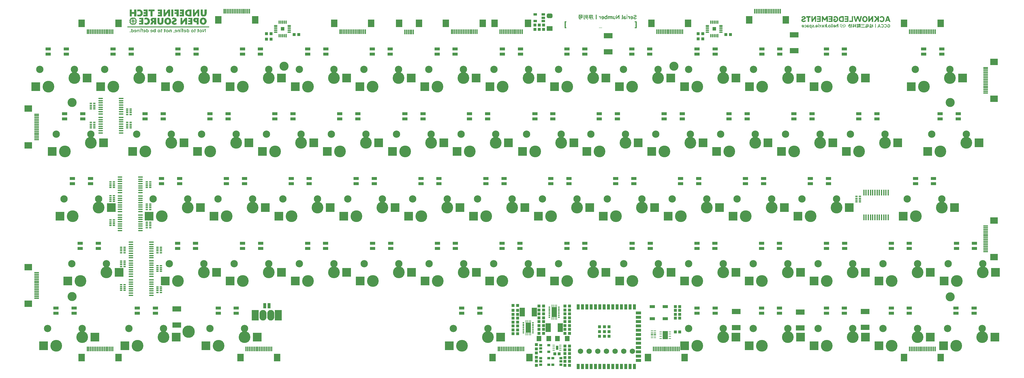
<source format=gbs>
G04*
G04 #@! TF.GenerationSoftware,Altium Limited,Altium Designer,22.10.1 (41)*
G04*
G04 Layer_Color=2441676*
%FSLAX44Y44*%
%MOMM*%
G71*
G04*
G04 #@! TF.SameCoordinates,43F64E9B-3785-48AA-9826-90990096846F*
G04*
G04*
G04 #@! TF.FilePolarity,Negative*
G04*
G01*
G75*
%ADD10C,0.2540*%
%ADD22C,1.5748*%
%ADD23C,2.1508*%
%ADD24C,3.4508*%
%ADD25C,2.6508*%
%ADD26C,3.6508*%
%ADD89R,0.8890X1.4986*%
%ADD90R,0.8890X0.8890*%
%ADD91R,1.4986X0.8890*%
%ADD94R,0.3508X1.3508*%
%ADD95R,1.8508X2.2508*%
%ADD96R,0.8128X0.8128*%
%ADD97R,0.8128X0.8128*%
%ADD98R,0.7308X0.2508*%
%ADD99R,0.7308X0.4508*%
G04:AMPARAMS|DCode=100|XSize=1.6708mm|YSize=1.4208mm|CornerRadius=0mm|HoleSize=0mm|Usage=FLASHONLY|Rotation=0.000|XOffset=0mm|YOffset=0mm|HoleType=Round|Shape=Octagon|*
%AMOCTAGOND100*
4,1,8,0.8354,-0.3552,0.8354,0.3552,0.4802,0.7104,-0.4802,0.7104,-0.8354,0.3552,-0.8354,-0.3552,-0.4802,-0.7104,0.4802,-0.7104,0.8354,-0.3552,0.0*
%
%ADD100OCTAGOND100*%

%ADD101R,1.6708X1.4208*%
%ADD102R,1.4478X1.6256*%
%ADD103O,2.0828X3.0988*%
%ADD104R,0.2508X0.8258*%
%ADD105O,0.6508X0.2908*%
%ADD106R,1.6308X2.9008*%
%ADD107R,0.8508X1.6508*%
%ADD108R,2.0508X3.0508*%
%ADD109R,1.1008X0.6508*%
%ADD110R,1.5508X0.8708*%
%ADD111R,2.5508X2.5508*%
%ADD112R,0.7258X0.2908*%
%ADD113R,1.5508X2.3508*%
%ADD114R,1.6508X0.9508*%
%ADD115R,2.2508X1.8508*%
%ADD116R,1.3508X0.3508*%
%ADD117R,2.5908X1.5708*%
%ADD118R,0.6508X0.3508*%
%ADD119R,0.6508X0.4508*%
%ADD120R,0.6508X1.2508*%
%ADD121R,0.7008X0.2908*%
%ADD122R,1.0508X1.0508*%
%ADD123R,0.3308X1.0508*%
%ADD124O,0.3308X1.0508*%
%ADD125O,1.0508X0.3308*%
%ADD126R,1.5508X2.5508*%
%ADD127R,0.9008X0.6508*%
%ADD128O,0.4008X1.7508*%
%ADD129R,0.4008X1.7508*%
%ADD130O,1.4508X0.3508*%
%ADD131R,1.4508X0.3508*%
G36*
X408049Y1093823D02*
X402021D01*
Y1101297D01*
X395075D01*
Y1093823D01*
X389047D01*
Y1113883D01*
X395075D01*
Y1106444D01*
X402021D01*
Y1113883D01*
X408049D01*
Y1093823D01*
D02*
G37*
G36*
X593280D02*
X587674D01*
Y1102213D01*
Y1102883D01*
Y1103518D01*
X587710Y1104082D01*
Y1104575D01*
X587745Y1104998D01*
Y1105316D01*
X587780Y1105492D01*
Y1105563D01*
X587710D01*
X587287Y1104822D01*
X587040Y1104470D01*
X586828Y1104152D01*
X586652Y1103905D01*
X586511Y1103659D01*
X586405Y1103518D01*
X586370Y1103483D01*
X579284Y1093823D01*
X573996D01*
Y1113883D01*
X579601D01*
Y1104893D01*
Y1104364D01*
X579566Y1103941D01*
Y1103553D01*
X579531Y1103271D01*
Y1103059D01*
X579495Y1102883D01*
Y1102813D01*
Y1102777D01*
X579566D01*
X579636Y1102918D01*
X579707Y1103059D01*
X579777Y1103165D01*
X579813Y1103200D01*
X579954Y1103377D01*
X580059Y1103553D01*
X580130Y1103659D01*
X580165Y1103694D01*
X580306Y1103905D01*
X580412Y1104082D01*
X580482Y1104188D01*
X580518Y1104223D01*
X580624Y1104399D01*
X580729Y1104575D01*
X580800Y1104646D01*
X580835Y1104681D01*
X587604Y1113883D01*
X593280D01*
Y1093823D01*
D02*
G37*
G36*
X507081D02*
X501476D01*
Y1102213D01*
Y1102883D01*
Y1103518D01*
X501511Y1104082D01*
Y1104575D01*
X501546Y1104998D01*
Y1105316D01*
X501581Y1105492D01*
Y1105563D01*
X501511D01*
X501088Y1104822D01*
X500841Y1104470D01*
X500629Y1104152D01*
X500453Y1103905D01*
X500312Y1103659D01*
X500206Y1103518D01*
X500171Y1103483D01*
X493085Y1093823D01*
X487797D01*
Y1113883D01*
X493402D01*
Y1104893D01*
Y1104364D01*
X493367Y1103941D01*
Y1103553D01*
X493332Y1103271D01*
Y1103059D01*
X493296Y1102883D01*
Y1102813D01*
Y1102777D01*
X493367D01*
X493437Y1102918D01*
X493508Y1103059D01*
X493578Y1103165D01*
X493614Y1103200D01*
X493755Y1103377D01*
X493860Y1103553D01*
X493931Y1103659D01*
X493966Y1103694D01*
X494107Y1103905D01*
X494213Y1104082D01*
X494283Y1104188D01*
X494319Y1104223D01*
X494425Y1104399D01*
X494530Y1104575D01*
X494601Y1104646D01*
X494636Y1104681D01*
X501405Y1113883D01*
X507081D01*
Y1093823D01*
D02*
G37*
G36*
X614680Y1102848D02*
X614645Y1102002D01*
X614574Y1101191D01*
X614468Y1100451D01*
X614327Y1099745D01*
X614186Y1099111D01*
X613975Y1098547D01*
X613799Y1098018D01*
X613587Y1097560D01*
X613376Y1097137D01*
X613199Y1096784D01*
X612988Y1096467D01*
X612847Y1096220D01*
X612706Y1096044D01*
X612600Y1095903D01*
X612529Y1095832D01*
X612494Y1095797D01*
X612071Y1095374D01*
X611577Y1095021D01*
X611084Y1094704D01*
X610555Y1094457D01*
X609991Y1094210D01*
X609462Y1094034D01*
X608405Y1093752D01*
X607911Y1093681D01*
X607488Y1093611D01*
X607065Y1093540D01*
X606712Y1093505D01*
X606430Y1093470D01*
X606007D01*
X605161Y1093505D01*
X604385Y1093576D01*
X603680Y1093681D01*
X603010Y1093823D01*
X602411Y1093999D01*
X601847Y1094210D01*
X601353Y1094422D01*
X600895Y1094633D01*
X600507Y1094845D01*
X600155Y1095057D01*
X599873Y1095268D01*
X599661Y1095444D01*
X599485Y1095585D01*
X599344Y1095691D01*
X599273Y1095762D01*
X599238Y1095797D01*
X598850Y1096255D01*
X598498Y1096784D01*
X598216Y1097313D01*
X597969Y1097912D01*
X597722Y1098476D01*
X597546Y1099076D01*
X597299Y1100239D01*
X597193Y1100803D01*
X597123Y1101297D01*
X597088Y1101755D01*
X597052Y1102178D01*
X597017Y1102495D01*
Y1102742D01*
Y1102883D01*
Y1102954D01*
Y1113883D01*
X603081D01*
Y1102495D01*
X603116Y1101825D01*
X603187Y1101226D01*
X603293Y1100733D01*
X603434Y1100310D01*
X603575Y1099992D01*
X603680Y1099745D01*
X603751Y1099604D01*
X603786Y1099569D01*
X604068Y1099252D01*
X604421Y1099005D01*
X604738Y1098864D01*
X605091Y1098723D01*
X605408Y1098652D01*
X605655Y1098617D01*
X605866D01*
X606325Y1098652D01*
X606748Y1098793D01*
X607100Y1098935D01*
X607382Y1099146D01*
X607629Y1099322D01*
X607770Y1099499D01*
X607876Y1099604D01*
X607911Y1099640D01*
X608158Y1100063D01*
X608334Y1100556D01*
X608440Y1101050D01*
X608510Y1101543D01*
X608581Y1101966D01*
X608616Y1102319D01*
Y1102460D01*
Y1102566D01*
Y1102601D01*
Y1102636D01*
Y1113883D01*
X614680D01*
Y1102848D01*
D02*
G37*
G36*
X417392Y1114129D02*
X418485Y1113988D01*
X419472Y1113777D01*
X419895Y1113636D01*
X420318Y1113530D01*
X420671Y1113389D01*
X421023Y1113248D01*
X421305Y1113142D01*
X421517Y1113037D01*
X421728Y1112966D01*
X421869Y1112896D01*
X421940Y1112825D01*
X421975D01*
X422856Y1112261D01*
X423632Y1111662D01*
X424302Y1111027D01*
X424866Y1110428D01*
X425289Y1109864D01*
X425465Y1109617D01*
X425606Y1109441D01*
X425712Y1109264D01*
X425783Y1109123D01*
X425853Y1109053D01*
Y1109017D01*
X426311Y1108066D01*
X426629Y1107114D01*
X426875Y1106162D01*
X427017Y1105281D01*
X427087Y1104857D01*
X427122Y1104505D01*
X427158Y1104188D01*
Y1103905D01*
X427193Y1103694D01*
Y1103518D01*
Y1103412D01*
Y1103377D01*
X427158Y1102319D01*
X427017Y1101297D01*
X426805Y1100415D01*
X426594Y1099675D01*
X426488Y1099322D01*
X426382Y1099040D01*
X426276Y1098758D01*
X426170Y1098547D01*
X426100Y1098371D01*
X426029Y1098265D01*
X425994Y1098194D01*
Y1098159D01*
X425501Y1097348D01*
X424901Y1096678D01*
X424337Y1096079D01*
X423738Y1095585D01*
X423244Y1095162D01*
X422821Y1094915D01*
X422645Y1094810D01*
X422539Y1094739D01*
X422469Y1094669D01*
X422433D01*
X421517Y1094281D01*
X420600Y1093964D01*
X419683Y1093752D01*
X418802Y1093611D01*
X418414Y1093576D01*
X418062Y1093540D01*
X417744Y1093505D01*
X417462D01*
X417251Y1093470D01*
X416934D01*
X415735Y1093505D01*
X414642Y1093611D01*
X413655Y1093752D01*
X413232Y1093823D01*
X412809Y1093928D01*
X412456Y1093999D01*
X412104Y1094069D01*
X411822Y1094140D01*
X411610Y1094210D01*
X411399Y1094281D01*
X411258Y1094316D01*
X411187Y1094351D01*
X411152D01*
Y1099745D01*
X411998Y1099358D01*
X412809Y1099111D01*
X413549Y1098899D01*
X414219Y1098758D01*
X414783Y1098688D01*
X415030Y1098652D01*
X415206D01*
X415382Y1098617D01*
X415594D01*
X416440Y1098688D01*
X417216Y1098829D01*
X417850Y1099040D01*
X418379Y1099322D01*
X418837Y1099569D01*
X419155Y1099781D01*
X419331Y1099922D01*
X419401Y1099992D01*
X419860Y1100556D01*
X420212Y1101156D01*
X420459Y1101790D01*
X420635Y1102425D01*
X420741Y1102954D01*
X420776Y1103200D01*
Y1103412D01*
X420812Y1103553D01*
Y1103694D01*
Y1103764D01*
Y1103800D01*
X420741Y1104646D01*
X420600Y1105422D01*
X420353Y1106056D01*
X420107Y1106620D01*
X419860Y1107043D01*
X419613Y1107361D01*
X419472Y1107537D01*
X419401Y1107607D01*
X418837Y1108101D01*
X418203Y1108454D01*
X417568Y1108700D01*
X416934Y1108876D01*
X416370Y1108982D01*
X416123Y1109017D01*
X415946D01*
X415770Y1109053D01*
X415523D01*
X414642Y1109017D01*
X414254Y1108982D01*
X413902Y1108912D01*
X413584Y1108876D01*
X413373Y1108806D01*
X413196Y1108771D01*
X413161D01*
X412738Y1108665D01*
X412350Y1108524D01*
X411998Y1108418D01*
X411716Y1108277D01*
X411469Y1108171D01*
X411293Y1108066D01*
X411187Y1108030D01*
X411152Y1107995D01*
Y1113566D01*
X412068Y1113777D01*
X412985Y1113918D01*
X413831Y1114059D01*
X414607Y1114129D01*
X414924Y1114165D01*
X415523D01*
X415735Y1114200D01*
X416193D01*
X417392Y1114129D01*
D02*
G37*
G36*
X570047Y1093823D02*
X561586D01*
X560457Y1093893D01*
X559435Y1094034D01*
X558483Y1094210D01*
X558060Y1094351D01*
X557672Y1094457D01*
X557355Y1094563D01*
X557038Y1094704D01*
X556756Y1094810D01*
X556544Y1094880D01*
X556368Y1094986D01*
X556227Y1095021D01*
X556156Y1095092D01*
X556121D01*
X555275Y1095621D01*
X554535Y1096185D01*
X553900Y1096784D01*
X553371Y1097383D01*
X552983Y1097877D01*
X552701Y1098300D01*
X552596Y1098476D01*
X552525Y1098582D01*
X552455Y1098652D01*
Y1098688D01*
X552032Y1099604D01*
X551714Y1100521D01*
X551467Y1101438D01*
X551326Y1102284D01*
X551256Y1102636D01*
X551221Y1102989D01*
X551185Y1103306D01*
Y1103588D01*
X551150Y1103800D01*
Y1103941D01*
Y1104047D01*
Y1104082D01*
X551185Y1104963D01*
X551256Y1105809D01*
X551397Y1106585D01*
X551608Y1107325D01*
X551855Y1107995D01*
X552137Y1108630D01*
X552455Y1109194D01*
X552807Y1109758D01*
X553195Y1110251D01*
X553618Y1110710D01*
X554041Y1111098D01*
X554499Y1111485D01*
X554993Y1111838D01*
X555451Y1112155D01*
X556438Y1112649D01*
X557461Y1113072D01*
X558413Y1113354D01*
X559294Y1113601D01*
X560105Y1113742D01*
X560457Y1113777D01*
X560775Y1113812D01*
X561057Y1113848D01*
X561304D01*
X561515Y1113883D01*
X570047D01*
Y1093823D01*
D02*
G37*
G36*
X548330D02*
X535391D01*
Y1098547D01*
X542301D01*
Y1101508D01*
X536237D01*
Y1106232D01*
X542301D01*
Y1109159D01*
X535885D01*
Y1113883D01*
X548330D01*
Y1093823D01*
D02*
G37*
G36*
X532535D02*
X526507D01*
Y1100838D01*
X520549D01*
Y1105563D01*
X526507D01*
Y1109159D01*
X519985D01*
Y1113883D01*
X532535D01*
Y1093823D01*
D02*
G37*
G36*
X517058D02*
X511030D01*
Y1113883D01*
X517058D01*
Y1093823D01*
D02*
G37*
G36*
X483848D02*
X470909D01*
Y1098547D01*
X477819D01*
Y1101508D01*
X471755D01*
Y1106232D01*
X477819D01*
Y1109159D01*
X471403D01*
Y1113883D01*
X483848D01*
Y1093823D01*
D02*
G37*
G36*
X461637Y1109159D02*
X456032D01*
Y1093823D01*
X449968D01*
Y1109159D01*
X444292D01*
Y1113883D01*
X461637D01*
Y1109159D01*
D02*
G37*
G36*
X441859Y1093823D02*
X428920D01*
Y1098547D01*
X435830D01*
Y1101508D01*
X429767D01*
Y1106232D01*
X435830D01*
Y1109159D01*
X429414D01*
Y1113883D01*
X441859D01*
Y1093823D01*
D02*
G37*
G36*
X557108Y1069693D02*
X551503D01*
Y1078083D01*
Y1078753D01*
Y1079388D01*
X551538Y1079952D01*
Y1080445D01*
X551573Y1080869D01*
Y1081186D01*
X551608Y1081362D01*
Y1081432D01*
X551538D01*
X551115Y1080692D01*
X550868Y1080340D01*
X550657Y1080022D01*
X550480Y1079775D01*
X550339Y1079529D01*
X550233Y1079388D01*
X550198Y1079352D01*
X543112Y1069693D01*
X537824D01*
Y1089753D01*
X543429D01*
Y1080763D01*
Y1080234D01*
X543394Y1079811D01*
Y1079423D01*
X543359Y1079141D01*
Y1078929D01*
X543324Y1078753D01*
Y1078683D01*
Y1078647D01*
X543394D01*
X543465Y1078788D01*
X543535Y1078929D01*
X543605Y1079035D01*
X543641Y1079070D01*
X543782Y1079247D01*
X543888Y1079423D01*
X543958Y1079529D01*
X543993Y1079564D01*
X544134Y1079775D01*
X544240Y1079952D01*
X544311Y1080058D01*
X544346Y1080093D01*
X544452Y1080269D01*
X544557Y1080445D01*
X544628Y1080516D01*
X544663Y1080551D01*
X551432Y1089753D01*
X557108D01*
Y1069693D01*
D02*
G37*
G36*
X487867Y1078718D02*
X487832Y1077872D01*
X487761Y1077061D01*
X487655Y1076320D01*
X487514Y1075615D01*
X487374Y1074981D01*
X487162Y1074417D01*
X486986Y1073888D01*
X486774Y1073430D01*
X486563Y1073007D01*
X486386Y1072654D01*
X486175Y1072337D01*
X486034Y1072090D01*
X485893Y1071914D01*
X485787Y1071773D01*
X485717Y1071702D01*
X485681Y1071667D01*
X485258Y1071244D01*
X484765Y1070891D01*
X484271Y1070574D01*
X483742Y1070327D01*
X483178Y1070080D01*
X482649Y1069904D01*
X481592Y1069622D01*
X481098Y1069551D01*
X480675Y1069481D01*
X480252Y1069410D01*
X479899Y1069375D01*
X479617Y1069340D01*
X479194D01*
X478348Y1069375D01*
X477573Y1069446D01*
X476867Y1069551D01*
X476198Y1069693D01*
X475598Y1069869D01*
X475034Y1070080D01*
X474541Y1070292D01*
X474082Y1070503D01*
X473694Y1070715D01*
X473342Y1070927D01*
X473060Y1071138D01*
X472848Y1071314D01*
X472672Y1071455D01*
X472531Y1071561D01*
X472461Y1071632D01*
X472425Y1071667D01*
X472038Y1072125D01*
X471685Y1072654D01*
X471403Y1073183D01*
X471156Y1073782D01*
X470909Y1074346D01*
X470733Y1074946D01*
X470486Y1076109D01*
X470381Y1076673D01*
X470310Y1077167D01*
X470275Y1077625D01*
X470239Y1078048D01*
X470204Y1078365D01*
Y1078612D01*
Y1078753D01*
Y1078824D01*
Y1089753D01*
X476268D01*
Y1078365D01*
X476303Y1077695D01*
X476374Y1077096D01*
X476480Y1076603D01*
X476621Y1076180D01*
X476762Y1075862D01*
X476867Y1075615D01*
X476938Y1075474D01*
X476973Y1075439D01*
X477255Y1075122D01*
X477608Y1074875D01*
X477925Y1074734D01*
X478278Y1074593D01*
X478595Y1074522D01*
X478842Y1074487D01*
X479053D01*
X479512Y1074522D01*
X479935Y1074663D01*
X480287Y1074805D01*
X480569Y1075016D01*
X480816Y1075192D01*
X480957Y1075369D01*
X481063Y1075474D01*
X481098Y1075510D01*
X481345Y1075933D01*
X481521Y1076426D01*
X481627Y1076920D01*
X481697Y1077413D01*
X481768Y1077837D01*
X481803Y1078189D01*
Y1078330D01*
Y1078436D01*
Y1078471D01*
Y1078506D01*
Y1089753D01*
X487867D01*
Y1078718D01*
D02*
G37*
G36*
X438263Y1089999D02*
X439356Y1089858D01*
X440343Y1089647D01*
X440766Y1089506D01*
X441189Y1089400D01*
X441542Y1089259D01*
X441894Y1089118D01*
X442176Y1089012D01*
X442388Y1088907D01*
X442599Y1088836D01*
X442740Y1088766D01*
X442811Y1088695D01*
X442846D01*
X443727Y1088131D01*
X444503Y1087532D01*
X445173Y1086897D01*
X445737Y1086298D01*
X446160Y1085734D01*
X446336Y1085487D01*
X446477Y1085311D01*
X446583Y1085134D01*
X446654Y1084993D01*
X446724Y1084923D01*
Y1084887D01*
X447183Y1083936D01*
X447500Y1082984D01*
X447747Y1082032D01*
X447888Y1081151D01*
X447958Y1080727D01*
X447993Y1080375D01*
X448029Y1080058D01*
Y1079775D01*
X448064Y1079564D01*
Y1079388D01*
Y1079282D01*
Y1079247D01*
X448029Y1078189D01*
X447888Y1077167D01*
X447676Y1076285D01*
X447465Y1075545D01*
X447359Y1075192D01*
X447253Y1074910D01*
X447147Y1074628D01*
X447042Y1074417D01*
X446971Y1074240D01*
X446900Y1074135D01*
X446865Y1074064D01*
Y1074029D01*
X446372Y1073218D01*
X445772Y1072548D01*
X445208Y1071949D01*
X444609Y1071455D01*
X444115Y1071032D01*
X443692Y1070786D01*
X443516Y1070680D01*
X443410Y1070609D01*
X443340Y1070539D01*
X443304D01*
X442388Y1070151D01*
X441471Y1069834D01*
X440555Y1069622D01*
X439673Y1069481D01*
X439285Y1069446D01*
X438933Y1069410D01*
X438615Y1069375D01*
X438334D01*
X438122Y1069340D01*
X437805D01*
X436606Y1069375D01*
X435513Y1069481D01*
X434526Y1069622D01*
X434103Y1069693D01*
X433680Y1069798D01*
X433327Y1069869D01*
X432975Y1069939D01*
X432693Y1070010D01*
X432481Y1070080D01*
X432270Y1070151D01*
X432129Y1070186D01*
X432058Y1070221D01*
X432023D01*
Y1075615D01*
X432869Y1075228D01*
X433680Y1074981D01*
X434420Y1074769D01*
X435090Y1074628D01*
X435654Y1074558D01*
X435901Y1074522D01*
X436077D01*
X436253Y1074487D01*
X436465D01*
X437311Y1074558D01*
X438087Y1074699D01*
X438721Y1074910D01*
X439250Y1075192D01*
X439708Y1075439D01*
X440026Y1075651D01*
X440202Y1075792D01*
X440272Y1075862D01*
X440731Y1076426D01*
X441083Y1077026D01*
X441330Y1077660D01*
X441507Y1078295D01*
X441612Y1078824D01*
X441647Y1079070D01*
Y1079282D01*
X441683Y1079423D01*
Y1079564D01*
Y1079634D01*
Y1079670D01*
X441612Y1080516D01*
X441471Y1081292D01*
X441224Y1081926D01*
X440978Y1082490D01*
X440731Y1082913D01*
X440484Y1083231D01*
X440343Y1083407D01*
X440272Y1083477D01*
X439708Y1083971D01*
X439074Y1084324D01*
X438439Y1084570D01*
X437805Y1084746D01*
X437241Y1084852D01*
X436994Y1084887D01*
X436818D01*
X436641Y1084923D01*
X436395D01*
X435513Y1084887D01*
X435125Y1084852D01*
X434773Y1084782D01*
X434455Y1084746D01*
X434244Y1084676D01*
X434068Y1084641D01*
X434032D01*
X433609Y1084535D01*
X433222Y1084394D01*
X432869Y1084288D01*
X432587Y1084147D01*
X432340Y1084041D01*
X432164Y1083936D01*
X432058Y1083900D01*
X432023Y1083865D01*
Y1089436D01*
X432939Y1089647D01*
X433856Y1089788D01*
X434702Y1089929D01*
X435478Y1089999D01*
X435795Y1090035D01*
X436395D01*
X436606Y1090070D01*
X437064D01*
X438263Y1089999D01*
D02*
G37*
G36*
X591658Y1069693D02*
X585630D01*
Y1076144D01*
X583796D01*
X582880Y1076180D01*
X582034Y1076285D01*
X581258Y1076426D01*
X580588Y1076567D01*
X580059Y1076708D01*
X579848Y1076779D01*
X579672Y1076849D01*
X579531Y1076920D01*
X579389Y1076955D01*
X579354Y1076990D01*
X579319D01*
X578649Y1077343D01*
X578050Y1077766D01*
X577521Y1078154D01*
X577098Y1078542D01*
X576781Y1078894D01*
X576534Y1079212D01*
X576393Y1079388D01*
X576358Y1079458D01*
X576005Y1080093D01*
X575758Y1080727D01*
X575547Y1081327D01*
X575441Y1081891D01*
X575370Y1082384D01*
X575300Y1082772D01*
Y1082913D01*
Y1083019D01*
Y1083090D01*
Y1083125D01*
X575335Y1083724D01*
X575370Y1084324D01*
X575476Y1084852D01*
X575617Y1085346D01*
X575758Y1085804D01*
X575934Y1086192D01*
X576111Y1086580D01*
X576287Y1086897D01*
X576463Y1087179D01*
X576640Y1087426D01*
X576816Y1087637D01*
X576957Y1087814D01*
X577098Y1087955D01*
X577204Y1088061D01*
X577239Y1088096D01*
X577274Y1088131D01*
X577662Y1088413D01*
X578120Y1088660D01*
X579072Y1089083D01*
X580095Y1089365D01*
X581117Y1089541D01*
X581575Y1089612D01*
X582034Y1089682D01*
X582421Y1089717D01*
X582774D01*
X583091Y1089753D01*
X591658D01*
Y1069693D01*
D02*
G37*
G36*
X572903D02*
X559964D01*
Y1074417D01*
X566874D01*
Y1077378D01*
X560810D01*
Y1082102D01*
X566874D01*
Y1085029D01*
X560457D01*
Y1089753D01*
X572903D01*
Y1069693D01*
D02*
G37*
G36*
X466467D02*
X460438D01*
Y1076744D01*
X460227D01*
X459945Y1076708D01*
X459663Y1076638D01*
X459381Y1076497D01*
X459169Y1076391D01*
X458993Y1076250D01*
X458817Y1076109D01*
X458746Y1076039D01*
X458711Y1076003D01*
X458464Y1075721D01*
X458253Y1075369D01*
X457865Y1074734D01*
X457759Y1074452D01*
X457653Y1074205D01*
X457618Y1074064D01*
X457583Y1073994D01*
X456102Y1069693D01*
X449263D01*
X451237Y1074769D01*
X451484Y1075404D01*
X451766Y1075933D01*
X452012Y1076391D01*
X452259Y1076744D01*
X452436Y1077026D01*
X452612Y1077237D01*
X452718Y1077378D01*
X452753Y1077413D01*
X453070Y1077731D01*
X453423Y1077978D01*
X453775Y1078189D01*
X454128Y1078365D01*
X454410Y1078506D01*
X454657Y1078612D01*
X454798Y1078683D01*
X454868D01*
Y1078718D01*
X454057Y1079000D01*
X453352Y1079317D01*
X452753Y1079634D01*
X452295Y1079952D01*
X451907Y1080269D01*
X451625Y1080516D01*
X451484Y1080657D01*
X451413Y1080727D01*
X451025Y1081292D01*
X450708Y1081856D01*
X450496Y1082455D01*
X450355Y1083019D01*
X450285Y1083477D01*
X450215Y1083865D01*
Y1084006D01*
Y1084112D01*
Y1084182D01*
Y1084218D01*
X450250Y1084711D01*
X450285Y1085170D01*
X450391Y1085628D01*
X450532Y1086016D01*
X450849Y1086721D01*
X451202Y1087320D01*
X451589Y1087778D01*
X451907Y1088096D01*
X452048Y1088202D01*
X452154Y1088272D01*
X452189Y1088343D01*
X452224D01*
X452612Y1088589D01*
X453070Y1088801D01*
X454057Y1089153D01*
X455080Y1089400D01*
X456102Y1089576D01*
X456560Y1089647D01*
X457019Y1089682D01*
X457407Y1089717D01*
X457759D01*
X458076Y1089753D01*
X466467D01*
Y1069693D01*
D02*
G37*
G36*
X428920D02*
X415982D01*
Y1074417D01*
X422892D01*
Y1077378D01*
X416828D01*
Y1082102D01*
X422892D01*
Y1085029D01*
X416475D01*
Y1089753D01*
X428920D01*
Y1069693D01*
D02*
G37*
G36*
X605478Y1089999D02*
X606501Y1089858D01*
X607382Y1089647D01*
X608193Y1089400D01*
X608546Y1089259D01*
X608828Y1089153D01*
X609110Y1089048D01*
X609321Y1088942D01*
X609497Y1088871D01*
X609638Y1088801D01*
X609709Y1088730D01*
X609744D01*
X610590Y1088166D01*
X611296Y1087567D01*
X611930Y1086932D01*
X612459Y1086333D01*
X612882Y1085769D01*
X613023Y1085522D01*
X613164Y1085346D01*
X613270Y1085170D01*
X613340Y1085029D01*
X613411Y1084958D01*
Y1084923D01*
X613834Y1084006D01*
X614151Y1083054D01*
X614363Y1082102D01*
X614504Y1081256D01*
X614574Y1080869D01*
X614609Y1080516D01*
X614645Y1080199D01*
Y1079952D01*
X614680Y1079740D01*
Y1079564D01*
Y1079458D01*
Y1079423D01*
X614609Y1078365D01*
X614468Y1077378D01*
X614292Y1076462D01*
X614045Y1075686D01*
X613940Y1075369D01*
X613799Y1075051D01*
X613693Y1074805D01*
X613622Y1074593D01*
X613517Y1074417D01*
X613481Y1074276D01*
X613411Y1074205D01*
Y1074170D01*
X612882Y1073359D01*
X612283Y1072654D01*
X611683Y1072055D01*
X611119Y1071526D01*
X610590Y1071138D01*
X610203Y1070856D01*
X610026Y1070750D01*
X609921Y1070680D01*
X609850Y1070609D01*
X609815D01*
X608933Y1070186D01*
X608017Y1069869D01*
X607171Y1069657D01*
X606360Y1069516D01*
X606007Y1069446D01*
X605690Y1069410D01*
X605408Y1069375D01*
X605126D01*
X604950Y1069340D01*
X604668D01*
X603610Y1069410D01*
X602623Y1069551D01*
X601741Y1069763D01*
X600966Y1070010D01*
X600648Y1070116D01*
X600331Y1070221D01*
X600084Y1070327D01*
X599873Y1070433D01*
X599697Y1070539D01*
X599556Y1070574D01*
X599485Y1070644D01*
X599450D01*
X598604Y1071173D01*
X597863Y1071773D01*
X597264Y1072407D01*
X596735Y1072971D01*
X596312Y1073535D01*
X596171Y1073747D01*
X596030Y1073958D01*
X595924Y1074135D01*
X595854Y1074240D01*
X595783Y1074311D01*
Y1074346D01*
X595360Y1075263D01*
X595043Y1076215D01*
X594796Y1077096D01*
X594655Y1077942D01*
X594585Y1078330D01*
X594549Y1078683D01*
X594514Y1078965D01*
Y1079247D01*
X594479Y1079458D01*
Y1079599D01*
Y1079705D01*
Y1079740D01*
X594549Y1080833D01*
X594690Y1081856D01*
X594867Y1082772D01*
X595008Y1083195D01*
X595113Y1083583D01*
X595219Y1083936D01*
X595360Y1084218D01*
X595466Y1084500D01*
X595536Y1084711D01*
X595642Y1084887D01*
X595677Y1085029D01*
X595748Y1085099D01*
Y1085134D01*
X596241Y1085981D01*
X596806Y1086686D01*
X597405Y1087320D01*
X597969Y1087849D01*
X598498Y1088237D01*
X598886Y1088519D01*
X599062Y1088625D01*
X599168Y1088695D01*
X599238Y1088766D01*
X599273D01*
X600155Y1089189D01*
X601036Y1089506D01*
X601882Y1089753D01*
X602658Y1089894D01*
X603046Y1089964D01*
X603363Y1089999D01*
X603645Y1090035D01*
X603892D01*
X604103Y1090070D01*
X604385D01*
X605478Y1089999D01*
D02*
G37*
G36*
X519279Y1090035D02*
X519914Y1089999D01*
X520513Y1089894D01*
X521113Y1089788D01*
X521606Y1089647D01*
X522100Y1089506D01*
X522558Y1089365D01*
X522946Y1089189D01*
X523334Y1089012D01*
X523616Y1088871D01*
X523898Y1088730D01*
X524109Y1088589D01*
X524286Y1088484D01*
X524427Y1088378D01*
X524497Y1088343D01*
X524533Y1088307D01*
X524920Y1087955D01*
X525238Y1087602D01*
X525555Y1087250D01*
X525802Y1086862D01*
X526013Y1086474D01*
X526189Y1086086D01*
X526436Y1085346D01*
X526613Y1084676D01*
X526648Y1084394D01*
X526683Y1084147D01*
X526718Y1083936D01*
Y1083795D01*
Y1083689D01*
Y1083654D01*
X526648Y1082913D01*
X526507Y1082208D01*
X526260Y1081574D01*
X525978Y1080974D01*
X525590Y1080445D01*
X525202Y1079952D01*
X524779Y1079493D01*
X524321Y1079106D01*
X523863Y1078753D01*
X523439Y1078471D01*
X523052Y1078224D01*
X522664Y1078013D01*
X522382Y1077872D01*
X522135Y1077766D01*
X521959Y1077695D01*
X521924Y1077660D01*
X521395Y1077449D01*
X520972Y1077272D01*
X520619Y1077131D01*
X520337Y1077026D01*
X520126Y1076920D01*
X519985Y1076849D01*
X519914Y1076779D01*
X519879D01*
X519491Y1076532D01*
X519244Y1076320D01*
X519068Y1076144D01*
X519033Y1076109D01*
Y1076074D01*
X518856Y1075792D01*
X518786Y1075510D01*
X518751Y1075298D01*
Y1075263D01*
Y1075228D01*
X518786Y1074981D01*
X518821Y1074769D01*
X519033Y1074452D01*
X519209Y1074276D01*
X519279Y1074205D01*
X519315D01*
X519526Y1074100D01*
X519773Y1073994D01*
X520267Y1073888D01*
X520478D01*
X520654Y1073853D01*
X520831D01*
X521324Y1073888D01*
X521853Y1073923D01*
X522311Y1074029D01*
X522770Y1074135D01*
X523122Y1074205D01*
X523439Y1074311D01*
X523616Y1074346D01*
X523651Y1074381D01*
X523686D01*
X524250Y1074593D01*
X524744Y1074875D01*
X525238Y1075122D01*
X525625Y1075369D01*
X525978Y1075580D01*
X526225Y1075756D01*
X526366Y1075862D01*
X526436Y1075898D01*
Y1070398D01*
X525449Y1070045D01*
X524427Y1069798D01*
X523475Y1069587D01*
X522593Y1069481D01*
X522170Y1069446D01*
X521818Y1069410D01*
X521501Y1069375D01*
X521218D01*
X521007Y1069340D01*
X520690D01*
X519702Y1069375D01*
X518821Y1069446D01*
X518046Y1069551D01*
X517376Y1069693D01*
X516812Y1069834D01*
X516600Y1069869D01*
X516424Y1069939D01*
X516247Y1069975D01*
X516142Y1070010D01*
X516106Y1070045D01*
X516071D01*
X515401Y1070362D01*
X514767Y1070715D01*
X514273Y1071068D01*
X513850Y1071420D01*
X513498Y1071773D01*
X513286Y1072019D01*
X513110Y1072196D01*
X513074Y1072266D01*
X512722Y1072830D01*
X512440Y1073430D01*
X512264Y1074029D01*
X512123Y1074558D01*
X512052Y1075051D01*
X511982Y1075404D01*
Y1075545D01*
Y1075686D01*
Y1075721D01*
Y1075756D01*
X512052Y1076497D01*
X512193Y1077167D01*
X512405Y1077766D01*
X512616Y1078295D01*
X512863Y1078718D01*
X513074Y1079035D01*
X513215Y1079212D01*
X513286Y1079282D01*
X513533Y1079564D01*
X513850Y1079846D01*
X514520Y1080375D01*
X515260Y1080833D01*
X515965Y1081256D01*
X516635Y1081574D01*
X516917Y1081715D01*
X517199Y1081856D01*
X517411Y1081926D01*
X517552Y1081997D01*
X517658Y1082067D01*
X517693D01*
X518222Y1082279D01*
X518680Y1082490D01*
X519033Y1082666D01*
X519279Y1082843D01*
X519491Y1082949D01*
X519632Y1083054D01*
X519702Y1083090D01*
X519738Y1083125D01*
X519914Y1083301D01*
X520020Y1083477D01*
X520161Y1083795D01*
X520196Y1083936D01*
X520231Y1084041D01*
Y1084112D01*
Y1084147D01*
X520196Y1084394D01*
X520126Y1084605D01*
X519914Y1084923D01*
X519738Y1085134D01*
X519667Y1085205D01*
X519632D01*
X519385Y1085346D01*
X519138Y1085416D01*
X518610Y1085557D01*
X518363D01*
X518186Y1085593D01*
X518010D01*
X517094Y1085522D01*
X516212Y1085381D01*
X515366Y1085134D01*
X514626Y1084887D01*
X514273Y1084746D01*
X513956Y1084641D01*
X513709Y1084500D01*
X513462Y1084394D01*
X513286Y1084324D01*
X513145Y1084253D01*
X513074Y1084182D01*
X513039D01*
Y1089294D01*
X513498Y1089400D01*
X513921Y1089506D01*
X514273Y1089612D01*
X514555Y1089647D01*
X514767Y1089717D01*
X514943D01*
X515049Y1089753D01*
X515084D01*
X515613Y1089858D01*
X516142Y1089929D01*
X516353D01*
X516530Y1089964D01*
X516670D01*
X517340Y1090035D01*
X517658D01*
X517975Y1090070D01*
X518610D01*
X519279Y1090035D01*
D02*
G37*
G36*
X501476Y1089999D02*
X502498Y1089858D01*
X503379Y1089647D01*
X504190Y1089400D01*
X504543Y1089259D01*
X504825Y1089153D01*
X505107Y1089048D01*
X505318Y1088942D01*
X505495Y1088871D01*
X505636Y1088801D01*
X505706Y1088730D01*
X505741D01*
X506588Y1088166D01*
X507293Y1087567D01*
X507927Y1086932D01*
X508456Y1086333D01*
X508879Y1085769D01*
X509020Y1085522D01*
X509161Y1085346D01*
X509267Y1085170D01*
X509338Y1085029D01*
X509408Y1084958D01*
Y1084923D01*
X509831Y1084006D01*
X510148Y1083054D01*
X510360Y1082102D01*
X510501Y1081256D01*
X510571Y1080869D01*
X510607Y1080516D01*
X510642Y1080199D01*
Y1079952D01*
X510677Y1079740D01*
Y1079564D01*
Y1079458D01*
Y1079423D01*
X510607Y1078365D01*
X510466Y1077378D01*
X510289Y1076462D01*
X510043Y1075686D01*
X509937Y1075369D01*
X509796Y1075051D01*
X509690Y1074805D01*
X509619Y1074593D01*
X509514Y1074417D01*
X509478Y1074276D01*
X509408Y1074205D01*
Y1074170D01*
X508879Y1073359D01*
X508280Y1072654D01*
X507681Y1072055D01*
X507116Y1071526D01*
X506588Y1071138D01*
X506200Y1070856D01*
X506023Y1070750D01*
X505918Y1070680D01*
X505847Y1070609D01*
X505812D01*
X504931Y1070186D01*
X504014Y1069869D01*
X503168Y1069657D01*
X502357Y1069516D01*
X502004Y1069446D01*
X501687Y1069410D01*
X501405Y1069375D01*
X501123D01*
X500947Y1069340D01*
X500665D01*
X499607Y1069410D01*
X498620Y1069551D01*
X497738Y1069763D01*
X496963Y1070010D01*
X496646Y1070116D01*
X496328Y1070221D01*
X496082Y1070327D01*
X495870Y1070433D01*
X495694Y1070539D01*
X495553Y1070574D01*
X495482Y1070644D01*
X495447D01*
X494601Y1071173D01*
X493860Y1071773D01*
X493261Y1072407D01*
X492732Y1072971D01*
X492309Y1073535D01*
X492168Y1073747D01*
X492027Y1073958D01*
X491921Y1074135D01*
X491851Y1074240D01*
X491780Y1074311D01*
Y1074346D01*
X491357Y1075263D01*
X491040Y1076215D01*
X490793Y1077096D01*
X490652Y1077942D01*
X490582Y1078330D01*
X490546Y1078683D01*
X490511Y1078965D01*
Y1079247D01*
X490476Y1079458D01*
Y1079599D01*
Y1079705D01*
Y1079740D01*
X490546Y1080833D01*
X490687Y1081856D01*
X490864Y1082772D01*
X491005Y1083195D01*
X491110Y1083583D01*
X491216Y1083936D01*
X491357Y1084218D01*
X491463Y1084500D01*
X491534Y1084711D01*
X491639Y1084887D01*
X491675Y1085029D01*
X491745Y1085099D01*
Y1085134D01*
X492239Y1085981D01*
X492803Y1086686D01*
X493402Y1087320D01*
X493966Y1087849D01*
X494495Y1088237D01*
X494883Y1088519D01*
X495059Y1088625D01*
X495165Y1088695D01*
X495235Y1088766D01*
X495271D01*
X496152Y1089189D01*
X497033Y1089506D01*
X497879Y1089753D01*
X498655Y1089894D01*
X499043Y1089964D01*
X499360Y1089999D01*
X499642Y1090035D01*
X499889D01*
X500101Y1090070D01*
X500383D01*
X501476Y1089999D01*
D02*
G37*
G36*
X402631Y1088388D02*
X404837D01*
X405265Y1088355D01*
X405660Y1088256D01*
X405989Y1088125D01*
X406285Y1087993D01*
X406516Y1087828D01*
X406680Y1087697D01*
X406812Y1087598D01*
X406845Y1087565D01*
X407108Y1087236D01*
X407306Y1086907D01*
X407471Y1086578D01*
X407569Y1086248D01*
X407635Y1085985D01*
X407668Y1085754D01*
Y1085623D01*
Y1085557D01*
Y1083384D01*
X410203Y1083352D01*
Y1080751D01*
X407668D01*
Y1078249D01*
X410203D01*
X410236Y1075616D01*
X407668Y1075648D01*
Y1073443D01*
X407635Y1073015D01*
X407536Y1072620D01*
X407405Y1072291D01*
X407240Y1071995D01*
X407108Y1071764D01*
X406977Y1071600D01*
X406878Y1071468D01*
X406845Y1071435D01*
X406516Y1071172D01*
X406187Y1070974D01*
X405858Y1070809D01*
X405528Y1070711D01*
X405265Y1070645D01*
X405034Y1070612D01*
X402664D01*
X402631Y1068077D01*
X400031D01*
Y1070612D01*
X397529D01*
Y1068077D01*
X394896Y1068044D01*
X394929Y1070612D01*
X392723D01*
X392295Y1070645D01*
X391900Y1070744D01*
X391571Y1070875D01*
X391275Y1071040D01*
X391044Y1071172D01*
X390847Y1071303D01*
X390748Y1071402D01*
X390715Y1071435D01*
X390452Y1071764D01*
X390254Y1072093D01*
X390089Y1072422D01*
X389991Y1072752D01*
X389925Y1073015D01*
X389892Y1073245D01*
Y1073377D01*
Y1073443D01*
Y1075616D01*
X387357Y1075648D01*
Y1078249D01*
X389892D01*
Y1080751D01*
X387357D01*
X387324Y1083384D01*
X389892Y1083352D01*
Y1085557D01*
X389925Y1085985D01*
X390024Y1086380D01*
X390155Y1086709D01*
X390287Y1087005D01*
X390452Y1087236D01*
X390583Y1087433D01*
X390682Y1087532D01*
X390715Y1087565D01*
X391044Y1087828D01*
X391373Y1088026D01*
X391702Y1088191D01*
X392032Y1088289D01*
X392295Y1088355D01*
X392525Y1088388D01*
X394896D01*
X394929Y1090923D01*
X397529D01*
Y1088388D01*
X400031D01*
Y1090923D01*
X402664Y1090956D01*
X402631Y1088388D01*
D02*
G37*
G36*
X2411513Y1071865D02*
X2411665Y1071834D01*
X2411803Y1071788D01*
X2411909Y1071743D01*
X2412001Y1071682D01*
X2412062Y1071636D01*
X2412108Y1071605D01*
X2412123Y1071590D01*
X2412215Y1071468D01*
X2412276Y1071346D01*
X2412337Y1071208D01*
X2412368Y1071071D01*
X2412383Y1070964D01*
X2412398Y1070872D01*
Y1070811D01*
Y1070781D01*
X2412383Y1070598D01*
X2412352Y1070445D01*
X2412306Y1070308D01*
X2412261Y1070201D01*
X2412215Y1070109D01*
X2412169Y1070048D01*
X2412139Y1070002D01*
X2412123Y1069987D01*
X2412001Y1069895D01*
X2411879Y1069819D01*
X2411742Y1069773D01*
X2411620Y1069728D01*
X2411497Y1069712D01*
X2411406Y1069697D01*
X2411329D01*
X2411146Y1069712D01*
X2410994Y1069743D01*
X2410856Y1069789D01*
X2410734Y1069850D01*
X2410643Y1069895D01*
X2410581Y1069941D01*
X2410536Y1069972D01*
X2410520Y1069987D01*
X2410414Y1070109D01*
X2410337Y1070247D01*
X2410291Y1070369D01*
X2410246Y1070506D01*
X2410230Y1070613D01*
X2410215Y1070705D01*
Y1070766D01*
Y1070781D01*
X2410230Y1070964D01*
X2410261Y1071117D01*
X2410307Y1071254D01*
X2410368Y1071361D01*
X2410429Y1071453D01*
X2410475Y1071529D01*
X2410505Y1071559D01*
X2410520Y1071575D01*
X2410643Y1071682D01*
X2410780Y1071758D01*
X2410917Y1071804D01*
X2411039Y1071850D01*
X2411146Y1071865D01*
X2411238Y1071880D01*
X2411329D01*
X2411513Y1071865D01*
D02*
G37*
G36*
X2468880Y1061469D02*
X2467063D01*
Y1065591D01*
X2467048Y1065835D01*
X2467002Y1066064D01*
X2466941Y1066247D01*
X2466865Y1066400D01*
X2466804Y1066522D01*
X2466743Y1066613D01*
X2466697Y1066674D01*
X2466682Y1066690D01*
X2466529Y1066827D01*
X2466346Y1066934D01*
X2466178Y1066995D01*
X2466010Y1067056D01*
X2465873Y1067087D01*
X2465751Y1067102D01*
X2465644D01*
X2465445Y1067087D01*
X2465277Y1067041D01*
X2465125Y1066980D01*
X2465003Y1066919D01*
X2464911Y1066842D01*
X2464835Y1066781D01*
X2464789Y1066736D01*
X2464774Y1066720D01*
X2464667Y1066568D01*
X2464575Y1066415D01*
X2464514Y1066247D01*
X2464484Y1066079D01*
X2464453Y1065942D01*
X2464438Y1065820D01*
Y1065743D01*
Y1065713D01*
Y1061469D01*
X2462621D01*
Y1066110D01*
X2462652Y1066568D01*
X2462713Y1066964D01*
X2462820Y1067316D01*
X2462926Y1067590D01*
X2462988Y1067712D01*
X2463033Y1067819D01*
X2463094Y1067911D01*
X2463140Y1067987D01*
X2463171Y1068033D01*
X2463201Y1068079D01*
X2463232Y1068094D01*
Y1068109D01*
X2463354Y1068232D01*
X2463476Y1068354D01*
X2463751Y1068522D01*
X2464041Y1068659D01*
X2464316Y1068735D01*
X2464575Y1068796D01*
X2464682Y1068812D01*
X2464774D01*
X2464850Y1068827D01*
X2464957D01*
X2465201Y1068812D01*
X2465415Y1068781D01*
X2465629Y1068735D01*
X2465812Y1068674D01*
X2465949Y1068613D01*
X2466071Y1068567D01*
X2466132Y1068537D01*
X2466163Y1068522D01*
X2466346Y1068400D01*
X2466514Y1068262D01*
X2466667Y1068125D01*
X2466789Y1068003D01*
X2466880Y1067880D01*
X2466941Y1067789D01*
X2466987Y1067728D01*
X2467002Y1067697D01*
X2467063D01*
Y1071300D01*
X2468880D01*
Y1061469D01*
D02*
G37*
G36*
X2380341Y1068812D02*
X2380631Y1068766D01*
X2380921Y1068705D01*
X2381180Y1068613D01*
X2381440Y1068522D01*
X2381669Y1068400D01*
X2381898Y1068277D01*
X2382081Y1068155D01*
X2382264Y1068033D01*
X2382417Y1067911D01*
X2382554Y1067789D01*
X2382661Y1067697D01*
X2382753Y1067606D01*
X2382829Y1067545D01*
X2382859Y1067499D01*
X2382875Y1067484D01*
X2381730Y1066537D01*
X2381608Y1066674D01*
X2381470Y1066781D01*
X2381348Y1066888D01*
X2381211Y1066964D01*
X2380967Y1067102D01*
X2380722Y1067194D01*
X2380524Y1067239D01*
X2380371Y1067270D01*
X2380310Y1067285D01*
X2380234D01*
X2380020Y1067270D01*
X2379852Y1067239D01*
X2379684Y1067178D01*
X2379562Y1067117D01*
X2379455Y1067056D01*
X2379379Y1066995D01*
X2379333Y1066964D01*
X2379318Y1066949D01*
X2379211Y1066812D01*
X2379119Y1066674D01*
X2379058Y1066522D01*
X2379028Y1066384D01*
X2378997Y1066247D01*
X2378982Y1066140D01*
Y1066079D01*
Y1066049D01*
Y1065774D01*
X2380020D01*
X2380310Y1065743D01*
X2380570Y1065713D01*
X2380814Y1065667D01*
X2381043Y1065621D01*
X2381241Y1065560D01*
X2381440Y1065514D01*
X2381608Y1065453D01*
X2381760Y1065392D01*
X2381898Y1065331D01*
X2382020Y1065270D01*
X2382112Y1065224D01*
X2382188Y1065179D01*
X2382234Y1065148D01*
X2382264Y1065133D01*
X2382279Y1065117D01*
X2382447Y1064995D01*
X2382585Y1064858D01*
X2382707Y1064721D01*
X2382814Y1064568D01*
X2382890Y1064415D01*
X2382966Y1064278D01*
X2383073Y1063988D01*
X2383150Y1063728D01*
X2383165Y1063621D01*
X2383180Y1063514D01*
X2383195Y1063438D01*
Y1063377D01*
Y1063347D01*
Y1063331D01*
X2383165Y1062996D01*
X2383104Y1062690D01*
X2382997Y1062431D01*
X2382890Y1062217D01*
X2382783Y1062049D01*
X2382676Y1061927D01*
X2382615Y1061866D01*
X2382585Y1061835D01*
X2382340Y1061652D01*
X2382081Y1061530D01*
X2381806Y1061438D01*
X2381547Y1061362D01*
X2381333Y1061332D01*
X2381150Y1061316D01*
X2381073Y1061301D01*
X2380982D01*
X2380738Y1061316D01*
X2380524Y1061347D01*
X2380325Y1061377D01*
X2380157Y1061438D01*
X2380020Y1061484D01*
X2379913Y1061515D01*
X2379837Y1061545D01*
X2379822Y1061561D01*
X2379639Y1061667D01*
X2379486Y1061789D01*
X2379348Y1061912D01*
X2379242Y1062034D01*
X2379165Y1062156D01*
X2379104Y1062247D01*
X2379074Y1062309D01*
X2379058Y1062324D01*
X2378982D01*
Y1061469D01*
X2377181D01*
Y1066155D01*
X2377196Y1066445D01*
X2377242Y1066705D01*
X2377288Y1066949D01*
X2377349Y1067148D01*
X2377425Y1067316D01*
X2377471Y1067438D01*
X2377517Y1067514D01*
X2377532Y1067545D01*
X2377669Y1067758D01*
X2377837Y1067957D01*
X2378005Y1068109D01*
X2378173Y1068247D01*
X2378310Y1068354D01*
X2378432Y1068430D01*
X2378509Y1068476D01*
X2378524Y1068491D01*
X2378539D01*
X2378784Y1068598D01*
X2379043Y1068689D01*
X2379287Y1068751D01*
X2379516Y1068781D01*
X2379715Y1068812D01*
X2379883Y1068827D01*
X2380020D01*
X2380341Y1068812D01*
D02*
G37*
G36*
X2417863Y1065148D02*
X2420550Y1061469D01*
X2418367D01*
X2416901Y1063728D01*
X2415421Y1061469D01*
X2413238D01*
X2415878Y1065087D01*
X2413390Y1068644D01*
X2415497D01*
X2416840Y1066491D01*
X2418214Y1068644D01*
X2420336D01*
X2417863Y1065148D01*
D02*
G37*
G36*
X2434991Y1061469D02*
X2433174D01*
Y1064018D01*
X2432777Y1064415D01*
X2430655Y1061469D01*
X2428366D01*
X2431556Y1065637D01*
X2428549Y1068644D01*
X2431022D01*
X2433174Y1066293D01*
Y1071300D01*
X2434991D01*
Y1061469D01*
D02*
G37*
G36*
X2372845Y1068796D02*
X2373197Y1068735D01*
X2373517Y1068674D01*
X2373807Y1068583D01*
X2374021Y1068506D01*
X2374128Y1068460D01*
X2374204Y1068430D01*
X2374265Y1068400D01*
X2374311Y1068369D01*
X2374326Y1068354D01*
X2374341D01*
X2374616Y1068170D01*
X2374876Y1067957D01*
X2375074Y1067743D01*
X2375257Y1067529D01*
X2375395Y1067331D01*
X2375502Y1067178D01*
X2375532Y1067117D01*
X2375563Y1067071D01*
X2375578Y1067056D01*
Y1067041D01*
X2375715Y1066705D01*
X2375822Y1066369D01*
X2375898Y1066033D01*
X2375944Y1065728D01*
X2375975Y1065453D01*
X2375990Y1065331D01*
X2376005Y1065239D01*
Y1065148D01*
Y1065087D01*
Y1065056D01*
Y1065041D01*
X2375990Y1064629D01*
X2375944Y1064247D01*
X2375868Y1063911D01*
X2375792Y1063606D01*
X2375715Y1063377D01*
X2375670Y1063270D01*
X2375639Y1063194D01*
X2375624Y1063133D01*
X2375593Y1063087D01*
X2375578Y1063057D01*
Y1063041D01*
X2375395Y1062751D01*
X2375196Y1062492D01*
X2374998Y1062263D01*
X2374799Y1062080D01*
X2374616Y1061927D01*
X2374479Y1061835D01*
X2374372Y1061759D01*
X2374357Y1061744D01*
X2374341D01*
X2374021Y1061591D01*
X2373700Y1061484D01*
X2373380Y1061408D01*
X2373090Y1061362D01*
X2372830Y1061332D01*
X2372723Y1061316D01*
X2372632Y1061301D01*
X2372448D01*
X2372113Y1061316D01*
X2371792Y1061377D01*
X2371502Y1061469D01*
X2371243Y1061561D01*
X2371029Y1061652D01*
X2370876Y1061744D01*
X2370815Y1061774D01*
X2370769Y1061805D01*
X2370754Y1061820D01*
X2370739D01*
X2370464Y1062034D01*
X2370220Y1062263D01*
X2370006Y1062507D01*
X2369838Y1062736D01*
X2369716Y1062950D01*
X2369624Y1063102D01*
X2369594Y1063163D01*
X2369563Y1063209D01*
X2369548Y1063240D01*
Y1063255D01*
X2371197Y1063957D01*
X2371273Y1063789D01*
X2371365Y1063652D01*
X2371456Y1063530D01*
X2371548Y1063423D01*
X2371639Y1063347D01*
X2371700Y1063286D01*
X2371746Y1063255D01*
X2371761Y1063240D01*
X2371899Y1063163D01*
X2372036Y1063102D01*
X2372174Y1063057D01*
X2372296Y1063026D01*
X2372418Y1063011D01*
X2372494Y1062996D01*
X2372571D01*
X2372830Y1063026D01*
X2373059Y1063087D01*
X2373257Y1063163D01*
X2373425Y1063270D01*
X2373563Y1063377D01*
X2373654Y1063454D01*
X2373716Y1063514D01*
X2373731Y1063545D01*
X2373868Y1063774D01*
X2373975Y1064018D01*
X2374051Y1064262D01*
X2374097Y1064507D01*
X2374128Y1064721D01*
X2374158Y1064888D01*
Y1064949D01*
Y1064995D01*
Y1065026D01*
Y1065041D01*
X2374143Y1065377D01*
X2374097Y1065682D01*
X2374021Y1065927D01*
X2373945Y1066140D01*
X2373868Y1066308D01*
X2373792Y1066430D01*
X2373746Y1066507D01*
X2373731Y1066537D01*
X2373548Y1066720D01*
X2373364Y1066858D01*
X2373166Y1066964D01*
X2372983Y1067026D01*
X2372815Y1067071D01*
X2372693Y1067087D01*
X2372601Y1067102D01*
X2372571D01*
X2372403Y1067087D01*
X2372250Y1067056D01*
X2372113Y1067026D01*
X2372006Y1066980D01*
X2371899Y1066919D01*
X2371823Y1066888D01*
X2371777Y1066858D01*
X2371761Y1066842D01*
X2371624Y1066736D01*
X2371517Y1066629D01*
X2371426Y1066507D01*
X2371334Y1066400D01*
X2371273Y1066293D01*
X2371227Y1066217D01*
X2371212Y1066155D01*
X2371197Y1066140D01*
X2369548Y1066827D01*
X2369716Y1067148D01*
X2369899Y1067438D01*
X2370098Y1067682D01*
X2370296Y1067896D01*
X2370464Y1068064D01*
X2370601Y1068186D01*
X2370708Y1068247D01*
X2370724Y1068277D01*
X2370739D01*
X2371029Y1068460D01*
X2371334Y1068583D01*
X2371624Y1068674D01*
X2371884Y1068751D01*
X2372113Y1068781D01*
X2372204Y1068796D01*
X2372296D01*
X2372357Y1068812D01*
X2372448D01*
X2372845Y1068796D01*
D02*
G37*
G36*
X2458377Y1068812D02*
X2458728Y1068751D01*
X2459034Y1068674D01*
X2459309Y1068598D01*
X2459522Y1068506D01*
X2459614Y1068461D01*
X2459690Y1068430D01*
X2459751Y1068400D01*
X2459797Y1068369D01*
X2459812Y1068354D01*
X2459828D01*
X2460102Y1068170D01*
X2460347Y1067957D01*
X2460545Y1067728D01*
X2460728Y1067514D01*
X2460850Y1067331D01*
X2460957Y1067163D01*
X2460988Y1067102D01*
X2461018Y1067071D01*
X2461034Y1067041D01*
Y1067026D01*
X2461171Y1066690D01*
X2461278Y1066339D01*
X2461339Y1066003D01*
X2461400Y1065682D01*
X2461431Y1065407D01*
Y1065285D01*
X2461446Y1065194D01*
Y1065102D01*
Y1065041D01*
Y1065011D01*
Y1064995D01*
X2461431Y1064583D01*
X2461385Y1064217D01*
X2461308Y1063881D01*
X2461232Y1063591D01*
X2461156Y1063347D01*
X2461110Y1063255D01*
X2461079Y1063179D01*
X2461064Y1063118D01*
X2461034Y1063072D01*
X2461018Y1063041D01*
Y1063026D01*
X2460835Y1062736D01*
X2460637Y1062477D01*
X2460438Y1062247D01*
X2460240Y1062064D01*
X2460057Y1061927D01*
X2459919Y1061820D01*
X2459812Y1061759D01*
X2459797Y1061744D01*
X2459782D01*
X2459461Y1061591D01*
X2459141Y1061484D01*
X2458835Y1061408D01*
X2458545Y1061362D01*
X2458286Y1061332D01*
X2458179Y1061316D01*
X2458087Y1061301D01*
X2457904D01*
X2457522Y1061316D01*
X2457171Y1061377D01*
X2456866Y1061454D01*
X2456607Y1061530D01*
X2456378Y1061622D01*
X2456225Y1061683D01*
X2456164Y1061713D01*
X2456118Y1061744D01*
X2456103Y1061759D01*
X2456088D01*
X2455813Y1061942D01*
X2455584Y1062156D01*
X2455385Y1062385D01*
X2455217Y1062599D01*
X2455095Y1062782D01*
X2455004Y1062950D01*
X2454973Y1063011D01*
X2454943Y1063057D01*
X2454927Y1063072D01*
Y1063087D01*
X2456408Y1063774D01*
X2456500Y1063606D01*
X2456607Y1063469D01*
X2456714Y1063347D01*
X2456820Y1063240D01*
X2456912Y1063164D01*
X2456988Y1063102D01*
X2457034Y1063072D01*
X2457049Y1063057D01*
X2457202Y1062965D01*
X2457339Y1062904D01*
X2457477Y1062858D01*
X2457614Y1062828D01*
X2457721Y1062812D01*
X2457813Y1062797D01*
X2457889D01*
X2458148Y1062812D01*
X2458377Y1062858D01*
X2458561Y1062934D01*
X2458728Y1063011D01*
X2458866Y1063072D01*
X2458958Y1063148D01*
X2459019Y1063194D01*
X2459034Y1063209D01*
X2459171Y1063377D01*
X2459293Y1063560D01*
X2459385Y1063759D01*
X2459461Y1063957D01*
X2459507Y1064125D01*
X2459538Y1064263D01*
X2459568Y1064354D01*
Y1064369D01*
Y1064385D01*
X2454897D01*
X2454851Y1064583D01*
X2454821Y1064797D01*
X2454790Y1064995D01*
X2454775Y1065179D01*
X2454760Y1065346D01*
Y1065469D01*
Y1065560D01*
Y1065591D01*
X2454775Y1065942D01*
X2454821Y1066262D01*
X2454897Y1066552D01*
X2454958Y1066797D01*
X2455034Y1067010D01*
X2455111Y1067163D01*
X2455126Y1067209D01*
X2455156Y1067255D01*
X2455172Y1067270D01*
Y1067285D01*
X2455340Y1067545D01*
X2455508Y1067774D01*
X2455706Y1067972D01*
X2455889Y1068140D01*
X2456042Y1068262D01*
X2456179Y1068354D01*
X2456271Y1068415D01*
X2456286Y1068430D01*
X2456301D01*
X2456591Y1068567D01*
X2456881Y1068659D01*
X2457156Y1068735D01*
X2457416Y1068781D01*
X2457660Y1068812D01*
X2457751D01*
X2457828Y1068827D01*
X2457996D01*
X2458377Y1068812D01*
D02*
G37*
G36*
X2424717D02*
X2425068Y1068751D01*
X2425374Y1068674D01*
X2425648Y1068598D01*
X2425862Y1068506D01*
X2425954Y1068461D01*
X2426030Y1068430D01*
X2426091Y1068400D01*
X2426137Y1068369D01*
X2426152Y1068354D01*
X2426167D01*
X2426442Y1068170D01*
X2426686Y1067957D01*
X2426885Y1067728D01*
X2427068Y1067514D01*
X2427190Y1067331D01*
X2427297Y1067163D01*
X2427328Y1067102D01*
X2427358Y1067071D01*
X2427373Y1067041D01*
Y1067026D01*
X2427511Y1066690D01*
X2427618Y1066339D01*
X2427679Y1066003D01*
X2427740Y1065682D01*
X2427770Y1065407D01*
Y1065285D01*
X2427785Y1065194D01*
Y1065102D01*
Y1065041D01*
Y1065011D01*
Y1064995D01*
X2427770Y1064583D01*
X2427724Y1064217D01*
X2427648Y1063881D01*
X2427572Y1063591D01*
X2427496Y1063347D01*
X2427450Y1063255D01*
X2427419Y1063179D01*
X2427404Y1063118D01*
X2427373Y1063072D01*
X2427358Y1063041D01*
Y1063026D01*
X2427175Y1062736D01*
X2426976Y1062477D01*
X2426778Y1062247D01*
X2426580Y1062064D01*
X2426396Y1061927D01*
X2426259Y1061820D01*
X2426152Y1061759D01*
X2426137Y1061744D01*
X2426122D01*
X2425801Y1061591D01*
X2425480Y1061484D01*
X2425175Y1061408D01*
X2424885Y1061362D01*
X2424626Y1061332D01*
X2424519Y1061316D01*
X2424427Y1061301D01*
X2424244D01*
X2423862Y1061316D01*
X2423511Y1061377D01*
X2423206Y1061454D01*
X2422946Y1061530D01*
X2422717Y1061622D01*
X2422565Y1061683D01*
X2422504Y1061713D01*
X2422458Y1061744D01*
X2422443Y1061759D01*
X2422427D01*
X2422153Y1061942D01*
X2421924Y1062156D01*
X2421725Y1062385D01*
X2421557Y1062599D01*
X2421435Y1062782D01*
X2421344Y1062950D01*
X2421313Y1063011D01*
X2421283Y1063057D01*
X2421267Y1063072D01*
Y1063087D01*
X2422748Y1063774D01*
X2422840Y1063606D01*
X2422946Y1063469D01*
X2423053Y1063347D01*
X2423160Y1063240D01*
X2423252Y1063164D01*
X2423328Y1063102D01*
X2423374Y1063072D01*
X2423389Y1063057D01*
X2423542Y1062965D01*
X2423679Y1062904D01*
X2423817Y1062858D01*
X2423954Y1062828D01*
X2424061Y1062812D01*
X2424152Y1062797D01*
X2424229D01*
X2424488Y1062812D01*
X2424717Y1062858D01*
X2424900Y1062934D01*
X2425068Y1063011D01*
X2425206Y1063072D01*
X2425297Y1063148D01*
X2425358Y1063194D01*
X2425374Y1063209D01*
X2425511Y1063377D01*
X2425633Y1063560D01*
X2425725Y1063759D01*
X2425801Y1063957D01*
X2425847Y1064125D01*
X2425877Y1064263D01*
X2425908Y1064354D01*
Y1064369D01*
Y1064385D01*
X2421237D01*
X2421191Y1064583D01*
X2421160Y1064797D01*
X2421130Y1064995D01*
X2421115Y1065179D01*
X2421099Y1065346D01*
Y1065469D01*
Y1065560D01*
Y1065591D01*
X2421115Y1065942D01*
X2421160Y1066262D01*
X2421237Y1066552D01*
X2421298Y1066797D01*
X2421374Y1067010D01*
X2421450Y1067163D01*
X2421466Y1067209D01*
X2421496Y1067255D01*
X2421512Y1067270D01*
Y1067285D01*
X2421679Y1067545D01*
X2421847Y1067774D01*
X2422046Y1067972D01*
X2422229Y1068140D01*
X2422382Y1068262D01*
X2422519Y1068354D01*
X2422611Y1068415D01*
X2422626Y1068430D01*
X2422641D01*
X2422931Y1068567D01*
X2423221Y1068659D01*
X2423496Y1068735D01*
X2423755Y1068781D01*
X2424000Y1068812D01*
X2424091D01*
X2424168Y1068827D01*
X2424336D01*
X2424717Y1068812D01*
D02*
G37*
G36*
X2405971D02*
X2406322Y1068751D01*
X2406628Y1068674D01*
X2406902Y1068598D01*
X2407116Y1068506D01*
X2407208Y1068461D01*
X2407284Y1068430D01*
X2407345Y1068400D01*
X2407391Y1068369D01*
X2407406Y1068354D01*
X2407422D01*
X2407696Y1068170D01*
X2407941Y1067957D01*
X2408139Y1067728D01*
X2408322Y1067514D01*
X2408444Y1067331D01*
X2408551Y1067163D01*
X2408582Y1067102D01*
X2408612Y1067071D01*
X2408627Y1067041D01*
Y1067026D01*
X2408765Y1066690D01*
X2408872Y1066339D01*
X2408933Y1066003D01*
X2408994Y1065682D01*
X2409024Y1065407D01*
Y1065285D01*
X2409040Y1065194D01*
Y1065102D01*
Y1065041D01*
Y1065011D01*
Y1064995D01*
X2409024Y1064583D01*
X2408979Y1064217D01*
X2408902Y1063881D01*
X2408826Y1063591D01*
X2408750Y1063347D01*
X2408704Y1063255D01*
X2408673Y1063179D01*
X2408658Y1063118D01*
X2408627Y1063072D01*
X2408612Y1063041D01*
Y1063026D01*
X2408429Y1062736D01*
X2408231Y1062477D01*
X2408032Y1062247D01*
X2407834Y1062064D01*
X2407650Y1061927D01*
X2407513Y1061820D01*
X2407406Y1061759D01*
X2407391Y1061744D01*
X2407376D01*
X2407055Y1061591D01*
X2406735Y1061484D01*
X2406429Y1061408D01*
X2406139Y1061362D01*
X2405880Y1061332D01*
X2405773Y1061316D01*
X2405681Y1061301D01*
X2405498D01*
X2405116Y1061316D01*
X2404765Y1061377D01*
X2404460Y1061454D01*
X2404200Y1061530D01*
X2403972Y1061622D01*
X2403819Y1061683D01*
X2403758Y1061713D01*
X2403712Y1061744D01*
X2403697Y1061759D01*
X2403681D01*
X2403407Y1061942D01*
X2403178Y1062156D01*
X2402979Y1062385D01*
X2402811Y1062599D01*
X2402689Y1062782D01*
X2402598Y1062950D01*
X2402567Y1063011D01*
X2402537Y1063057D01*
X2402521Y1063072D01*
Y1063087D01*
X2404002Y1063774D01*
X2404094Y1063606D01*
X2404200Y1063469D01*
X2404307Y1063347D01*
X2404414Y1063240D01*
X2404506Y1063164D01*
X2404582Y1063102D01*
X2404628Y1063072D01*
X2404643Y1063057D01*
X2404796Y1062965D01*
X2404933Y1062904D01*
X2405071Y1062858D01*
X2405208Y1062828D01*
X2405315Y1062812D01*
X2405406Y1062797D01*
X2405483D01*
X2405742Y1062812D01*
X2405971Y1062858D01*
X2406154Y1062934D01*
X2406322Y1063011D01*
X2406460Y1063072D01*
X2406551Y1063148D01*
X2406612Y1063194D01*
X2406628Y1063209D01*
X2406765Y1063377D01*
X2406887Y1063560D01*
X2406979Y1063759D01*
X2407055Y1063957D01*
X2407101Y1064125D01*
X2407132Y1064263D01*
X2407162Y1064354D01*
Y1064369D01*
Y1064385D01*
X2402491D01*
X2402445Y1064583D01*
X2402414Y1064797D01*
X2402384Y1064995D01*
X2402369Y1065179D01*
X2402353Y1065346D01*
Y1065469D01*
Y1065560D01*
Y1065591D01*
X2402369Y1065942D01*
X2402414Y1066262D01*
X2402491Y1066552D01*
X2402552Y1066797D01*
X2402628Y1067010D01*
X2402704Y1067163D01*
X2402720Y1067209D01*
X2402750Y1067255D01*
X2402766Y1067270D01*
Y1067285D01*
X2402934Y1067545D01*
X2403101Y1067774D01*
X2403300Y1067972D01*
X2403483Y1068140D01*
X2403636Y1068262D01*
X2403773Y1068354D01*
X2403865Y1068415D01*
X2403880Y1068430D01*
X2403895D01*
X2404185Y1068567D01*
X2404475Y1068659D01*
X2404750Y1068735D01*
X2405010Y1068781D01*
X2405254Y1068812D01*
X2405345D01*
X2405422Y1068827D01*
X2405590D01*
X2405971Y1068812D01*
D02*
G37*
G36*
X2365625Y1068812D02*
X2365976Y1068751D01*
X2366281Y1068674D01*
X2366556Y1068598D01*
X2366770Y1068506D01*
X2366861Y1068460D01*
X2366938Y1068430D01*
X2366999Y1068400D01*
X2367045Y1068369D01*
X2367060Y1068354D01*
X2367075D01*
X2367350Y1068170D01*
X2367594Y1067957D01*
X2367793Y1067728D01*
X2367976Y1067514D01*
X2368098Y1067331D01*
X2368205Y1067163D01*
X2368235Y1067102D01*
X2368266Y1067071D01*
X2368281Y1067041D01*
Y1067026D01*
X2368418Y1066690D01*
X2368525Y1066339D01*
X2368586Y1066003D01*
X2368647Y1065682D01*
X2368678Y1065407D01*
Y1065285D01*
X2368693Y1065194D01*
Y1065102D01*
Y1065041D01*
Y1065011D01*
Y1064995D01*
X2368678Y1064583D01*
X2368632Y1064217D01*
X2368556Y1063881D01*
X2368479Y1063591D01*
X2368403Y1063347D01*
X2368357Y1063255D01*
X2368327Y1063179D01*
X2368311Y1063118D01*
X2368281Y1063072D01*
X2368266Y1063041D01*
Y1063026D01*
X2368083Y1062736D01*
X2367884Y1062477D01*
X2367686Y1062247D01*
X2367487Y1062064D01*
X2367304Y1061927D01*
X2367167Y1061820D01*
X2367060Y1061759D01*
X2367045Y1061744D01*
X2367029D01*
X2366709Y1061591D01*
X2366388Y1061484D01*
X2366083Y1061408D01*
X2365793Y1061362D01*
X2365533Y1061332D01*
X2365426Y1061316D01*
X2365335Y1061301D01*
X2365152D01*
X2364770Y1061316D01*
X2364419Y1061377D01*
X2364114Y1061454D01*
X2363854Y1061530D01*
X2363625Y1061622D01*
X2363472Y1061683D01*
X2363411Y1061713D01*
X2363366Y1061744D01*
X2363350Y1061759D01*
X2363335D01*
X2363060Y1061942D01*
X2362831Y1062156D01*
X2362633Y1062385D01*
X2362465Y1062599D01*
X2362343Y1062782D01*
X2362251Y1062950D01*
X2362221Y1063011D01*
X2362190Y1063057D01*
X2362175Y1063072D01*
Y1063087D01*
X2363656Y1063774D01*
X2363747Y1063606D01*
X2363854Y1063469D01*
X2363961Y1063347D01*
X2364068Y1063240D01*
X2364159Y1063163D01*
X2364236Y1063102D01*
X2364281Y1063072D01*
X2364297Y1063057D01*
X2364449Y1062965D01*
X2364587Y1062904D01*
X2364724Y1062858D01*
X2364862Y1062828D01*
X2364968Y1062812D01*
X2365060Y1062797D01*
X2365136D01*
X2365396Y1062812D01*
X2365625Y1062858D01*
X2365808Y1062934D01*
X2365976Y1063011D01*
X2366113Y1063072D01*
X2366205Y1063148D01*
X2366266Y1063194D01*
X2366281Y1063209D01*
X2366419Y1063377D01*
X2366541Y1063560D01*
X2366632Y1063759D01*
X2366709Y1063957D01*
X2366754Y1064125D01*
X2366785Y1064262D01*
X2366815Y1064354D01*
Y1064369D01*
Y1064385D01*
X2362144D01*
X2362099Y1064583D01*
X2362068Y1064797D01*
X2362038Y1064995D01*
X2362022Y1065179D01*
X2362007Y1065346D01*
Y1065469D01*
Y1065560D01*
Y1065591D01*
X2362022Y1065942D01*
X2362068Y1066262D01*
X2362144Y1066552D01*
X2362205Y1066797D01*
X2362282Y1067010D01*
X2362358Y1067163D01*
X2362373Y1067209D01*
X2362404Y1067255D01*
X2362419Y1067270D01*
Y1067285D01*
X2362587Y1067545D01*
X2362755Y1067774D01*
X2362953Y1067972D01*
X2363137Y1068140D01*
X2363289Y1068262D01*
X2363427Y1068354D01*
X2363518Y1068415D01*
X2363533Y1068430D01*
X2363549D01*
X2363839Y1068567D01*
X2364129Y1068659D01*
X2364404Y1068735D01*
X2364663Y1068781D01*
X2364907Y1068812D01*
X2364999D01*
X2365075Y1068827D01*
X2365243D01*
X2365625Y1068812D01*
D02*
G37*
G36*
X2438593Y1061469D02*
X2436533D01*
Y1063530D01*
X2438593D01*
Y1061469D01*
D02*
G37*
G36*
X2412215D02*
X2410398D01*
Y1068644D01*
X2412215D01*
Y1061469D01*
D02*
G37*
G36*
X2401132D02*
X2399071D01*
Y1063530D01*
X2401132D01*
Y1061469D01*
D02*
G37*
G36*
X2453538Y1063011D02*
X2453523Y1062736D01*
X2453462Y1062492D01*
X2453401Y1062293D01*
X2453309Y1062125D01*
X2453233Y1061988D01*
X2453157Y1061896D01*
X2453111Y1061835D01*
X2453096Y1061820D01*
X2452912Y1061683D01*
X2452714Y1061591D01*
X2452500Y1061515D01*
X2452302Y1061469D01*
X2452119Y1061439D01*
X2451966Y1061423D01*
X2450913D01*
Y1063133D01*
X2451264D01*
X2451416Y1063148D01*
X2451523Y1063209D01*
X2451615Y1063286D01*
X2451661Y1063362D01*
X2451691Y1063454D01*
X2451706Y1063515D01*
X2451722Y1063576D01*
Y1063591D01*
Y1071300D01*
X2453538D01*
Y1063011D01*
D02*
G37*
G36*
X2449951D02*
X2449936Y1062736D01*
X2449875Y1062492D01*
X2449814Y1062293D01*
X2449722Y1062125D01*
X2449646Y1061988D01*
X2449569Y1061896D01*
X2449523Y1061835D01*
X2449508Y1061820D01*
X2449325Y1061683D01*
X2449127Y1061591D01*
X2448913Y1061515D01*
X2448714Y1061469D01*
X2448531Y1061439D01*
X2448379Y1061423D01*
X2447325D01*
Y1063133D01*
X2447676D01*
X2447829Y1063148D01*
X2447936Y1063209D01*
X2448027Y1063286D01*
X2448073Y1063362D01*
X2448104Y1063454D01*
X2448119Y1063515D01*
X2448134Y1063576D01*
Y1063591D01*
Y1071300D01*
X2449951D01*
Y1063011D01*
D02*
G37*
G36*
X2443631Y1068812D02*
X2443967Y1068751D01*
X2444287Y1068674D01*
X2444547Y1068598D01*
X2444761Y1068506D01*
X2444929Y1068430D01*
X2444990Y1068400D01*
X2445035Y1068369D01*
X2445051Y1068354D01*
X2445066D01*
X2445341Y1068170D01*
X2445585Y1067957D01*
X2445783Y1067743D01*
X2445951Y1067529D01*
X2446089Y1067331D01*
X2446180Y1067178D01*
X2446211Y1067117D01*
X2446241Y1067071D01*
X2446257Y1067056D01*
Y1067041D01*
X2446394Y1066720D01*
X2446501Y1066385D01*
X2446562Y1066049D01*
X2446623Y1065728D01*
X2446654Y1065469D01*
Y1065346D01*
X2446669Y1065255D01*
Y1065163D01*
Y1065102D01*
Y1065072D01*
Y1065056D01*
X2446654Y1064644D01*
X2446608Y1064247D01*
X2446532Y1063912D01*
X2446455Y1063621D01*
X2446394Y1063377D01*
X2446348Y1063270D01*
X2446318Y1063194D01*
X2446287Y1063133D01*
X2446272Y1063087D01*
X2446257Y1063057D01*
Y1063041D01*
X2446089Y1062751D01*
X2445890Y1062492D01*
X2445692Y1062263D01*
X2445509Y1062080D01*
X2445341Y1061927D01*
X2445188Y1061835D01*
X2445096Y1061759D01*
X2445081Y1061744D01*
X2445066D01*
X2444761Y1061591D01*
X2444455Y1061484D01*
X2444150Y1061408D01*
X2443860Y1061362D01*
X2443616Y1061332D01*
X2443509Y1061316D01*
X2443417Y1061301D01*
X2443249D01*
X2442868Y1061316D01*
X2442517Y1061377D01*
X2442211Y1061439D01*
X2441952Y1061530D01*
X2441723Y1061606D01*
X2441570Y1061683D01*
X2441509Y1061698D01*
X2441463Y1061729D01*
X2441448Y1061744D01*
X2441433D01*
X2441158Y1061927D01*
X2440914Y1062141D01*
X2440715Y1062354D01*
X2440547Y1062568D01*
X2440410Y1062751D01*
X2440318Y1062904D01*
X2440288Y1062965D01*
X2440257Y1063011D01*
X2440242Y1063026D01*
Y1063041D01*
X2440105Y1063377D01*
X2439998Y1063713D01*
X2439937Y1064049D01*
X2439876Y1064369D01*
X2439845Y1064644D01*
Y1064766D01*
X2439830Y1064858D01*
Y1064949D01*
Y1065011D01*
Y1065041D01*
Y1065056D01*
X2439845Y1065469D01*
X2439891Y1065850D01*
X2439967Y1066186D01*
X2440028Y1066476D01*
X2440105Y1066720D01*
X2440150Y1066812D01*
X2440181Y1066888D01*
X2440196Y1066949D01*
X2440227Y1067010D01*
X2440242Y1067026D01*
Y1067041D01*
X2440410Y1067346D01*
X2440609Y1067606D01*
X2440807Y1067835D01*
X2440990Y1068018D01*
X2441158Y1068170D01*
X2441311Y1068262D01*
X2441402Y1068338D01*
X2441418Y1068354D01*
X2441433D01*
X2441723Y1068506D01*
X2442043Y1068628D01*
X2442349Y1068705D01*
X2442623Y1068766D01*
X2442868Y1068796D01*
X2442975Y1068812D01*
X2443066Y1068827D01*
X2443249D01*
X2443631Y1068812D01*
D02*
G37*
G36*
X2395423Y1068796D02*
X2395820Y1068735D01*
X2396186Y1068628D01*
X2396476Y1068522D01*
X2396598Y1068461D01*
X2396705Y1068415D01*
X2396812Y1068354D01*
X2396888Y1068308D01*
X2396949Y1068277D01*
X2396995Y1068247D01*
X2397010Y1068216D01*
X2397026D01*
X2397163Y1068094D01*
X2397270Y1067972D01*
X2397377Y1067835D01*
X2397469Y1067697D01*
X2397606Y1067422D01*
X2397697Y1067163D01*
X2397743Y1066919D01*
X2397758Y1066812D01*
X2397774Y1066720D01*
X2397789Y1066659D01*
Y1066598D01*
Y1066568D01*
Y1066552D01*
X2397774Y1066400D01*
X2397758Y1066247D01*
X2397682Y1065957D01*
X2397575Y1065728D01*
X2397438Y1065514D01*
X2397316Y1065346D01*
X2397209Y1065240D01*
X2397133Y1065163D01*
X2397102Y1065133D01*
X2396812Y1064934D01*
X2396492Y1064766D01*
X2396171Y1064629D01*
X2395850Y1064507D01*
X2395560Y1064415D01*
X2395438Y1064385D01*
X2395331Y1064354D01*
X2395240Y1064324D01*
X2395179Y1064308D01*
X2395133Y1064293D01*
X2395118D01*
X2394889Y1064247D01*
X2394705Y1064186D01*
X2394538Y1064125D01*
X2394415Y1064079D01*
X2394308Y1064034D01*
X2394247Y1063988D01*
X2394202Y1063972D01*
X2394186Y1063957D01*
X2394079Y1063881D01*
X2394003Y1063789D01*
X2393957Y1063713D01*
X2393912Y1063637D01*
X2393896Y1063560D01*
X2393881Y1063499D01*
Y1063469D01*
Y1063454D01*
X2393896Y1063347D01*
X2393927Y1063255D01*
X2394003Y1063102D01*
X2394064Y1063041D01*
X2394095Y1062996D01*
X2394125Y1062980D01*
X2394141Y1062965D01*
X2394247Y1062904D01*
X2394370Y1062858D01*
X2394614Y1062812D01*
X2394721Y1062797D01*
X2394812Y1062782D01*
X2394889D01*
X2395087Y1062797D01*
X2395255Y1062828D01*
X2395423Y1062858D01*
X2395560Y1062919D01*
X2395667Y1062965D01*
X2395744Y1062996D01*
X2395804Y1063026D01*
X2395820Y1063041D01*
X2395957Y1063148D01*
X2396079Y1063270D01*
X2396171Y1063408D01*
X2396263Y1063530D01*
X2396324Y1063637D01*
X2396369Y1063728D01*
X2396400Y1063789D01*
X2396415Y1063805D01*
X2397926Y1063133D01*
X2397774Y1062828D01*
X2397606Y1062568D01*
X2397423Y1062339D01*
X2397240Y1062141D01*
X2397072Y1061988D01*
X2396919Y1061881D01*
X2396827Y1061820D01*
X2396812Y1061790D01*
X2396797D01*
X2396492Y1061622D01*
X2396156Y1061515D01*
X2395850Y1061423D01*
X2395545Y1061362D01*
X2395285Y1061332D01*
X2395163Y1061316D01*
X2395072D01*
X2394996Y1061301D01*
X2394889D01*
X2394583Y1061316D01*
X2394308Y1061347D01*
X2394064Y1061393D01*
X2393835Y1061438D01*
X2393652Y1061484D01*
X2393530Y1061530D01*
X2393438Y1061561D01*
X2393408Y1061576D01*
X2393179Y1061683D01*
X2392965Y1061820D01*
X2392797Y1061942D01*
X2392645Y1062080D01*
X2392538Y1062186D01*
X2392446Y1062278D01*
X2392400Y1062354D01*
X2392385Y1062370D01*
X2392263Y1062568D01*
X2392171Y1062766D01*
X2392110Y1062965D01*
X2392065Y1063148D01*
X2392034Y1063316D01*
X2392019Y1063438D01*
Y1063514D01*
Y1063545D01*
X2392049Y1063835D01*
X2392126Y1064110D01*
X2392248Y1064369D01*
X2392400Y1064583D01*
X2392599Y1064797D01*
X2392812Y1064965D01*
X2393026Y1065133D01*
X2393255Y1065270D01*
X2393499Y1065392D01*
X2393713Y1065499D01*
X2393927Y1065575D01*
X2394110Y1065652D01*
X2394278Y1065697D01*
X2394400Y1065728D01*
X2394476Y1065759D01*
X2394507D01*
X2394782Y1065820D01*
X2395011Y1065881D01*
X2395209Y1065942D01*
X2395362Y1066003D01*
X2395484Y1066049D01*
X2395560Y1066094D01*
X2395606Y1066110D01*
X2395621Y1066125D01*
X2395728Y1066201D01*
X2395804Y1066293D01*
X2395850Y1066369D01*
X2395881Y1066445D01*
X2395911Y1066522D01*
X2395927Y1066583D01*
Y1066613D01*
Y1066629D01*
X2395911Y1066736D01*
X2395881Y1066827D01*
X2395804Y1066995D01*
X2395759Y1067041D01*
X2395713Y1067087D01*
X2395698Y1067102D01*
X2395682Y1067117D01*
X2395576Y1067178D01*
X2395453Y1067224D01*
X2395224Y1067285D01*
X2395118D01*
X2395041Y1067300D01*
X2394965D01*
X2394812Y1067285D01*
X2394660Y1067255D01*
X2394522Y1067209D01*
X2394400Y1067163D01*
X2394293Y1067117D01*
X2394217Y1067071D01*
X2394171Y1067041D01*
X2394156Y1067026D01*
X2394019Y1066919D01*
X2393881Y1066812D01*
X2393774Y1066690D01*
X2393683Y1066568D01*
X2393606Y1066461D01*
X2393560Y1066384D01*
X2393530Y1066323D01*
X2393515Y1066308D01*
X2392034Y1067010D01*
X2392187Y1067316D01*
X2392370Y1067575D01*
X2392568Y1067804D01*
X2392751Y1067987D01*
X2392935Y1068140D01*
X2393072Y1068247D01*
X2393164Y1068323D01*
X2393179Y1068338D01*
X2393194D01*
X2393484Y1068506D01*
X2393790Y1068628D01*
X2394095Y1068705D01*
X2394370Y1068766D01*
X2394599Y1068796D01*
X2394705Y1068812D01*
X2394797Y1068827D01*
X2394965D01*
X2395423Y1068796D01*
D02*
G37*
G36*
X2387225Y1068812D02*
X2387439Y1068781D01*
X2387637Y1068735D01*
X2387805Y1068689D01*
X2387943Y1068628D01*
X2388050Y1068583D01*
X2388111Y1068552D01*
X2388141Y1068537D01*
X2388324Y1068415D01*
X2388492Y1068293D01*
X2388645Y1068170D01*
X2388767Y1068033D01*
X2388874Y1067926D01*
X2388950Y1067835D01*
X2388996Y1067774D01*
X2389011Y1067758D01*
X2389073D01*
Y1068644D01*
X2390889D01*
Y1058416D01*
X2389073D01*
Y1062354D01*
X2389011D01*
X2388874Y1062171D01*
X2388737Y1062019D01*
X2388584Y1061881D01*
X2388447Y1061774D01*
X2388340Y1061683D01*
X2388233Y1061622D01*
X2388172Y1061591D01*
X2388157Y1061576D01*
X2387958Y1061484D01*
X2387775Y1061423D01*
X2387576Y1061362D01*
X2387409Y1061332D01*
X2387256Y1061316D01*
X2387149Y1061301D01*
X2387042D01*
X2386722Y1061316D01*
X2386432Y1061377D01*
X2386172Y1061454D01*
X2385958Y1061530D01*
X2385775Y1061622D01*
X2385638Y1061683D01*
X2385546Y1061744D01*
X2385516Y1061759D01*
X2385271Y1061957D01*
X2385073Y1062171D01*
X2384890Y1062385D01*
X2384752Y1062614D01*
X2384646Y1062797D01*
X2384554Y1062965D01*
X2384523Y1063026D01*
X2384508Y1063072D01*
X2384493Y1063087D01*
Y1063102D01*
X2384371Y1063438D01*
X2384279Y1063789D01*
X2384218Y1064125D01*
X2384172Y1064446D01*
X2384142Y1064721D01*
Y1064843D01*
X2384126Y1064934D01*
Y1065026D01*
Y1065087D01*
Y1065117D01*
Y1065133D01*
X2384142Y1065530D01*
X2384188Y1065896D01*
X2384249Y1066232D01*
X2384310Y1066507D01*
X2384371Y1066736D01*
X2384401Y1066827D01*
X2384432Y1066904D01*
X2384462Y1066980D01*
X2384478Y1067026D01*
X2384493Y1067041D01*
Y1067056D01*
X2384630Y1067346D01*
X2384798Y1067621D01*
X2384966Y1067835D01*
X2385134Y1068018D01*
X2385271Y1068170D01*
X2385394Y1068262D01*
X2385470Y1068338D01*
X2385485Y1068354D01*
X2385500D01*
X2385760Y1068506D01*
X2386019Y1068628D01*
X2386264Y1068705D01*
X2386508Y1068766D01*
X2386706Y1068796D01*
X2386874Y1068827D01*
X2387012D01*
X2387225Y1068812D01*
D02*
G37*
G36*
X1776204Y1059519D02*
X1766694D01*
Y1060845D01*
X1776204D01*
Y1059519D01*
D02*
G37*
G36*
X1877060Y1059180D02*
X1871839D01*
Y1061438D01*
X1874153D01*
Y1076591D01*
X1871839D01*
Y1078849D01*
X1877060D01*
Y1059180D01*
D02*
G37*
G36*
X1671115Y1076591D02*
X1668744D01*
Y1061438D01*
X1671115D01*
Y1059180D01*
X1665838D01*
Y1078849D01*
X1671115D01*
Y1076591D01*
D02*
G37*
G36*
X1848960Y1098414D02*
X1849148Y1098376D01*
X1849317Y1098320D01*
X1849449Y1098263D01*
X1849561Y1098188D01*
X1849637Y1098132D01*
X1849693Y1098094D01*
X1849712Y1098075D01*
X1849825Y1097925D01*
X1849900Y1097775D01*
X1849975Y1097606D01*
X1850013Y1097437D01*
X1850031Y1097305D01*
X1850050Y1097192D01*
Y1097117D01*
Y1097079D01*
X1850031Y1096854D01*
X1849994Y1096666D01*
X1849937Y1096497D01*
X1849881Y1096365D01*
X1849825Y1096252D01*
X1849768Y1096177D01*
X1849731Y1096121D01*
X1849712Y1096102D01*
X1849561Y1095989D01*
X1849411Y1095895D01*
X1849242Y1095839D01*
X1849092Y1095782D01*
X1848941Y1095764D01*
X1848828Y1095745D01*
X1848734D01*
X1848509Y1095764D01*
X1848321Y1095801D01*
X1848152Y1095858D01*
X1848001Y1095933D01*
X1847889Y1095989D01*
X1847813Y1096046D01*
X1847757Y1096083D01*
X1847738Y1096102D01*
X1847607Y1096252D01*
X1847513Y1096422D01*
X1847456Y1096572D01*
X1847400Y1096741D01*
X1847381Y1096873D01*
X1847362Y1096985D01*
Y1097060D01*
Y1097079D01*
X1847381Y1097305D01*
X1847419Y1097493D01*
X1847475Y1097662D01*
X1847550Y1097794D01*
X1847625Y1097906D01*
X1847682Y1098000D01*
X1847719Y1098038D01*
X1847738Y1098057D01*
X1847889Y1098188D01*
X1848058Y1098282D01*
X1848227Y1098339D01*
X1848377Y1098395D01*
X1848509Y1098414D01*
X1848622Y1098433D01*
X1848734D01*
X1848960Y1098414D01*
D02*
G37*
G36*
X1717802Y1093752D02*
X1707539D01*
Y1098357D01*
X1717802D01*
Y1093752D01*
D02*
G37*
G36*
X1791125Y1085614D02*
X1788888D01*
Y1086704D01*
X1788813D01*
X1788644Y1086478D01*
X1788474Y1086290D01*
X1788286Y1086121D01*
X1788117Y1085990D01*
X1787986Y1085877D01*
X1787854Y1085802D01*
X1787779Y1085764D01*
X1787760Y1085745D01*
X1787516Y1085633D01*
X1787290Y1085557D01*
X1787046Y1085482D01*
X1786839Y1085445D01*
X1786651Y1085426D01*
X1786520Y1085407D01*
X1786388D01*
X1785993Y1085426D01*
X1785636Y1085501D01*
X1785317Y1085595D01*
X1785054Y1085689D01*
X1784828Y1085802D01*
X1784659Y1085877D01*
X1784546Y1085952D01*
X1784509Y1085971D01*
X1784208Y1086215D01*
X1783963Y1086478D01*
X1783738Y1086741D01*
X1783569Y1087023D01*
X1783437Y1087249D01*
X1783324Y1087456D01*
X1783287Y1087531D01*
X1783268Y1087587D01*
X1783249Y1087606D01*
Y1087625D01*
X1783099Y1088038D01*
X1782986Y1088471D01*
X1782911Y1088884D01*
X1782854Y1089279D01*
X1782817Y1089617D01*
Y1089768D01*
X1782798Y1089881D01*
Y1089993D01*
Y1090068D01*
Y1090106D01*
Y1090125D01*
X1782817Y1090613D01*
X1782873Y1091065D01*
X1782948Y1091478D01*
X1783024Y1091816D01*
X1783099Y1092098D01*
X1783136Y1092211D01*
X1783174Y1092305D01*
X1783212Y1092399D01*
X1783230Y1092456D01*
X1783249Y1092474D01*
Y1092493D01*
X1783418Y1092850D01*
X1783625Y1093189D01*
X1783832Y1093452D01*
X1784039Y1093677D01*
X1784208Y1093865D01*
X1784358Y1093978D01*
X1784452Y1094072D01*
X1784471Y1094091D01*
X1784490D01*
X1784809Y1094279D01*
X1785129Y1094410D01*
X1785430Y1094523D01*
X1785730Y1094579D01*
X1785975Y1094617D01*
X1786181Y1094655D01*
X1786351D01*
X1786614Y1094636D01*
X1786877Y1094598D01*
X1787121Y1094542D01*
X1787328Y1094485D01*
X1787497Y1094410D01*
X1787629Y1094354D01*
X1787704Y1094316D01*
X1787741Y1094297D01*
X1787967Y1094166D01*
X1788174Y1094016D01*
X1788362Y1093846D01*
X1788512Y1093696D01*
X1788644Y1093565D01*
X1788738Y1093452D01*
X1788794Y1093376D01*
X1788813Y1093358D01*
X1788888D01*
Y1097718D01*
X1791125D01*
Y1085614D01*
D02*
G37*
G36*
X1800993Y1094655D02*
X1801256Y1094617D01*
X1801481Y1094561D01*
X1801688Y1094485D01*
X1801857Y1094410D01*
X1801989Y1094354D01*
X1802064Y1094316D01*
X1802102Y1094297D01*
X1802327Y1094147D01*
X1802515Y1093997D01*
X1802703Y1093828D01*
X1802835Y1093659D01*
X1802966Y1093508D01*
X1803041Y1093395D01*
X1803098Y1093320D01*
X1803116Y1093282D01*
X1803192D01*
Y1094448D01*
X1805428D01*
Y1085614D01*
X1803192D01*
Y1090726D01*
X1803173Y1091046D01*
X1803135Y1091309D01*
X1803060Y1091553D01*
X1802985Y1091741D01*
X1802910Y1091892D01*
X1802835Y1092004D01*
X1802797Y1092080D01*
X1802778Y1092098D01*
X1802609Y1092268D01*
X1802421Y1092380D01*
X1802214Y1092474D01*
X1802026Y1092531D01*
X1801876Y1092568D01*
X1801726Y1092587D01*
X1801613D01*
X1801406Y1092568D01*
X1801218Y1092512D01*
X1801049Y1092437D01*
X1800917Y1092362D01*
X1800805Y1092286D01*
X1800729Y1092211D01*
X1800692Y1092155D01*
X1800673Y1092136D01*
X1800560Y1091948D01*
X1800466Y1091760D01*
X1800410Y1091553D01*
X1800354Y1091347D01*
X1800335Y1091177D01*
X1800316Y1091027D01*
Y1090933D01*
Y1090895D01*
Y1085614D01*
X1798060D01*
Y1090726D01*
X1798042Y1091046D01*
X1798004Y1091309D01*
X1797929Y1091553D01*
X1797854Y1091741D01*
X1797797Y1091892D01*
X1797722Y1092004D01*
X1797684Y1092080D01*
X1797666Y1092098D01*
X1797496Y1092268D01*
X1797309Y1092380D01*
X1797121Y1092474D01*
X1796933Y1092531D01*
X1796763Y1092568D01*
X1796632Y1092587D01*
X1796500D01*
X1796275Y1092568D01*
X1796068Y1092512D01*
X1795918Y1092437D01*
X1795767Y1092362D01*
X1795654Y1092286D01*
X1795579Y1092211D01*
X1795542Y1092155D01*
X1795523Y1092136D01*
X1795410Y1091948D01*
X1795335Y1091760D01*
X1795260Y1091553D01*
X1795222Y1091347D01*
X1795203Y1091177D01*
X1795185Y1091027D01*
Y1090933D01*
Y1090895D01*
Y1085614D01*
X1792948D01*
Y1091384D01*
X1792986Y1091929D01*
X1793061Y1092418D01*
X1793174Y1092831D01*
X1793305Y1093189D01*
X1793455Y1093452D01*
X1793512Y1093565D01*
X1793568Y1093659D01*
X1793606Y1093715D01*
X1793643Y1093771D01*
X1793681Y1093790D01*
Y1093809D01*
X1793813Y1093959D01*
X1793963Y1094091D01*
X1794301Y1094316D01*
X1794639Y1094467D01*
X1794959Y1094561D01*
X1795241Y1094636D01*
X1795373Y1094655D01*
X1795485D01*
X1795560Y1094673D01*
X1795692D01*
X1796012Y1094655D01*
X1796312Y1094617D01*
X1796613Y1094542D01*
X1796876Y1094448D01*
X1797121Y1094335D01*
X1797346Y1094204D01*
X1797534Y1094072D01*
X1797722Y1093940D01*
X1797891Y1093790D01*
X1798023Y1093659D01*
X1798136Y1093527D01*
X1798248Y1093414D01*
X1798324Y1093320D01*
X1798380Y1093245D01*
X1798399Y1093207D01*
X1798418Y1093189D01*
X1798512D01*
X1798643Y1093452D01*
X1798775Y1093677D01*
X1798925Y1093865D01*
X1799057Y1094016D01*
X1799188Y1094147D01*
X1799282Y1094222D01*
X1799357Y1094279D01*
X1799376Y1094297D01*
X1799602Y1094429D01*
X1799827Y1094523D01*
X1800053Y1094579D01*
X1800260Y1094636D01*
X1800429Y1094655D01*
X1800579Y1094673D01*
X1800711D01*
X1800993Y1094655D01*
D02*
G37*
G36*
X1842400D02*
X1842757Y1094598D01*
X1843114Y1094523D01*
X1843434Y1094410D01*
X1843754Y1094297D01*
X1844035Y1094147D01*
X1844317Y1093997D01*
X1844543Y1093846D01*
X1844769Y1093696D01*
X1844956Y1093546D01*
X1845126Y1093395D01*
X1845257Y1093282D01*
X1845370Y1093170D01*
X1845464Y1093095D01*
X1845502Y1093038D01*
X1845520Y1093019D01*
X1844111Y1091854D01*
X1843960Y1092023D01*
X1843791Y1092155D01*
X1843641Y1092286D01*
X1843472Y1092380D01*
X1843171Y1092550D01*
X1842870Y1092662D01*
X1842626Y1092719D01*
X1842438Y1092756D01*
X1842363Y1092775D01*
X1842269D01*
X1842005Y1092756D01*
X1841799Y1092719D01*
X1841592Y1092644D01*
X1841442Y1092568D01*
X1841310Y1092493D01*
X1841216Y1092418D01*
X1841160Y1092380D01*
X1841141Y1092362D01*
X1841009Y1092192D01*
X1840896Y1092023D01*
X1840821Y1091835D01*
X1840784Y1091666D01*
X1840746Y1091497D01*
X1840727Y1091365D01*
Y1091290D01*
Y1091253D01*
Y1090914D01*
X1842005D01*
X1842363Y1090877D01*
X1842682Y1090839D01*
X1842983Y1090783D01*
X1843265Y1090726D01*
X1843509Y1090651D01*
X1843754Y1090595D01*
X1843960Y1090519D01*
X1844148Y1090444D01*
X1844317Y1090369D01*
X1844468Y1090294D01*
X1844581Y1090238D01*
X1844675Y1090181D01*
X1844731Y1090144D01*
X1844769Y1090125D01*
X1844787Y1090106D01*
X1844994Y1089956D01*
X1845163Y1089787D01*
X1845314Y1089617D01*
X1845445Y1089429D01*
X1845539Y1089241D01*
X1845633Y1089072D01*
X1845765Y1088715D01*
X1845859Y1088396D01*
X1845877Y1088264D01*
X1845896Y1088132D01*
X1845915Y1088038D01*
Y1087963D01*
Y1087926D01*
Y1087907D01*
X1845877Y1087493D01*
X1845802Y1087117D01*
X1845671Y1086798D01*
X1845539Y1086535D01*
X1845408Y1086328D01*
X1845276Y1086178D01*
X1845201Y1086103D01*
X1845163Y1086065D01*
X1844863Y1085839D01*
X1844543Y1085689D01*
X1844205Y1085576D01*
X1843885Y1085482D01*
X1843622Y1085445D01*
X1843396Y1085426D01*
X1843302Y1085407D01*
X1843190D01*
X1842889Y1085426D01*
X1842626Y1085463D01*
X1842381Y1085501D01*
X1842175Y1085576D01*
X1842005Y1085633D01*
X1841874Y1085670D01*
X1841780Y1085708D01*
X1841761Y1085727D01*
X1841536Y1085858D01*
X1841348Y1086009D01*
X1841178Y1086159D01*
X1841047Y1086309D01*
X1840953Y1086460D01*
X1840878Y1086572D01*
X1840840Y1086648D01*
X1840821Y1086666D01*
X1840727D01*
Y1085614D01*
X1838509D01*
Y1091384D01*
X1838528Y1091741D01*
X1838585Y1092061D01*
X1838641Y1092362D01*
X1838716Y1092606D01*
X1838810Y1092813D01*
X1838866Y1092963D01*
X1838923Y1093057D01*
X1838942Y1093095D01*
X1839111Y1093358D01*
X1839318Y1093602D01*
X1839524Y1093790D01*
X1839731Y1093959D01*
X1839900Y1094091D01*
X1840051Y1094185D01*
X1840145Y1094241D01*
X1840164Y1094260D01*
X1840182D01*
X1840483Y1094391D01*
X1840802Y1094504D01*
X1841103Y1094579D01*
X1841385Y1094617D01*
X1841629Y1094655D01*
X1841836Y1094673D01*
X1842005D01*
X1842400Y1094655D01*
D02*
G37*
G36*
X1826668Y1085614D02*
X1824356D01*
Y1093395D01*
X1824281D01*
X1819037Y1085614D01*
X1816969D01*
Y1097718D01*
X1819281D01*
Y1089918D01*
X1819375D01*
X1824525Y1097718D01*
X1826668D01*
Y1085614D01*
D02*
G37*
G36*
X1734455Y1096478D02*
X1732312D01*
X1732462Y1095933D01*
X1732650Y1095388D01*
X1732838Y1094880D01*
X1733026Y1094410D01*
X1733101Y1094185D01*
X1733195Y1093997D01*
X1733271Y1093828D01*
X1733327Y1093696D01*
X1733383Y1093565D01*
X1733421Y1093489D01*
X1733440Y1093433D01*
X1733459Y1093414D01*
X1733741Y1092850D01*
X1734022Y1092343D01*
X1734267Y1091910D01*
X1734398Y1091704D01*
X1734492Y1091535D01*
X1734605Y1091384D01*
X1734680Y1091253D01*
X1734774Y1091140D01*
X1734831Y1091046D01*
X1734887Y1090971D01*
X1734925Y1090914D01*
X1734962Y1090895D01*
Y1090877D01*
X1734041Y1089110D01*
X1733853Y1089354D01*
X1733665Y1089598D01*
X1733477Y1089862D01*
X1733289Y1090106D01*
X1733139Y1090332D01*
X1733026Y1090501D01*
X1732932Y1090613D01*
X1732914Y1090632D01*
Y1090651D01*
X1731654Y1089561D01*
X1731165Y1089129D01*
X1731391Y1088847D01*
X1731654Y1088565D01*
X1732199Y1088020D01*
X1732763Y1087512D01*
X1733327Y1087042D01*
X1733590Y1086835D01*
X1733816Y1086648D01*
X1734041Y1086478D01*
X1734229Y1086328D01*
X1734380Y1086215D01*
X1734511Y1086140D01*
X1734586Y1086084D01*
X1734605Y1086065D01*
X1733383Y1084580D01*
X1732763Y1085031D01*
X1732199Y1085482D01*
X1731692Y1085896D01*
X1731466Y1086084D01*
X1731278Y1086272D01*
X1731090Y1086441D01*
X1730921Y1086591D01*
X1730789Y1086723D01*
X1730677Y1086835D01*
X1730583Y1086929D01*
X1730526Y1086986D01*
X1730489Y1087023D01*
X1730470Y1087042D01*
X1730056Y1087512D01*
X1729681Y1088001D01*
X1729361Y1088452D01*
X1729098Y1088866D01*
X1728985Y1089053D01*
X1728872Y1089241D01*
X1728797Y1089392D01*
X1728722Y1089523D01*
X1728666Y1089617D01*
X1728628Y1089711D01*
X1728590Y1089749D01*
Y1089768D01*
X1728327Y1090332D01*
X1728121Y1090933D01*
X1727914Y1091497D01*
X1727763Y1092023D01*
X1727688Y1092268D01*
X1727632Y1092493D01*
X1727575Y1092681D01*
X1727538Y1092850D01*
X1727500Y1092982D01*
X1727481Y1093076D01*
X1727463Y1093151D01*
Y1093170D01*
Y1094861D01*
X1730921D01*
X1730808Y1095200D01*
X1730714Y1095500D01*
X1730639Y1095764D01*
X1730564Y1096008D01*
X1730508Y1096196D01*
X1730470Y1096346D01*
X1730432Y1096440D01*
Y1096478D01*
X1727049D01*
Y1098263D01*
X1734455D01*
Y1096478D01*
D02*
G37*
G36*
X1726485Y1088508D02*
X1724681D01*
Y1097380D01*
X1726485D01*
Y1088508D01*
D02*
G37*
G36*
X1815052Y1088678D02*
X1815014Y1088132D01*
X1814939Y1087644D01*
X1814808Y1087230D01*
X1814657Y1086873D01*
X1814526Y1086610D01*
X1814451Y1086497D01*
X1814394Y1086422D01*
X1814357Y1086347D01*
X1814319Y1086290D01*
X1814281Y1086272D01*
Y1086253D01*
X1814131Y1086103D01*
X1813962Y1085971D01*
X1813605Y1085764D01*
X1813248Y1085614D01*
X1812909Y1085520D01*
X1812608Y1085445D01*
X1812477Y1085426D01*
X1812364D01*
X1812270Y1085407D01*
X1812139D01*
X1811838Y1085426D01*
X1811575Y1085463D01*
X1811330Y1085520D01*
X1811105Y1085595D01*
X1810936Y1085651D01*
X1810804Y1085708D01*
X1810729Y1085745D01*
X1810691Y1085764D01*
X1810466Y1085915D01*
X1810259Y1086065D01*
X1810090Y1086234D01*
X1809940Y1086384D01*
X1809808Y1086535D01*
X1809733Y1086648D01*
X1809676Y1086723D01*
X1809657Y1086741D01*
X1809564D01*
Y1085614D01*
X1807346D01*
Y1094448D01*
X1809564D01*
Y1089317D01*
X1809582Y1089016D01*
X1809639Y1088753D01*
X1809714Y1088508D01*
X1809808Y1088320D01*
X1809902Y1088170D01*
X1809977Y1088057D01*
X1810034Y1087982D01*
X1810052Y1087963D01*
X1810240Y1087794D01*
X1810447Y1087663D01*
X1810654Y1087587D01*
X1810860Y1087512D01*
X1811048Y1087475D01*
X1811199Y1087456D01*
X1811330D01*
X1811556Y1087475D01*
X1811781Y1087531D01*
X1811951Y1087606D01*
X1812120Y1087681D01*
X1812233Y1087757D01*
X1812327Y1087832D01*
X1812383Y1087888D01*
X1812402Y1087907D01*
X1812533Y1088095D01*
X1812646Y1088302D01*
X1812721Y1088508D01*
X1812759Y1088715D01*
X1812796Y1088884D01*
X1812815Y1089035D01*
Y1089129D01*
Y1089166D01*
Y1094448D01*
X1815052D01*
Y1088678D01*
D02*
G37*
G36*
X1862925Y1094655D02*
X1863358Y1094579D01*
X1863734Y1094485D01*
X1864072Y1094391D01*
X1864335Y1094279D01*
X1864448Y1094222D01*
X1864542Y1094185D01*
X1864617Y1094147D01*
X1864673Y1094110D01*
X1864692Y1094091D01*
X1864711D01*
X1865049Y1093865D01*
X1865350Y1093602D01*
X1865594Y1093320D01*
X1865820Y1093057D01*
X1865970Y1092831D01*
X1866102Y1092625D01*
X1866140Y1092550D01*
X1866177Y1092512D01*
X1866196Y1092474D01*
Y1092456D01*
X1866365Y1092042D01*
X1866497Y1091610D01*
X1866572Y1091196D01*
X1866647Y1090801D01*
X1866685Y1090463D01*
Y1090313D01*
X1866703Y1090200D01*
Y1090087D01*
Y1090012D01*
Y1089975D01*
Y1089956D01*
X1866685Y1089448D01*
X1866628Y1088997D01*
X1866534Y1088584D01*
X1866440Y1088226D01*
X1866346Y1087926D01*
X1866290Y1087813D01*
X1866252Y1087719D01*
X1866234Y1087644D01*
X1866196Y1087587D01*
X1866177Y1087550D01*
Y1087531D01*
X1865952Y1087174D01*
X1865707Y1086854D01*
X1865463Y1086572D01*
X1865219Y1086347D01*
X1864993Y1086178D01*
X1864824Y1086046D01*
X1864692Y1085971D01*
X1864673Y1085952D01*
X1864655D01*
X1864260Y1085764D01*
X1863865Y1085633D01*
X1863489Y1085539D01*
X1863132Y1085482D01*
X1862813Y1085445D01*
X1862681Y1085426D01*
X1862568Y1085407D01*
X1862343D01*
X1861873Y1085426D01*
X1861440Y1085501D01*
X1861065Y1085595D01*
X1860745Y1085689D01*
X1860463Y1085802D01*
X1860275Y1085877D01*
X1860200Y1085915D01*
X1860144Y1085952D01*
X1860125Y1085971D01*
X1860106D01*
X1859768Y1086197D01*
X1859486Y1086460D01*
X1859241Y1086741D01*
X1859035Y1087005D01*
X1858884Y1087230D01*
X1858772Y1087437D01*
X1858734Y1087512D01*
X1858696Y1087569D01*
X1858678Y1087587D01*
Y1087606D01*
X1860501Y1088452D01*
X1860614Y1088245D01*
X1860745Y1088076D01*
X1860877Y1087926D01*
X1861008Y1087794D01*
X1861121Y1087700D01*
X1861215Y1087625D01*
X1861271Y1087587D01*
X1861290Y1087569D01*
X1861478Y1087456D01*
X1861647Y1087381D01*
X1861816Y1087324D01*
X1861986Y1087287D01*
X1862117Y1087268D01*
X1862230Y1087249D01*
X1862324D01*
X1862643Y1087268D01*
X1862925Y1087324D01*
X1863151Y1087418D01*
X1863358Y1087512D01*
X1863527Y1087587D01*
X1863640Y1087681D01*
X1863715Y1087738D01*
X1863734Y1087757D01*
X1863903Y1087963D01*
X1864053Y1088189D01*
X1864166Y1088433D01*
X1864260Y1088678D01*
X1864316Y1088884D01*
X1864354Y1089053D01*
X1864391Y1089166D01*
Y1089185D01*
Y1089204D01*
X1858640D01*
X1858584Y1089448D01*
X1858546Y1089711D01*
X1858508Y1089956D01*
X1858490Y1090181D01*
X1858471Y1090388D01*
Y1090538D01*
Y1090651D01*
Y1090689D01*
X1858490Y1091121D01*
X1858546Y1091516D01*
X1858640Y1091873D01*
X1858715Y1092174D01*
X1858809Y1092437D01*
X1858903Y1092625D01*
X1858922Y1092681D01*
X1858960Y1092738D01*
X1858978Y1092756D01*
Y1092775D01*
X1859185Y1093095D01*
X1859392Y1093376D01*
X1859636Y1093621D01*
X1859862Y1093828D01*
X1860050Y1093978D01*
X1860219Y1094091D01*
X1860332Y1094166D01*
X1860350Y1094185D01*
X1860369D01*
X1860726Y1094354D01*
X1861083Y1094467D01*
X1861422Y1094561D01*
X1861741Y1094617D01*
X1862042Y1094655D01*
X1862155D01*
X1862249Y1094673D01*
X1862455D01*
X1862925Y1094655D01*
D02*
G37*
G36*
X1777874D02*
X1778306Y1094579D01*
X1778682Y1094485D01*
X1779020Y1094391D01*
X1779283Y1094279D01*
X1779396Y1094222D01*
X1779490Y1094185D01*
X1779565Y1094147D01*
X1779621Y1094110D01*
X1779640Y1094091D01*
X1779659D01*
X1779998Y1093865D01*
X1780298Y1093602D01*
X1780542Y1093320D01*
X1780768Y1093057D01*
X1780918Y1092831D01*
X1781050Y1092625D01*
X1781088Y1092550D01*
X1781125Y1092512D01*
X1781144Y1092474D01*
Y1092456D01*
X1781313Y1092042D01*
X1781445Y1091610D01*
X1781520Y1091196D01*
X1781595Y1090801D01*
X1781633Y1090463D01*
Y1090313D01*
X1781651Y1090200D01*
Y1090087D01*
Y1090012D01*
Y1089975D01*
Y1089956D01*
X1781633Y1089448D01*
X1781576Y1088997D01*
X1781482Y1088584D01*
X1781388Y1088226D01*
X1781294Y1087926D01*
X1781238Y1087813D01*
X1781200Y1087719D01*
X1781182Y1087644D01*
X1781144Y1087587D01*
X1781125Y1087550D01*
Y1087531D01*
X1780900Y1087174D01*
X1780655Y1086854D01*
X1780411Y1086572D01*
X1780167Y1086347D01*
X1779941Y1086178D01*
X1779772Y1086046D01*
X1779640Y1085971D01*
X1779621Y1085952D01*
X1779603D01*
X1779208Y1085764D01*
X1778813Y1085633D01*
X1778437Y1085539D01*
X1778080Y1085482D01*
X1777761Y1085445D01*
X1777629Y1085426D01*
X1777516Y1085407D01*
X1777291D01*
X1776821Y1085426D01*
X1776389Y1085501D01*
X1776013Y1085595D01*
X1775693Y1085689D01*
X1775411Y1085802D01*
X1775223Y1085877D01*
X1775148Y1085915D01*
X1775092Y1085952D01*
X1775073Y1085971D01*
X1775054D01*
X1774716Y1086197D01*
X1774434Y1086460D01*
X1774189Y1086741D01*
X1773983Y1087005D01*
X1773832Y1087230D01*
X1773720Y1087437D01*
X1773682Y1087512D01*
X1773644Y1087569D01*
X1773626Y1087587D01*
Y1087606D01*
X1775449Y1088452D01*
X1775562Y1088245D01*
X1775693Y1088076D01*
X1775825Y1087926D01*
X1775956Y1087794D01*
X1776069Y1087700D01*
X1776163Y1087625D01*
X1776219Y1087587D01*
X1776238Y1087569D01*
X1776426Y1087456D01*
X1776595Y1087381D01*
X1776765Y1087324D01*
X1776934Y1087287D01*
X1777065Y1087268D01*
X1777178Y1087249D01*
X1777272D01*
X1777592Y1087268D01*
X1777874Y1087324D01*
X1778099Y1087418D01*
X1778306Y1087512D01*
X1778475Y1087587D01*
X1778588Y1087681D01*
X1778663Y1087738D01*
X1778682Y1087757D01*
X1778851Y1087963D01*
X1779001Y1088189D01*
X1779114Y1088433D01*
X1779208Y1088678D01*
X1779264Y1088884D01*
X1779302Y1089053D01*
X1779340Y1089166D01*
Y1089185D01*
Y1089204D01*
X1773588D01*
X1773532Y1089448D01*
X1773494Y1089711D01*
X1773456Y1089956D01*
X1773438Y1090181D01*
X1773419Y1090388D01*
Y1090538D01*
Y1090651D01*
Y1090689D01*
X1773438Y1091121D01*
X1773494Y1091516D01*
X1773588Y1091873D01*
X1773663Y1092174D01*
X1773757Y1092437D01*
X1773851Y1092625D01*
X1773870Y1092681D01*
X1773908Y1092738D01*
X1773926Y1092756D01*
Y1092775D01*
X1774133Y1093095D01*
X1774340Y1093376D01*
X1774584Y1093621D01*
X1774810Y1093828D01*
X1774998Y1093978D01*
X1775167Y1094091D01*
X1775280Y1094166D01*
X1775298Y1094185D01*
X1775317D01*
X1775674Y1094354D01*
X1776031Y1094467D01*
X1776370Y1094561D01*
X1776689Y1094617D01*
X1776990Y1094655D01*
X1777103D01*
X1777197Y1094673D01*
X1777404D01*
X1777874Y1094655D01*
D02*
G37*
G36*
X1851704D02*
X1852080Y1094598D01*
X1852437Y1094504D01*
X1852757Y1094391D01*
X1853058Y1094241D01*
X1853321Y1094091D01*
X1853565Y1093922D01*
X1853772Y1093752D01*
X1853960Y1093565D01*
X1854110Y1093395D01*
X1854242Y1093245D01*
X1854354Y1093113D01*
X1854430Y1092982D01*
X1854505Y1092888D01*
X1854524Y1092831D01*
X1854542Y1092813D01*
X1854636D01*
Y1094448D01*
X1856967D01*
X1856873Y1085614D01*
X1854636D01*
Y1090106D01*
X1854618Y1090313D01*
X1854599Y1090519D01*
X1854486Y1090877D01*
X1854336Y1091196D01*
X1854110Y1091459D01*
X1853866Y1091685D01*
X1853584Y1091892D01*
X1853283Y1092042D01*
X1852982Y1092155D01*
X1852682Y1092268D01*
X1852381Y1092324D01*
X1852099Y1092380D01*
X1851836Y1092418D01*
X1851629Y1092437D01*
X1851479Y1092456D01*
X1851197D01*
Y1094673D01*
X1851291D01*
X1851704Y1094655D01*
D02*
G37*
G36*
X1849825Y1085614D02*
X1847588D01*
Y1094448D01*
X1849825D01*
Y1085614D01*
D02*
G37*
G36*
X1766652Y1094655D02*
X1767028Y1094598D01*
X1767385Y1094504D01*
X1767705Y1094391D01*
X1768006Y1094241D01*
X1768269Y1094091D01*
X1768513Y1093922D01*
X1768720Y1093752D01*
X1768908Y1093565D01*
X1769058Y1093395D01*
X1769190Y1093245D01*
X1769303Y1093113D01*
X1769378Y1092982D01*
X1769453Y1092888D01*
X1769472Y1092831D01*
X1769491Y1092813D01*
X1769585D01*
Y1094448D01*
X1771915D01*
X1771821Y1085614D01*
X1769585D01*
Y1090106D01*
X1769566Y1090313D01*
X1769547Y1090519D01*
X1769434Y1090877D01*
X1769284Y1091196D01*
X1769058Y1091459D01*
X1768814Y1091685D01*
X1768532Y1091892D01*
X1768231Y1092042D01*
X1767930Y1092155D01*
X1767630Y1092268D01*
X1767329Y1092324D01*
X1767047Y1092380D01*
X1766784Y1092418D01*
X1766577Y1092437D01*
X1766427Y1092456D01*
X1766145D01*
Y1094673D01*
X1766239D01*
X1766652Y1094655D01*
D02*
G37*
G36*
X1836686Y1087512D02*
X1836667Y1087174D01*
X1836592Y1086873D01*
X1836517Y1086629D01*
X1836404Y1086422D01*
X1836310Y1086253D01*
X1836216Y1086140D01*
X1836160Y1086065D01*
X1836141Y1086046D01*
X1835916Y1085877D01*
X1835671Y1085764D01*
X1835408Y1085670D01*
X1835164Y1085614D01*
X1834938Y1085576D01*
X1834750Y1085557D01*
X1833453D01*
Y1087663D01*
X1833886D01*
X1834073Y1087681D01*
X1834205Y1087757D01*
X1834318Y1087850D01*
X1834374Y1087944D01*
X1834412Y1088057D01*
X1834431Y1088132D01*
X1834449Y1088208D01*
Y1088226D01*
Y1097718D01*
X1836686D01*
Y1087512D01*
D02*
G37*
G36*
X1872737Y1097906D02*
X1873169Y1097850D01*
X1873545Y1097775D01*
X1873884Y1097700D01*
X1874147Y1097606D01*
X1874259Y1097568D01*
X1874353Y1097530D01*
X1874447Y1097493D01*
X1874504Y1097474D01*
X1874523Y1097455D01*
X1874541D01*
X1874899Y1097267D01*
X1875199Y1097060D01*
X1875481Y1096835D01*
X1875707Y1096628D01*
X1875876Y1096440D01*
X1876007Y1096290D01*
X1876101Y1096196D01*
X1876120Y1096177D01*
Y1096158D01*
X1876308Y1095839D01*
X1876440Y1095538D01*
X1876552Y1095219D01*
X1876609Y1094937D01*
X1876647Y1094692D01*
X1876665Y1094485D01*
X1876684Y1094410D01*
Y1094354D01*
Y1094335D01*
Y1094316D01*
X1876665Y1093903D01*
X1876590Y1093527D01*
X1876496Y1093207D01*
X1876383Y1092944D01*
X1876289Y1092719D01*
X1876195Y1092568D01*
X1876120Y1092474D01*
X1876101Y1092437D01*
X1875876Y1092192D01*
X1875632Y1091967D01*
X1875406Y1091779D01*
X1875180Y1091628D01*
X1875011Y1091516D01*
X1874861Y1091441D01*
X1874767Y1091384D01*
X1874729Y1091365D01*
X1874410Y1091234D01*
X1874090Y1091121D01*
X1873752Y1090989D01*
X1873432Y1090895D01*
X1873150Y1090801D01*
X1873019Y1090764D01*
X1872925Y1090726D01*
X1872831Y1090707D01*
X1872775Y1090689D01*
X1872737Y1090670D01*
X1872718D01*
X1872380Y1090576D01*
X1872079Y1090482D01*
X1871835Y1090388D01*
X1871609Y1090313D01*
X1871459Y1090256D01*
X1871327Y1090200D01*
X1871252Y1090181D01*
X1871233Y1090162D01*
X1871045Y1090068D01*
X1870895Y1089975D01*
X1870763Y1089881D01*
X1870651Y1089805D01*
X1870575Y1089730D01*
X1870519Y1089674D01*
X1870500Y1089636D01*
X1870481Y1089617D01*
X1870406Y1089505D01*
X1870331Y1089392D01*
X1870275Y1089166D01*
X1870256Y1089072D01*
X1870237Y1088997D01*
Y1088941D01*
Y1088922D01*
X1870256Y1088696D01*
X1870331Y1088490D01*
X1870425Y1088320D01*
X1870538Y1088170D01*
X1870651Y1088038D01*
X1870744Y1087963D01*
X1870820Y1087907D01*
X1870838Y1087888D01*
X1871083Y1087757D01*
X1871327Y1087663D01*
X1871590Y1087587D01*
X1871835Y1087550D01*
X1872060Y1087512D01*
X1872229Y1087493D01*
X1872399D01*
X1872718Y1087512D01*
X1873019Y1087569D01*
X1873301Y1087625D01*
X1873526Y1087719D01*
X1873733Y1087794D01*
X1873865Y1087850D01*
X1873959Y1087907D01*
X1873996Y1087926D01*
X1874241Y1088114D01*
X1874447Y1088302D01*
X1874635Y1088527D01*
X1874786Y1088734D01*
X1874917Y1088922D01*
X1874992Y1089072D01*
X1875049Y1089166D01*
X1875068Y1089204D01*
X1877060Y1088226D01*
X1876797Y1087757D01*
X1876496Y1087343D01*
X1876195Y1086986D01*
X1875895Y1086704D01*
X1875632Y1086460D01*
X1875406Y1086290D01*
X1875331Y1086234D01*
X1875274Y1086197D01*
X1875237Y1086159D01*
X1875218D01*
X1874748Y1085915D01*
X1874278Y1085727D01*
X1873808Y1085595D01*
X1873357Y1085501D01*
X1873169Y1085463D01*
X1872981Y1085445D01*
X1872831Y1085426D01*
X1872681D01*
X1872568Y1085407D01*
X1872417D01*
X1871929Y1085426D01*
X1871478Y1085482D01*
X1871083Y1085539D01*
X1870744Y1085633D01*
X1870463Y1085708D01*
X1870350Y1085745D01*
X1870256Y1085764D01*
X1870162Y1085802D01*
X1870105Y1085820D01*
X1870087Y1085839D01*
X1870068D01*
X1869711Y1086027D01*
X1869372Y1086234D01*
X1869109Y1086441D01*
X1868884Y1086648D01*
X1868696Y1086817D01*
X1868583Y1086967D01*
X1868489Y1087061D01*
X1868470Y1087099D01*
X1868282Y1087418D01*
X1868132Y1087757D01*
X1868038Y1088076D01*
X1867963Y1088377D01*
X1867925Y1088640D01*
X1867888Y1088847D01*
Y1088922D01*
Y1088978D01*
Y1089016D01*
Y1089035D01*
X1867906Y1089448D01*
X1867982Y1089824D01*
X1868076Y1090144D01*
X1868170Y1090407D01*
X1868282Y1090632D01*
X1868376Y1090783D01*
X1868451Y1090877D01*
X1868470Y1090914D01*
X1868696Y1091159D01*
X1868940Y1091384D01*
X1869166Y1091572D01*
X1869391Y1091722D01*
X1869579Y1091835D01*
X1869730Y1091910D01*
X1869823Y1091967D01*
X1869842Y1091986D01*
X1869861D01*
X1870181Y1092117D01*
X1870519Y1092249D01*
X1870838Y1092362D01*
X1871158Y1092474D01*
X1871421Y1092550D01*
X1871647Y1092606D01*
X1871722Y1092625D01*
X1871778Y1092644D01*
X1871816Y1092662D01*
X1871835D01*
X1872173Y1092756D01*
X1872455Y1092850D01*
X1872718Y1092925D01*
X1872925Y1093001D01*
X1873075Y1093057D01*
X1873207Y1093095D01*
X1873282Y1093132D01*
X1873301D01*
X1873470Y1093226D01*
X1873639Y1093301D01*
X1873771Y1093395D01*
X1873884Y1093489D01*
X1873959Y1093546D01*
X1874015Y1093602D01*
X1874053Y1093640D01*
X1874071Y1093659D01*
X1874147Y1093771D01*
X1874203Y1093903D01*
X1874278Y1094166D01*
X1874297Y1094279D01*
X1874316Y1094373D01*
Y1094429D01*
Y1094448D01*
X1874297Y1094655D01*
X1874222Y1094843D01*
X1874128Y1094993D01*
X1874034Y1095143D01*
X1873921Y1095256D01*
X1873846Y1095331D01*
X1873771Y1095388D01*
X1873752Y1095406D01*
X1873526Y1095538D01*
X1873282Y1095651D01*
X1873038Y1095726D01*
X1872812Y1095764D01*
X1872605Y1095801D01*
X1872455Y1095820D01*
X1872305D01*
X1872004Y1095801D01*
X1871741Y1095745D01*
X1871478Y1095670D01*
X1871252Y1095576D01*
X1870820Y1095331D01*
X1870481Y1095049D01*
X1870331Y1094899D01*
X1870199Y1094749D01*
X1870087Y1094617D01*
X1869993Y1094504D01*
X1869936Y1094410D01*
X1869880Y1094335D01*
X1869861Y1094279D01*
X1869842Y1094260D01*
X1867888Y1095256D01*
X1868151Y1095726D01*
X1868470Y1096140D01*
X1868790Y1096497D01*
X1869147Y1096797D01*
X1869504Y1097060D01*
X1869880Y1097267D01*
X1870237Y1097455D01*
X1870594Y1097587D01*
X1870932Y1097700D01*
X1871252Y1097794D01*
X1871534Y1097850D01*
X1871797Y1097888D01*
X1872004Y1097906D01*
X1872154Y1097925D01*
X1872286D01*
X1872737Y1097906D01*
D02*
G37*
G36*
X1759453Y1084900D02*
X1757348D01*
Y1098639D01*
X1759453D01*
Y1084900D01*
D02*
G37*
G36*
X1723515Y1087625D02*
Y1087456D01*
X1723553Y1087305D01*
X1723572Y1087193D01*
X1723609Y1087099D01*
X1723647Y1087042D01*
X1723685Y1086986D01*
X1723703Y1086967D01*
X1723722Y1086948D01*
X1723816Y1086892D01*
X1723929Y1086854D01*
X1724211Y1086798D01*
X1724324D01*
X1724436Y1086779D01*
X1726316D01*
X1725940Y1084900D01*
X1724042D01*
X1723591Y1084918D01*
X1723215Y1084975D01*
X1722895Y1085050D01*
X1722651Y1085125D01*
X1722463Y1085200D01*
X1722331Y1085275D01*
X1722256Y1085332D01*
X1722237Y1085351D01*
X1722068Y1085539D01*
X1721937Y1085783D01*
X1721843Y1086046D01*
X1721767Y1086290D01*
X1721730Y1086516D01*
X1721711Y1086723D01*
Y1086798D01*
Y1086835D01*
Y1086873D01*
Y1086892D01*
Y1098715D01*
X1723515D01*
Y1087625D01*
D02*
G37*
G36*
X1719512Y1091121D02*
X1717125D01*
X1717708Y1088414D01*
X1709682D01*
X1709700Y1088264D01*
Y1088076D01*
X1709738Y1087738D01*
X1709757Y1087587D01*
X1709776Y1087475D01*
X1709794Y1087399D01*
Y1087362D01*
X1709813Y1087230D01*
X1709851Y1087117D01*
X1709907Y1086948D01*
X1709964Y1086854D01*
X1709982Y1086817D01*
X1710095Y1086704D01*
X1710227Y1086648D01*
X1710340Y1086610D01*
X1710377Y1086591D01*
X1710396D01*
X1710527Y1086572D01*
X1710678Y1086554D01*
X1710997Y1086535D01*
X1714625D01*
X1714287Y1084768D01*
X1710434D01*
X1710058Y1084806D01*
X1709757Y1084824D01*
X1709494Y1084862D01*
X1709306Y1084900D01*
X1709155Y1084918D01*
X1709080Y1084956D01*
X1709043D01*
X1708817Y1085031D01*
X1708648Y1085144D01*
X1708479Y1085238D01*
X1708366Y1085351D01*
X1708253Y1085445D01*
X1708197Y1085520D01*
X1708159Y1085576D01*
X1708140Y1085595D01*
X1708046Y1085783D01*
X1707952Y1085990D01*
X1707896Y1086215D01*
X1707840Y1086441D01*
X1707802Y1086648D01*
X1707764Y1086798D01*
X1707746Y1086911D01*
Y1086929D01*
Y1086948D01*
X1707708Y1087324D01*
X1707670Y1087681D01*
X1707652Y1088001D01*
X1707614Y1088320D01*
X1707595Y1088565D01*
X1707576Y1088772D01*
X1707558Y1088847D01*
Y1088903D01*
Y1088922D01*
Y1088941D01*
X1707482Y1090012D01*
X1715302D01*
X1715076Y1091121D01*
X1705791D01*
Y1092738D01*
X1719512D01*
Y1091121D01*
D02*
G37*
G36*
X1746221Y1093376D02*
X1744266D01*
X1745206Y1092531D01*
X1744943Y1092362D01*
X1744680Y1092192D01*
X1744454Y1092042D01*
X1744247Y1091910D01*
X1744059Y1091779D01*
X1743890Y1091666D01*
X1743608Y1091478D01*
X1743402Y1091328D01*
X1743251Y1091215D01*
X1743157Y1091159D01*
X1743138Y1091140D01*
X1746729D01*
Y1089429D01*
X1742593D01*
Y1087211D01*
Y1087099D01*
Y1087005D01*
X1742612Y1086854D01*
X1742631Y1086760D01*
X1742650Y1086741D01*
X1742706Y1086666D01*
X1742800Y1086591D01*
X1742857Y1086572D01*
X1742894Y1086554D01*
X1742969Y1086535D01*
X1743063Y1086516D01*
X1743270Y1086497D01*
X1745375D01*
X1745037Y1084749D01*
X1742781D01*
X1742499Y1084768D01*
X1742255Y1084806D01*
X1742067Y1084843D01*
X1741917Y1084862D01*
X1741804Y1084900D01*
X1741729Y1084918D01*
X1741710D01*
X1741541Y1084994D01*
X1741372Y1085069D01*
X1741259Y1085163D01*
X1741146Y1085275D01*
X1741071Y1085351D01*
X1741015Y1085426D01*
X1740996Y1085482D01*
X1740977Y1085501D01*
X1740902Y1085670D01*
X1740827Y1085858D01*
X1740789Y1086065D01*
X1740770Y1086272D01*
X1740751Y1086441D01*
X1740733Y1086591D01*
Y1086685D01*
Y1086723D01*
Y1089429D01*
X1738383D01*
X1739567Y1087738D01*
X1737951Y1087023D01*
X1736466Y1089486D01*
Y1091140D01*
X1740470D01*
X1739473Y1091741D01*
X1737237Y1093132D01*
Y1095012D01*
X1746221D01*
Y1093376D01*
D02*
G37*
G36*
X1743965Y1098658D02*
X1743928Y1098545D01*
X1743909Y1098489D01*
Y1098470D01*
X1743853Y1098339D01*
X1743834Y1098282D01*
Y1098263D01*
X1743759Y1098038D01*
X1743684Y1097831D01*
X1743665Y1097737D01*
X1743627Y1097662D01*
X1743608Y1097624D01*
Y1097606D01*
X1748984D01*
Y1092230D01*
Y1091610D01*
X1749003Y1091065D01*
Y1090820D01*
X1749022Y1090595D01*
Y1090388D01*
Y1090200D01*
X1749040Y1090031D01*
Y1089881D01*
X1749059Y1089749D01*
Y1089636D01*
X1749078Y1089561D01*
Y1089505D01*
Y1089467D01*
Y1089448D01*
X1749116Y1089072D01*
X1749153Y1088696D01*
X1749210Y1088377D01*
X1749266Y1088095D01*
X1749322Y1087869D01*
X1749379Y1087681D01*
X1749398Y1087569D01*
X1749416Y1087550D01*
Y1087531D01*
X1749510Y1087211D01*
X1749642Y1086911D01*
X1749755Y1086629D01*
X1749886Y1086384D01*
X1749999Y1086159D01*
X1750093Y1086009D01*
X1750149Y1085896D01*
X1750168Y1085877D01*
Y1085858D01*
X1748514Y1084655D01*
X1748307Y1085106D01*
X1748138Y1085520D01*
X1747988Y1085896D01*
X1747856Y1086215D01*
X1747762Y1086497D01*
X1747725Y1086610D01*
X1747706Y1086704D01*
X1747687Y1086779D01*
X1747668Y1086835D01*
X1747650Y1086854D01*
Y1086873D01*
X1747556Y1087249D01*
X1747462Y1087644D01*
X1747405Y1088020D01*
X1747349Y1088358D01*
X1747311Y1088659D01*
X1747292Y1088790D01*
X1747274Y1088903D01*
Y1088997D01*
X1747255Y1089053D01*
Y1089091D01*
Y1089110D01*
X1747217Y1089617D01*
X1747180Y1090162D01*
X1747161Y1090707D01*
X1747142Y1091234D01*
Y1091478D01*
X1747123Y1091704D01*
Y1091910D01*
Y1092080D01*
Y1092230D01*
Y1092324D01*
Y1092399D01*
Y1092418D01*
Y1095876D01*
X1736485D01*
Y1097606D01*
X1741297D01*
X1741391Y1097888D01*
X1741466Y1098132D01*
X1741541Y1098376D01*
X1741597Y1098564D01*
X1741635Y1098715D01*
X1741672Y1098846D01*
X1741710Y1098921D01*
Y1098940D01*
X1743965Y1098658D01*
D02*
G37*
G36*
X2588393Y1077244D02*
X2584488D01*
Y1082778D01*
X2583170Y1084174D01*
X2578257Y1077244D01*
X2573266D01*
X2580428Y1087044D01*
X2573525Y1094284D01*
X2578955D01*
X2584488Y1087846D01*
Y1094284D01*
X2588393D01*
Y1077244D01*
D02*
G37*
G36*
X2438317Y1077244D02*
X2434542D01*
Y1086915D01*
X2434413D01*
X2430922Y1082002D01*
X2427975D01*
X2424484Y1087018D01*
X2424355D01*
Y1077244D01*
X2420554D01*
Y1094284D01*
X2424044D01*
X2429371Y1086269D01*
X2429500D01*
X2434853Y1094284D01*
X2438317D01*
Y1077244D01*
D02*
G37*
G36*
X2571456Y1077244D02*
X2567552D01*
Y1086889D01*
X2567422D01*
X2560829Y1077244D01*
X2557467D01*
Y1094284D01*
X2561372D01*
Y1084614D01*
X2561501D01*
X2567888Y1094284D01*
X2571456D01*
Y1077244D01*
D02*
G37*
G36*
X2404160Y1077244D02*
X2400256D01*
Y1086889D01*
X2400126D01*
X2393533Y1077244D01*
X2390171D01*
Y1094284D01*
X2394076D01*
Y1084614D01*
X2394205D01*
X2400592Y1094284D01*
X2404160D01*
Y1077244D01*
D02*
G37*
G36*
X2533989Y1077244D02*
X2529981D01*
X2526439Y1088415D01*
X2526310D01*
X2522741Y1077244D01*
X2518759D01*
X2514131Y1094284D01*
X2518216D01*
X2520854Y1082959D01*
X2520983D01*
X2524267Y1094284D01*
X2528481D01*
X2531559Y1082959D01*
X2531688D01*
X2534325Y1094284D01*
X2538411D01*
X2533989Y1077244D01*
D02*
G37*
G36*
X2597650Y1094517D02*
X2598451Y1094388D01*
X2599175Y1094207D01*
X2599511Y1094129D01*
X2599796Y1094026D01*
X2600080Y1093922D01*
X2600313Y1093819D01*
X2600520Y1093716D01*
X2600701Y1093638D01*
X2600856Y1093560D01*
X2600959Y1093509D01*
X2601011Y1093483D01*
X2601037Y1093457D01*
X2601683Y1093017D01*
X2602278Y1092500D01*
X2602769Y1091983D01*
X2603183Y1091492D01*
X2603519Y1091052D01*
X2603622Y1090845D01*
X2603752Y1090690D01*
X2603829Y1090535D01*
X2603881Y1090432D01*
X2603933Y1090380D01*
Y1090354D01*
X2604269Y1089578D01*
X2604528Y1088803D01*
X2604683Y1088053D01*
X2604812Y1087355D01*
X2604864Y1087019D01*
X2604890Y1086734D01*
X2604915Y1086475D01*
Y1086269D01*
X2604941Y1086088D01*
Y1085932D01*
Y1085855D01*
Y1085829D01*
X2604890Y1084898D01*
X2604786Y1084019D01*
X2604631Y1083243D01*
X2604528Y1082907D01*
X2604424Y1082571D01*
X2604347Y1082261D01*
X2604243Y1082002D01*
X2604166Y1081769D01*
X2604088Y1081588D01*
X2604036Y1081433D01*
X2603984Y1081330D01*
X2603933Y1081252D01*
Y1081226D01*
X2603519Y1080502D01*
X2603054Y1079882D01*
X2602588Y1079339D01*
X2602123Y1078899D01*
X2601709Y1078537D01*
X2601528Y1078408D01*
X2601399Y1078279D01*
X2601270Y1078201D01*
X2601166Y1078124D01*
X2601115Y1078098D01*
X2601089Y1078072D01*
X2600752Y1077865D01*
X2600390Y1077710D01*
X2599692Y1077425D01*
X2598994Y1077244D01*
X2598373Y1077089D01*
X2598089Y1077063D01*
X2597831Y1077012D01*
X2597598Y1076986D01*
X2597391D01*
X2597236Y1076960D01*
X2597003D01*
X2596176Y1077012D01*
X2595452Y1077115D01*
X2594779Y1077296D01*
X2594469Y1077400D01*
X2594185Y1077503D01*
X2593952Y1077581D01*
X2593719Y1077684D01*
X2593538Y1077787D01*
X2593357Y1077865D01*
X2593254Y1077917D01*
X2593150Y1077968D01*
X2593098Y1078020D01*
X2593073D01*
X2592478Y1078460D01*
X2591935Y1078977D01*
X2591495Y1079494D01*
X2591107Y1079985D01*
X2590823Y1080451D01*
X2590694Y1080632D01*
X2590616Y1080813D01*
X2590539Y1080942D01*
X2590487Y1081071D01*
X2590435Y1081123D01*
Y1081149D01*
X2593900Y1082674D01*
X2594107Y1082312D01*
X2594340Y1081976D01*
X2594598Y1081692D01*
X2594857Y1081459D01*
X2595115Y1081252D01*
X2595374Y1081097D01*
X2595633Y1080942D01*
X2595865Y1080839D01*
X2596305Y1080683D01*
X2596512Y1080658D01*
X2596667Y1080606D01*
X2596822D01*
X2596925Y1080580D01*
X2597003D01*
X2597417Y1080606D01*
X2597805Y1080683D01*
X2598141Y1080787D01*
X2598451Y1080916D01*
X2598710Y1081045D01*
X2598891Y1081149D01*
X2598994Y1081226D01*
X2599046Y1081252D01*
X2599356Y1081537D01*
X2599641Y1081847D01*
X2599873Y1082157D01*
X2600080Y1082468D01*
X2600235Y1082726D01*
X2600339Y1082933D01*
X2600416Y1083088D01*
X2600442Y1083140D01*
X2600597Y1083605D01*
X2600727Y1084071D01*
X2600804Y1084510D01*
X2600882Y1084924D01*
X2600908Y1085286D01*
X2600934Y1085570D01*
Y1085674D01*
Y1085751D01*
Y1085803D01*
Y1085829D01*
X2600908Y1086372D01*
X2600856Y1086863D01*
X2600778Y1087303D01*
X2600675Y1087691D01*
X2600597Y1088001D01*
X2600520Y1088234D01*
X2600468Y1088389D01*
X2600442Y1088441D01*
X2600235Y1088854D01*
X2600028Y1089216D01*
X2599796Y1089527D01*
X2599563Y1089785D01*
X2599356Y1089992D01*
X2599201Y1090121D01*
X2599098Y1090225D01*
X2599046Y1090251D01*
X2598710Y1090458D01*
X2598348Y1090613D01*
X2598011Y1090742D01*
X2597675Y1090819D01*
X2597417Y1090871D01*
X2597184Y1090897D01*
X2597003D01*
X2596615Y1090871D01*
X2596279Y1090819D01*
X2595943Y1090742D01*
X2595685Y1090639D01*
X2595478Y1090535D01*
X2595297Y1090458D01*
X2595193Y1090406D01*
X2595167Y1090380D01*
X2594883Y1090173D01*
X2594650Y1089914D01*
X2594417Y1089656D01*
X2594262Y1089423D01*
X2594133Y1089191D01*
X2594030Y1089009D01*
X2593978Y1088880D01*
X2593952Y1088829D01*
X2590461Y1090328D01*
X2590875Y1091078D01*
X2591314Y1091724D01*
X2591780Y1092293D01*
X2592297Y1092785D01*
X2592814Y1093198D01*
X2593331Y1093534D01*
X2593875Y1093819D01*
X2594366Y1094052D01*
X2594857Y1094207D01*
X2595297Y1094336D01*
X2595710Y1094439D01*
X2596072Y1094491D01*
X2596357Y1094543D01*
X2596589Y1094569D01*
X2597210D01*
X2597650Y1094517D01*
D02*
G37*
G36*
X2461770Y1094517D02*
X2462572Y1094388D01*
X2463295Y1094233D01*
X2463606Y1094129D01*
X2463890Y1094026D01*
X2464175Y1093922D01*
X2464407Y1093819D01*
X2464614Y1093741D01*
X2464795Y1093664D01*
X2464924Y1093586D01*
X2465028Y1093534D01*
X2465080Y1093509D01*
X2465105Y1093483D01*
X2465726Y1093043D01*
X2466295Y1092552D01*
X2466760Y1092035D01*
X2467148Y1091518D01*
X2467458Y1091078D01*
X2467588Y1090871D01*
X2467691Y1090716D01*
X2467769Y1090587D01*
X2467820Y1090457D01*
X2467872Y1090406D01*
Y1090380D01*
X2468208Y1089604D01*
X2468441Y1088828D01*
X2468622Y1088053D01*
X2468725Y1087329D01*
X2468777Y1086993D01*
X2468803Y1086682D01*
X2468829Y1086424D01*
Y1086191D01*
X2468855Y1086010D01*
Y1085881D01*
Y1085777D01*
Y1085751D01*
X2468803Y1084795D01*
X2468700Y1083890D01*
X2468622Y1083502D01*
X2468544Y1083114D01*
X2468467Y1082752D01*
X2468363Y1082416D01*
X2468286Y1082131D01*
X2468208Y1081873D01*
X2468131Y1081640D01*
X2468053Y1081459D01*
X2467976Y1081304D01*
X2467950Y1081201D01*
X2467898Y1081123D01*
Y1081097D01*
X2467510Y1080399D01*
X2467045Y1079778D01*
X2466605Y1079261D01*
X2466166Y1078822D01*
X2465752Y1078460D01*
X2465597Y1078330D01*
X2465442Y1078227D01*
X2465312Y1078123D01*
X2465235Y1078072D01*
X2465183Y1078046D01*
X2465157Y1078020D01*
X2464459Y1077658D01*
X2463761Y1077400D01*
X2463063Y1077218D01*
X2462416Y1077089D01*
X2462132Y1077038D01*
X2461848Y1077012D01*
X2461615Y1076986D01*
X2461408D01*
X2461253Y1076960D01*
X2461020D01*
X2460322Y1076986D01*
X2459650Y1077089D01*
X2459055Y1077218D01*
X2458538Y1077374D01*
X2458305Y1077425D01*
X2458098Y1077503D01*
X2457917Y1077580D01*
X2457762Y1077632D01*
X2457633Y1077684D01*
X2457555Y1077736D01*
X2457504Y1077762D01*
X2457478D01*
X2456883Y1078098D01*
X2456314Y1078485D01*
X2455823Y1078899D01*
X2455409Y1079313D01*
X2455073Y1079701D01*
X2454789Y1079985D01*
X2454711Y1080115D01*
X2454633Y1080192D01*
X2454608Y1080244D01*
X2454582Y1080270D01*
Y1087148D01*
X2461822D01*
Y1083605D01*
X2458253D01*
Y1081744D01*
X2458486Y1081537D01*
X2458719Y1081330D01*
X2458926Y1081175D01*
X2459107Y1081071D01*
X2459288Y1080968D01*
X2459417Y1080890D01*
X2459494Y1080864D01*
X2459520Y1080839D01*
X2460038Y1080683D01*
X2460270Y1080632D01*
X2460503Y1080606D01*
X2460710D01*
X2460865Y1080580D01*
X2461020D01*
X2461356Y1080606D01*
X2461667Y1080632D01*
X2462235Y1080787D01*
X2462727Y1080994D01*
X2463140Y1081252D01*
X2463451Y1081511D01*
X2463683Y1081718D01*
X2463813Y1081873D01*
X2463864Y1081899D01*
Y1081925D01*
X2464045Y1082183D01*
X2464200Y1082468D01*
X2464459Y1083088D01*
X2464614Y1083735D01*
X2464743Y1084355D01*
X2464795Y1084640D01*
X2464821Y1084898D01*
X2464847Y1085131D01*
Y1085338D01*
X2464873Y1085519D01*
Y1085648D01*
Y1085726D01*
Y1085751D01*
Y1086191D01*
X2464821Y1086605D01*
X2464769Y1086993D01*
X2464718Y1087380D01*
X2464640Y1087717D01*
X2464537Y1088027D01*
X2464459Y1088285D01*
X2464356Y1088544D01*
X2464252Y1088777D01*
X2464175Y1088984D01*
X2464071Y1089139D01*
X2463994Y1089268D01*
X2463942Y1089397D01*
X2463890Y1089475D01*
X2463839Y1089501D01*
Y1089527D01*
X2463632Y1089759D01*
X2463399Y1089992D01*
X2463166Y1090173D01*
X2462934Y1090328D01*
X2462442Y1090561D01*
X2461977Y1090716D01*
X2461563Y1090819D01*
X2461382Y1090845D01*
X2461227Y1090871D01*
X2461098Y1090897D01*
X2460917D01*
X2460555Y1090871D01*
X2460193Y1090794D01*
X2459857Y1090690D01*
X2459572Y1090587D01*
X2459314Y1090457D01*
X2459133Y1090354D01*
X2459029Y1090276D01*
X2458977Y1090251D01*
X2458641Y1089992D01*
X2458357Y1089733D01*
X2458098Y1089449D01*
X2457891Y1089190D01*
X2457736Y1088932D01*
X2457633Y1088751D01*
X2457555Y1088622D01*
X2457529Y1088570D01*
X2454478Y1090742D01*
X2454866Y1091388D01*
X2455280Y1091957D01*
X2455719Y1092423D01*
X2456133Y1092836D01*
X2456521Y1093147D01*
X2456805Y1093379D01*
X2456935Y1093457D01*
X2457012Y1093509D01*
X2457064Y1093560D01*
X2457090D01*
X2457710Y1093896D01*
X2458383Y1094155D01*
X2459003Y1094336D01*
X2459624Y1094439D01*
X2459882Y1094491D01*
X2460141Y1094517D01*
X2460348Y1094543D01*
X2460555D01*
X2460710Y1094569D01*
X2460917D01*
X2461770Y1094517D01*
D02*
G37*
G36*
X2622550Y1077244D02*
X2618413D01*
X2617249Y1080658D01*
X2611302D01*
X2610164Y1077244D01*
X2606001D01*
X2612285Y1094284D01*
X2616267D01*
X2622550Y1077244D01*
D02*
G37*
G36*
X2512579Y1077244D02*
X2501047D01*
Y1080761D01*
X2508675D01*
Y1094284D01*
X2512579D01*
Y1077244D01*
D02*
G37*
G36*
X2499108D02*
X2487575D01*
Y1080761D01*
X2495203D01*
Y1084097D01*
X2488222D01*
Y1087613D01*
X2495203D01*
Y1090742D01*
X2487808D01*
Y1094284D01*
X2499108D01*
Y1077244D01*
D02*
G37*
G36*
X2485429D02*
X2479715D01*
X2478681Y1077296D01*
X2478215Y1077348D01*
X2477750Y1077400D01*
X2477310Y1077477D01*
X2476922Y1077555D01*
X2476534Y1077658D01*
X2476198Y1077762D01*
X2475888Y1077839D01*
X2475629Y1077943D01*
X2475397Y1078020D01*
X2475190Y1078098D01*
X2475035Y1078149D01*
X2474931Y1078201D01*
X2474854Y1078253D01*
X2474828D01*
X2474104Y1078667D01*
X2473483Y1079158D01*
X2472940Y1079649D01*
X2472501Y1080115D01*
X2472164Y1080554D01*
X2472035Y1080735D01*
X2471932Y1080890D01*
X2471828Y1081020D01*
X2471777Y1081123D01*
X2471725Y1081175D01*
Y1081201D01*
X2471363Y1081950D01*
X2471104Y1082726D01*
X2470898Y1083502D01*
X2470768Y1084200D01*
X2470717Y1084536D01*
X2470691Y1084821D01*
X2470665Y1085079D01*
Y1085312D01*
X2470639Y1085493D01*
Y1085648D01*
Y1085726D01*
Y1085751D01*
X2470691Y1086708D01*
X2470794Y1087561D01*
X2470872Y1087949D01*
X2470975Y1088337D01*
X2471053Y1088673D01*
X2471156Y1088984D01*
X2471259Y1089268D01*
X2471337Y1089527D01*
X2471440Y1089759D01*
X2471518Y1089940D01*
X2471570Y1090095D01*
X2471622Y1090199D01*
X2471673Y1090251D01*
Y1090276D01*
X2472087Y1090975D01*
X2472578Y1091569D01*
X2473069Y1092061D01*
X2473561Y1092500D01*
X2474000Y1092810D01*
X2474181Y1092940D01*
X2474337Y1093069D01*
X2474492Y1093147D01*
X2474595Y1093198D01*
X2474647Y1093250D01*
X2474673D01*
X2475423Y1093586D01*
X2476224Y1093845D01*
X2477000Y1094026D01*
X2477750Y1094155D01*
X2478086Y1094207D01*
X2478370Y1094233D01*
X2478655Y1094258D01*
X2478887D01*
X2479094Y1094284D01*
X2485429D01*
Y1077244D01*
D02*
G37*
G36*
X2451996D02*
X2440464D01*
Y1080761D01*
X2448091D01*
Y1084097D01*
X2441110D01*
Y1087613D01*
X2448091D01*
Y1090742D01*
X2440696D01*
Y1094284D01*
X2451996D01*
Y1077244D01*
D02*
G37*
G36*
X2417838D02*
X2406306D01*
Y1080761D01*
X2413934D01*
Y1084097D01*
X2406953D01*
Y1087613D01*
X2413934D01*
Y1090742D01*
X2406539D01*
Y1094284D01*
X2417838D01*
Y1077244D01*
D02*
G37*
G36*
X2388232Y1090613D02*
X2383655D01*
Y1077244D01*
X2379751D01*
Y1090613D01*
X2375174D01*
Y1094284D01*
X2388232D01*
Y1090613D01*
D02*
G37*
G36*
X2548236Y1094517D02*
X2549038Y1094388D01*
X2549736Y1094233D01*
X2550046Y1094129D01*
X2550357Y1094026D01*
X2550615Y1093922D01*
X2550848Y1093819D01*
X2551055Y1093741D01*
X2551236Y1093664D01*
X2551365Y1093586D01*
X2551469Y1093534D01*
X2551520Y1093509D01*
X2551546Y1093483D01*
X2552167Y1093043D01*
X2552710Y1092552D01*
X2553175Y1092061D01*
X2553563Y1091569D01*
X2553873Y1091130D01*
X2553977Y1090923D01*
X2554080Y1090768D01*
X2554158Y1090613D01*
X2554209Y1090509D01*
X2554261Y1090458D01*
Y1090432D01*
X2554571Y1089656D01*
X2554804Y1088854D01*
X2554985Y1088079D01*
X2555089Y1087355D01*
X2555140Y1087019D01*
X2555166Y1086708D01*
X2555192Y1086450D01*
Y1086191D01*
X2555218Y1086010D01*
Y1085881D01*
Y1085777D01*
Y1085751D01*
X2555166Y1084769D01*
X2555063Y1083890D01*
X2554985Y1083476D01*
X2554908Y1083088D01*
X2554830Y1082726D01*
X2554727Y1082416D01*
X2554649Y1082106D01*
X2554571Y1081847D01*
X2554494Y1081614D01*
X2554416Y1081433D01*
X2554339Y1081278D01*
X2554313Y1081175D01*
X2554261Y1081097D01*
Y1081071D01*
X2553873Y1080373D01*
X2553434Y1079753D01*
X2552968Y1079235D01*
X2552555Y1078796D01*
X2552141Y1078460D01*
X2551986Y1078330D01*
X2551831Y1078227D01*
X2551701Y1078124D01*
X2551624Y1078072D01*
X2551572Y1078046D01*
X2551546Y1078020D01*
X2550848Y1077658D01*
X2550150Y1077400D01*
X2549426Y1077218D01*
X2548779Y1077089D01*
X2548495Y1077038D01*
X2548210Y1077012D01*
X2547978Y1076986D01*
X2547771D01*
X2547590Y1076960D01*
X2547357D01*
X2546478Y1077012D01*
X2545702Y1077115D01*
X2544978Y1077296D01*
X2544668Y1077400D01*
X2544384Y1077503D01*
X2544099Y1077580D01*
X2543866Y1077684D01*
X2543685Y1077787D01*
X2543504Y1077865D01*
X2543375Y1077917D01*
X2543272Y1077968D01*
X2543220Y1078020D01*
X2543194D01*
X2542574Y1078460D01*
X2542005Y1078951D01*
X2541539Y1079442D01*
X2541151Y1079934D01*
X2540841Y1080399D01*
X2540738Y1080580D01*
X2540634Y1080735D01*
X2540557Y1080890D01*
X2540505Y1080994D01*
X2540453Y1081045D01*
Y1081071D01*
X2540117Y1081847D01*
X2539884Y1082649D01*
X2539704Y1083424D01*
X2539600Y1084148D01*
X2539548Y1084484D01*
X2539523Y1084795D01*
X2539497Y1085079D01*
Y1085312D01*
X2539471Y1085493D01*
Y1085622D01*
Y1085726D01*
Y1085751D01*
X2539523Y1086734D01*
X2539626Y1087613D01*
X2539704Y1088027D01*
X2539781Y1088415D01*
X2539859Y1088777D01*
X2539962Y1089113D01*
X2540065Y1089397D01*
X2540143Y1089656D01*
X2540221Y1089889D01*
X2540298Y1090070D01*
X2540350Y1090225D01*
X2540402Y1090354D01*
X2540453Y1090406D01*
Y1090432D01*
X2540841Y1091130D01*
X2541281Y1091750D01*
X2541746Y1092267D01*
X2542186Y1092707D01*
X2542574Y1093043D01*
X2542755Y1093172D01*
X2542910Y1093276D01*
X2543013Y1093379D01*
X2543117Y1093431D01*
X2543168Y1093483D01*
X2543194D01*
X2543866Y1093845D01*
X2544590Y1094103D01*
X2545289Y1094310D01*
X2545935Y1094439D01*
X2546219Y1094491D01*
X2546504Y1094517D01*
X2546737Y1094543D01*
X2546944D01*
X2547124Y1094569D01*
X2547357D01*
X2548236Y1094517D01*
D02*
G37*
G36*
X2367857Y1094543D02*
X2368451Y1094465D01*
X2368994Y1094362D01*
X2369486Y1094233D01*
X2369873Y1094103D01*
X2370054Y1094052D01*
X2370184Y1094000D01*
X2370287Y1093948D01*
X2370365Y1093922D01*
X2370416Y1093896D01*
X2370442D01*
X2370959Y1093612D01*
X2371399Y1093328D01*
X2371813Y1093017D01*
X2372123Y1092707D01*
X2372407Y1092448D01*
X2372588Y1092242D01*
X2372692Y1092086D01*
X2372744Y1092061D01*
Y1092035D01*
X2373028Y1091569D01*
X2373235Y1091104D01*
X2373390Y1090664D01*
X2373493Y1090225D01*
X2373545Y1089863D01*
X2373571Y1089578D01*
X2373597Y1089475D01*
Y1089397D01*
Y1089345D01*
Y1089320D01*
X2373571Y1088725D01*
X2373468Y1088182D01*
X2373338Y1087691D01*
X2373157Y1087303D01*
X2373002Y1086992D01*
X2372873Y1086760D01*
X2372769Y1086630D01*
X2372744Y1086579D01*
X2372407Y1086217D01*
X2372071Y1085907D01*
X2371735Y1085648D01*
X2371425Y1085441D01*
X2371140Y1085260D01*
X2370934Y1085157D01*
X2370804Y1085079D01*
X2370753Y1085053D01*
X2370313Y1084872D01*
X2369822Y1084691D01*
X2369356Y1084536D01*
X2368891Y1084381D01*
X2368503Y1084277D01*
X2368348Y1084226D01*
X2368193Y1084174D01*
X2368063Y1084148D01*
X2367986Y1084122D01*
X2367934Y1084097D01*
X2367908D01*
X2367469Y1083967D01*
X2367081Y1083838D01*
X2366745Y1083735D01*
X2366486Y1083631D01*
X2366253Y1083553D01*
X2366124Y1083502D01*
X2366021Y1083476D01*
X2365995Y1083450D01*
X2365762Y1083347D01*
X2365581Y1083243D01*
X2365400Y1083140D01*
X2365297Y1083036D01*
X2365193Y1082959D01*
X2365142Y1082881D01*
X2365090Y1082855D01*
Y1082830D01*
X2364935Y1082571D01*
X2364857Y1082338D01*
X2364831Y1082209D01*
Y1082131D01*
Y1082080D01*
Y1082054D01*
X2364857Y1081795D01*
X2364935Y1081588D01*
X2365064Y1081382D01*
X2365167Y1081226D01*
X2365297Y1081097D01*
X2365426Y1080994D01*
X2365504Y1080942D01*
X2365529Y1080916D01*
X2365814Y1080761D01*
X2366124Y1080658D01*
X2366434Y1080580D01*
X2366745Y1080528D01*
X2367029Y1080502D01*
X2367236Y1080477D01*
X2367443D01*
X2367857Y1080502D01*
X2368244Y1080580D01*
X2368581Y1080658D01*
X2368891Y1080787D01*
X2369149Y1080890D01*
X2369330Y1080968D01*
X2369434Y1081045D01*
X2369486Y1081071D01*
X2369796Y1081330D01*
X2370080Y1081588D01*
X2370287Y1081873D01*
X2370494Y1082157D01*
X2370623Y1082416D01*
X2370727Y1082623D01*
X2370778Y1082752D01*
X2370804Y1082804D01*
X2374192Y1081226D01*
X2373830Y1080528D01*
X2373416Y1079933D01*
X2373002Y1079390D01*
X2372563Y1078951D01*
X2372175Y1078589D01*
X2371864Y1078330D01*
X2371735Y1078253D01*
X2371658Y1078175D01*
X2371606Y1078149D01*
X2371580Y1078123D01*
X2371244Y1077917D01*
X2370908Y1077736D01*
X2370184Y1077451D01*
X2369486Y1077244D01*
X2368839Y1077115D01*
X2368555Y1077063D01*
X2368296Y1077012D01*
X2368038Y1076986D01*
X2367831D01*
X2367676Y1076960D01*
X2367443D01*
X2366745Y1076986D01*
X2366098Y1077063D01*
X2365504Y1077167D01*
X2364986Y1077296D01*
X2364573Y1077400D01*
X2364418Y1077451D01*
X2364262Y1077503D01*
X2364159Y1077555D01*
X2364081Y1077580D01*
X2364030Y1077606D01*
X2364004D01*
X2363461Y1077865D01*
X2362995Y1078149D01*
X2362608Y1078460D01*
X2362271Y1078770D01*
X2362013Y1079028D01*
X2361832Y1079235D01*
X2361703Y1079390D01*
X2361677Y1079416D01*
Y1079442D01*
X2361392Y1079908D01*
X2361185Y1080399D01*
X2361030Y1080864D01*
X2360927Y1081304D01*
X2360875Y1081692D01*
X2360849Y1081847D01*
X2360823Y1082002D01*
Y1082105D01*
Y1082183D01*
Y1082235D01*
Y1082261D01*
X2360849Y1082881D01*
X2360953Y1083424D01*
X2361108Y1083890D01*
X2361263Y1084277D01*
X2361418Y1084588D01*
X2361573Y1084820D01*
X2361677Y1084950D01*
X2361703Y1085002D01*
X2362039Y1085363D01*
X2362375Y1085674D01*
X2362711Y1085932D01*
X2363021Y1086165D01*
X2363280Y1086320D01*
X2363513Y1086424D01*
X2363642Y1086501D01*
X2363668Y1086527D01*
X2363694D01*
X2364133Y1086708D01*
X2364599Y1086889D01*
X2365064Y1087044D01*
X2365504Y1087173D01*
X2365891Y1087303D01*
X2366072Y1087355D01*
X2366202Y1087380D01*
X2366331Y1087406D01*
X2366409Y1087432D01*
X2366460Y1087458D01*
X2366486D01*
X2366952Y1087587D01*
X2367339Y1087717D01*
X2367676Y1087820D01*
X2367934Y1087897D01*
X2368141Y1087975D01*
X2368296Y1088027D01*
X2368400Y1088079D01*
X2368425D01*
X2368658Y1088182D01*
X2368839Y1088285D01*
X2368994Y1088389D01*
X2369124Y1088492D01*
X2369201Y1088570D01*
X2369279Y1088622D01*
X2369305Y1088647D01*
X2369330Y1088673D01*
X2369486Y1088958D01*
X2369563Y1089216D01*
Y1089345D01*
X2369589Y1089449D01*
Y1089501D01*
Y1089527D01*
X2369563Y1089759D01*
X2369486Y1089940D01*
X2369382Y1090121D01*
X2369253Y1090276D01*
X2369124Y1090406D01*
X2369020Y1090483D01*
X2368943Y1090535D01*
X2368917Y1090561D01*
X2368658Y1090716D01*
X2368374Y1090819D01*
X2368089Y1090897D01*
X2367831Y1090949D01*
X2367598Y1090975D01*
X2367391Y1091000D01*
X2367236D01*
X2366848Y1090975D01*
X2366512Y1090923D01*
X2366202Y1090845D01*
X2365943Y1090742D01*
X2365710Y1090638D01*
X2365555Y1090561D01*
X2365452Y1090509D01*
X2365426Y1090483D01*
X2365142Y1090276D01*
X2364883Y1090018D01*
X2364676Y1089759D01*
X2364469Y1089475D01*
X2364314Y1089242D01*
X2364211Y1089035D01*
X2364133Y1088906D01*
X2364107Y1088880D01*
Y1088854D01*
X2360746Y1090432D01*
X2361134Y1091156D01*
X2361573Y1091802D01*
X2362065Y1092345D01*
X2362582Y1092836D01*
X2363099Y1093224D01*
X2363642Y1093560D01*
X2364185Y1093845D01*
X2364702Y1094052D01*
X2365219Y1094233D01*
X2365685Y1094362D01*
X2366098Y1094439D01*
X2366460Y1094517D01*
X2366771Y1094543D01*
X2367003Y1094569D01*
X2367210D01*
X2367857Y1094543D01*
D02*
G37*
G36*
X2546052Y1069254D02*
X2536511D01*
Y1070857D01*
X2546052D01*
Y1069254D01*
D02*
G37*
G36*
X2513750Y1064644D02*
X2517613Y1064247D01*
X2517094Y1064934D01*
X2517414Y1065209D01*
X2517735Y1065453D01*
X2518040Y1065697D01*
X2518315Y1065896D01*
X2518544Y1066064D01*
X2518636Y1066140D01*
X2518727Y1066201D01*
X2518788Y1066247D01*
X2518834Y1066278D01*
X2518864Y1066308D01*
X2518880D01*
Y1066858D01*
X2517445D01*
Y1068323D01*
X2518880D01*
Y1069697D01*
X2518544Y1069758D01*
X2518254Y1069819D01*
X2517979Y1069880D01*
X2517750Y1069941D01*
X2517567Y1069987D01*
X2517430Y1070018D01*
X2517338Y1070033D01*
X2517307Y1070048D01*
X2517567Y1071392D01*
X2517918Y1071300D01*
X2518269Y1071224D01*
X2518620Y1071147D01*
X2518956Y1071071D01*
X2519246Y1071025D01*
X2519368Y1070995D01*
X2519475Y1070979D01*
X2519551Y1070964D01*
X2519612Y1070949D01*
X2519658Y1070934D01*
X2519673D01*
X2520116Y1070857D01*
X2520513Y1070781D01*
X2520880Y1070720D01*
X2521185Y1070674D01*
X2521322Y1070659D01*
X2521429Y1070643D01*
X2521536Y1070628D01*
X2521628Y1070613D01*
X2521689D01*
X2521734Y1070598D01*
X2521780D01*
X2521643Y1069239D01*
X2520727Y1069376D01*
X2520330Y1069437D01*
Y1068323D01*
X2521933D01*
Y1066858D01*
X2520498D01*
X2520635Y1066537D01*
X2520773Y1066247D01*
X2520910Y1065957D01*
X2521032Y1065713D01*
X2521139Y1065499D01*
X2521215Y1065346D01*
X2521246Y1065285D01*
X2521276Y1065239D01*
X2521292Y1065224D01*
Y1065209D01*
X2521444Y1064934D01*
X2521597Y1064675D01*
X2521734Y1064461D01*
X2521856Y1064278D01*
X2521963Y1064125D01*
X2522040Y1064018D01*
X2522085Y1063957D01*
X2522101Y1063927D01*
X2521643Y1062141D01*
X2521368Y1062553D01*
X2521124Y1062950D01*
X2520910Y1063316D01*
X2520712Y1063667D01*
X2520620Y1063820D01*
X2520559Y1063957D01*
X2520483Y1064064D01*
X2520437Y1064171D01*
X2520391Y1064262D01*
X2520360Y1064324D01*
X2520330Y1064354D01*
Y1060278D01*
X2518880D01*
Y1064644D01*
X2517918Y1063850D01*
X2517750Y1064079D01*
X2517643Y1062721D01*
X2513750Y1063133D01*
Y1060278D01*
X2512224D01*
Y1063301D01*
X2510789Y1063454D01*
X2510896Y1064949D01*
X2512224Y1064812D01*
Y1071575D01*
X2513750D01*
Y1064644D01*
D02*
G37*
G36*
X2527856Y1071666D02*
X2527596Y1070582D01*
X2530176D01*
Y1068232D01*
X2528894D01*
Y1069193D01*
X2524803D01*
Y1068232D01*
X2523490D01*
Y1070582D01*
X2525978D01*
X2526314Y1071880D01*
X2527856Y1071666D01*
D02*
G37*
G36*
X2516987Y1069758D02*
X2516559Y1069376D01*
X2516163Y1069025D01*
X2515796Y1068705D01*
X2515491Y1068415D01*
X2515353Y1068293D01*
X2515231Y1068186D01*
X2515124Y1068079D01*
X2515048Y1068003D01*
X2514972Y1067942D01*
X2514926Y1067896D01*
X2514895Y1067865D01*
X2514880Y1067850D01*
X2513918Y1068979D01*
X2514270Y1069285D01*
X2514498Y1069483D01*
X2514712Y1069682D01*
X2514911Y1069850D01*
X2515094Y1070002D01*
X2515262Y1070140D01*
X2515399Y1070277D01*
X2515537Y1070384D01*
X2515643Y1070476D01*
X2515842Y1070643D01*
X2515964Y1070750D01*
X2516040Y1070811D01*
X2516071Y1070827D01*
X2516987Y1069758D01*
D02*
G37*
G36*
X2529520Y1066705D02*
X2524177D01*
Y1067972D01*
X2529520D01*
Y1066705D01*
D02*
G37*
G36*
X2545487Y1065316D02*
X2537076D01*
Y1066904D01*
X2545487D01*
Y1065316D01*
D02*
G37*
G36*
X2517368Y1066751D02*
X2516941Y1066384D01*
X2516544Y1066049D01*
X2516193Y1065728D01*
X2515872Y1065453D01*
X2515735Y1065331D01*
X2515598Y1065224D01*
X2515491Y1065117D01*
X2515399Y1065041D01*
X2515323Y1064980D01*
X2515277Y1064934D01*
X2515246Y1064904D01*
X2515231Y1064888D01*
X2514270Y1066049D01*
X2514498Y1066247D01*
X2514743Y1066461D01*
X2515018Y1066690D01*
X2515262Y1066919D01*
X2515506Y1067102D01*
X2515598Y1067194D01*
X2515689Y1067270D01*
X2515750Y1067331D01*
X2515811Y1067377D01*
X2515842Y1067392D01*
X2515857Y1067407D01*
X2515918Y1067453D01*
X2516010Y1067529D01*
X2516193Y1067697D01*
X2516285Y1067774D01*
X2516361Y1067835D01*
X2516422Y1067880D01*
X2516437Y1067896D01*
X2517368Y1066751D01*
D02*
G37*
G36*
X2505919Y1067026D02*
X2506026Y1066690D01*
X2506133Y1066384D01*
X2506255Y1066079D01*
X2506362Y1065789D01*
X2506469Y1065530D01*
X2506576Y1065285D01*
X2506667Y1065072D01*
X2506759Y1064858D01*
X2506835Y1064690D01*
X2506912Y1064537D01*
X2506973Y1064400D01*
X2507018Y1064308D01*
X2507064Y1064232D01*
X2507079Y1064186D01*
X2507095Y1064171D01*
X2505858Y1063560D01*
X2505736Y1063835D01*
X2505614Y1064110D01*
X2505492Y1064385D01*
X2505385Y1064629D01*
X2505293Y1064858D01*
X2505232Y1065041D01*
X2505202Y1065102D01*
X2505187Y1065148D01*
X2505171Y1065179D01*
Y1065194D01*
X2505034Y1065545D01*
X2504927Y1065865D01*
X2504820Y1066171D01*
X2504729Y1066430D01*
X2504652Y1066644D01*
X2504606Y1066812D01*
X2504591Y1066873D01*
X2504576Y1066919D01*
X2504561Y1066934D01*
Y1066949D01*
X2505813Y1067377D01*
X2505919Y1067026D01*
D02*
G37*
G36*
X2565057Y1070247D02*
X2567408D01*
Y1068842D01*
X2565057D01*
Y1067590D01*
X2567790D01*
Y1066278D01*
X2568935Y1067026D01*
Y1068048D01*
X2567867D01*
Y1069407D01*
X2568935D01*
Y1071514D01*
X2570370D01*
Y1069407D01*
X2571576D01*
Y1068048D01*
X2570431D01*
X2570645Y1067453D01*
X2570874Y1066888D01*
X2570996Y1066629D01*
X2571103Y1066385D01*
X2571225Y1066155D01*
X2571316Y1065942D01*
X2571423Y1065743D01*
X2571515Y1065575D01*
X2571591Y1065438D01*
X2571667Y1065301D01*
X2571729Y1065209D01*
X2571774Y1065133D01*
X2571790Y1065087D01*
X2571805Y1065072D01*
X2571469Y1062919D01*
X2571255Y1063301D01*
X2571042Y1063682D01*
X2570858Y1064034D01*
X2570691Y1064354D01*
X2570629Y1064507D01*
X2570553Y1064629D01*
X2570507Y1064751D01*
X2570461Y1064843D01*
X2570416Y1064919D01*
X2570385Y1064980D01*
X2570370Y1065011D01*
Y1060232D01*
X2568935D01*
Y1065362D01*
X2568141Y1064751D01*
X2567454Y1066064D01*
X2567592Y1066155D01*
X2560707D01*
Y1067590D01*
X2563485D01*
Y1068842D01*
X2561119D01*
Y1070247D01*
X2563485D01*
Y1071544D01*
X2565057D01*
Y1070247D01*
D02*
G37*
G36*
X2617235Y1070979D02*
X2617677Y1070918D01*
X2618090Y1070811D01*
X2618273Y1070750D01*
X2618441Y1070705D01*
X2618593Y1070643D01*
X2618731Y1070582D01*
X2618853Y1070537D01*
X2618944Y1070476D01*
X2619021Y1070445D01*
X2619082Y1070415D01*
X2619112Y1070384D01*
X2619128D01*
X2619494Y1070140D01*
X2619799Y1069850D01*
X2620074Y1069560D01*
X2620303Y1069270D01*
X2620486Y1069010D01*
X2620547Y1068903D01*
X2620608Y1068812D01*
X2620654Y1068720D01*
X2620685Y1068659D01*
X2620715Y1068628D01*
Y1068613D01*
X2620898Y1068170D01*
X2621036Y1067697D01*
X2621143Y1067255D01*
X2621204Y1066827D01*
X2621234Y1066629D01*
X2621249Y1066461D01*
X2621265Y1066308D01*
Y1066171D01*
X2621280Y1066064D01*
Y1065988D01*
Y1065927D01*
Y1065911D01*
X2621249Y1065346D01*
X2621188Y1064843D01*
X2621158Y1064598D01*
X2621112Y1064385D01*
X2621051Y1064186D01*
X2621005Y1063988D01*
X2620959Y1063820D01*
X2620898Y1063667D01*
X2620853Y1063545D01*
X2620822Y1063423D01*
X2620776Y1063347D01*
X2620761Y1063270D01*
X2620730Y1063240D01*
Y1063224D01*
X2620501Y1062828D01*
X2620257Y1062461D01*
X2619998Y1062156D01*
X2619738Y1061912D01*
X2619525Y1061713D01*
X2619341Y1061576D01*
X2619265Y1061515D01*
X2619219Y1061484D01*
X2619189Y1061469D01*
X2619173Y1061454D01*
X2618777Y1061255D01*
X2618364Y1061103D01*
X2617968Y1060996D01*
X2617601Y1060919D01*
X2617433Y1060889D01*
X2617281Y1060874D01*
X2617143Y1060858D01*
X2617036D01*
X2616945Y1060843D01*
X2616807D01*
X2616410Y1060858D01*
X2616029Y1060919D01*
X2615693Y1060996D01*
X2615388Y1061072D01*
X2615143Y1061164D01*
X2615037Y1061194D01*
X2614960Y1061225D01*
X2614884Y1061255D01*
X2614838Y1061286D01*
X2614807Y1061301D01*
X2614792D01*
X2614441Y1061499D01*
X2614136Y1061729D01*
X2613846Y1061957D01*
X2613601Y1062187D01*
X2613403Y1062400D01*
X2613250Y1062568D01*
X2613205Y1062629D01*
X2613159Y1062675D01*
X2613144Y1062706D01*
X2613128Y1062721D01*
Y1066552D01*
X2617067D01*
Y1064827D01*
X2614914D01*
Y1063423D01*
X2615067Y1063270D01*
X2615220Y1063133D01*
X2615372Y1063026D01*
X2615510Y1062934D01*
X2615616Y1062873D01*
X2615708Y1062828D01*
X2615769Y1062797D01*
X2615785Y1062782D01*
X2615952Y1062721D01*
X2616136Y1062675D01*
X2616303Y1062629D01*
X2616456Y1062614D01*
X2616594Y1062599D01*
X2616716Y1062583D01*
X2616807D01*
X2617021Y1062599D01*
X2617235Y1062629D01*
X2617418Y1062660D01*
X2617601Y1062721D01*
X2617921Y1062858D01*
X2618196Y1063026D01*
X2618410Y1063194D01*
X2618563Y1063331D01*
X2618609Y1063392D01*
X2618654Y1063438D01*
X2618670Y1063454D01*
X2618685Y1063469D01*
X2618807Y1063637D01*
X2618899Y1063835D01*
X2619066Y1064232D01*
X2619189Y1064629D01*
X2619265Y1065026D01*
X2619295Y1065209D01*
X2619326Y1065377D01*
X2619341Y1065530D01*
Y1065652D01*
X2619357Y1065759D01*
Y1065850D01*
Y1065896D01*
Y1065911D01*
X2619341Y1066201D01*
X2619326Y1066461D01*
X2619295Y1066720D01*
X2619250Y1066949D01*
X2619189Y1067163D01*
X2619128Y1067361D01*
X2619066Y1067545D01*
X2619005Y1067712D01*
X2618944Y1067865D01*
X2618883Y1067987D01*
X2618822Y1068094D01*
X2618761Y1068186D01*
X2618716Y1068262D01*
X2618685Y1068308D01*
X2618654Y1068338D01*
Y1068354D01*
X2618517Y1068506D01*
X2618364Y1068659D01*
X2618212Y1068766D01*
X2618059Y1068873D01*
X2617891Y1068964D01*
X2617738Y1069041D01*
X2617433Y1069147D01*
X2617158Y1069209D01*
X2617036Y1069224D01*
X2616929Y1069239D01*
X2616853Y1069254D01*
X2616731D01*
X2616502Y1069239D01*
X2616288Y1069193D01*
X2616090Y1069132D01*
X2615907Y1069071D01*
X2615769Y1069010D01*
X2615647Y1068949D01*
X2615586Y1068903D01*
X2615555Y1068888D01*
X2615357Y1068735D01*
X2615174Y1068583D01*
X2615021Y1068415D01*
X2614884Y1068262D01*
X2614777Y1068125D01*
X2614701Y1068018D01*
X2614655Y1067942D01*
X2614640Y1067911D01*
X2613174Y1068964D01*
X2613388Y1069300D01*
X2613632Y1069605D01*
X2613861Y1069865D01*
X2614105Y1070079D01*
X2614304Y1070247D01*
X2614472Y1070369D01*
X2614533Y1070399D01*
X2614579Y1070430D01*
X2614609Y1070460D01*
X2614624D01*
X2614975Y1070643D01*
X2615342Y1070781D01*
X2615693Y1070872D01*
X2616013Y1070949D01*
X2616303Y1070979D01*
X2616425Y1070995D01*
X2616533D01*
X2616609Y1071010D01*
X2616731D01*
X2617235Y1070979D01*
D02*
G37*
G36*
X2607648D02*
X2608106Y1070903D01*
X2608518Y1070811D01*
X2608701Y1070750D01*
X2608869Y1070689D01*
X2609022Y1070628D01*
X2609159Y1070567D01*
X2609281Y1070521D01*
X2609388Y1070476D01*
X2609465Y1070430D01*
X2609525Y1070399D01*
X2609556Y1070384D01*
X2609572Y1070369D01*
X2609938Y1070109D01*
X2610274Y1069819D01*
X2610548Y1069529D01*
X2610777Y1069239D01*
X2610961Y1068980D01*
X2611037Y1068873D01*
X2611098Y1068766D01*
X2611144Y1068689D01*
X2611174Y1068628D01*
X2611205Y1068598D01*
Y1068583D01*
X2611388Y1068140D01*
X2611525Y1067697D01*
X2611632Y1067255D01*
X2611693Y1066842D01*
X2611724Y1066659D01*
X2611739Y1066491D01*
X2611754Y1066354D01*
Y1066217D01*
X2611770Y1066110D01*
Y1066033D01*
Y1065988D01*
Y1065972D01*
X2611739Y1065423D01*
X2611678Y1064919D01*
X2611587Y1064461D01*
X2611541Y1064247D01*
X2611479Y1064064D01*
X2611434Y1063896D01*
X2611388Y1063744D01*
X2611342Y1063606D01*
X2611296Y1063499D01*
X2611251Y1063408D01*
X2611235Y1063347D01*
X2611205Y1063301D01*
Y1063286D01*
X2610976Y1062873D01*
X2610701Y1062522D01*
X2610442Y1062202D01*
X2610182Y1061957D01*
X2609938Y1061744D01*
X2609846Y1061667D01*
X2609755Y1061606D01*
X2609678Y1061545D01*
X2609633Y1061515D01*
X2609602Y1061499D01*
X2609587Y1061484D01*
X2609190Y1061271D01*
X2608777Y1061118D01*
X2608381Y1060996D01*
X2608015Y1060919D01*
X2607846Y1060904D01*
X2607694Y1060874D01*
X2607556Y1060858D01*
X2607450D01*
X2607343Y1060843D01*
X2607220D01*
X2606778Y1060874D01*
X2606381Y1060935D01*
X2606015Y1061026D01*
X2605694Y1061133D01*
X2605557Y1061179D01*
X2605435Y1061225D01*
X2605343Y1061271D01*
X2605251Y1061316D01*
X2605175Y1061362D01*
X2605129Y1061377D01*
X2605099Y1061408D01*
X2605083D01*
X2604748Y1061637D01*
X2604457Y1061896D01*
X2604198Y1062171D01*
X2603984Y1062431D01*
X2603817Y1062660D01*
X2603755Y1062767D01*
X2603694Y1062858D01*
X2603664Y1062919D01*
X2603633Y1062980D01*
X2603603Y1063011D01*
Y1063026D01*
X2605221Y1063820D01*
X2605358Y1063606D01*
X2605511Y1063423D01*
X2605648Y1063270D01*
X2605786Y1063133D01*
X2605908Y1063041D01*
X2605999Y1062965D01*
X2606060Y1062919D01*
X2606091Y1062904D01*
X2606289Y1062797D01*
X2606488Y1062721D01*
X2606686Y1062660D01*
X2606854Y1062629D01*
X2607007Y1062599D01*
X2607129Y1062583D01*
X2607236D01*
X2607511Y1062599D01*
X2607770Y1062644D01*
X2607999Y1062721D01*
X2608198Y1062797D01*
X2608365Y1062873D01*
X2608488Y1062950D01*
X2608564Y1062996D01*
X2608594Y1063011D01*
X2608793Y1063179D01*
X2608976Y1063377D01*
X2609144Y1063576D01*
X2609266Y1063774D01*
X2609373Y1063942D01*
X2609449Y1064079D01*
X2609495Y1064171D01*
X2609510Y1064186D01*
Y1064202D01*
X2609617Y1064507D01*
X2609694Y1064812D01*
X2609755Y1065102D01*
X2609785Y1065377D01*
X2609816Y1065621D01*
Y1065713D01*
X2609831Y1065804D01*
Y1065881D01*
Y1065927D01*
Y1065957D01*
Y1065972D01*
X2609816Y1066323D01*
X2609785Y1066644D01*
X2609724Y1066919D01*
X2609663Y1067178D01*
X2609617Y1067377D01*
X2609556Y1067529D01*
X2609541Y1067590D01*
X2609525Y1067636D01*
X2609510Y1067652D01*
Y1067667D01*
X2609373Y1067942D01*
X2609220Y1068170D01*
X2609068Y1068369D01*
X2608930Y1068537D01*
X2608793Y1068674D01*
X2608686Y1068766D01*
X2608625Y1068827D01*
X2608594Y1068842D01*
X2608365Y1068980D01*
X2608137Y1069086D01*
X2607907Y1069147D01*
X2607694Y1069209D01*
X2607511Y1069239D01*
X2607358Y1069254D01*
X2607236D01*
X2607007Y1069239D01*
X2606778Y1069209D01*
X2606579Y1069147D01*
X2606411Y1069102D01*
X2606274Y1069041D01*
X2606167Y1068980D01*
X2606106Y1068949D01*
X2606076Y1068934D01*
X2605893Y1068796D01*
X2605724Y1068659D01*
X2605572Y1068506D01*
X2605450Y1068369D01*
X2605358Y1068232D01*
X2605297Y1068125D01*
X2605251Y1068064D01*
X2605236Y1068033D01*
X2603603Y1068812D01*
X2603817Y1069178D01*
X2604045Y1069499D01*
X2604290Y1069773D01*
X2604519Y1070002D01*
X2604717Y1070170D01*
X2604885Y1070308D01*
X2604946Y1070353D01*
X2604992Y1070384D01*
X2605022Y1070415D01*
X2605038D01*
X2605389Y1070613D01*
X2605740Y1070766D01*
X2606091Y1070872D01*
X2606427Y1070934D01*
X2606717Y1070979D01*
X2606839Y1070995D01*
X2606946D01*
X2607022Y1071010D01*
X2607144D01*
X2607648Y1070979D01*
D02*
G37*
G36*
X2598412D02*
X2598871Y1070903D01*
X2599283Y1070811D01*
X2599466Y1070750D01*
X2599634Y1070689D01*
X2599786Y1070628D01*
X2599924Y1070567D01*
X2600046Y1070521D01*
X2600153Y1070476D01*
X2600229Y1070430D01*
X2600290Y1070399D01*
X2600321Y1070384D01*
X2600336Y1070369D01*
X2600702Y1070109D01*
X2601038Y1069819D01*
X2601313Y1069529D01*
X2601542Y1069239D01*
X2601725Y1068980D01*
X2601801Y1068873D01*
X2601862Y1068766D01*
X2601908Y1068689D01*
X2601939Y1068628D01*
X2601969Y1068598D01*
Y1068583D01*
X2602152Y1068140D01*
X2602290Y1067697D01*
X2602397Y1067255D01*
X2602458Y1066842D01*
X2602488Y1066659D01*
X2602504Y1066491D01*
X2602519Y1066354D01*
Y1066217D01*
X2602534Y1066110D01*
Y1066033D01*
Y1065988D01*
Y1065972D01*
X2602504Y1065423D01*
X2602443Y1064919D01*
X2602351Y1064461D01*
X2602305Y1064247D01*
X2602244Y1064064D01*
X2602198Y1063896D01*
X2602152Y1063744D01*
X2602107Y1063606D01*
X2602061Y1063499D01*
X2602015Y1063408D01*
X2602000Y1063347D01*
X2601969Y1063301D01*
Y1063286D01*
X2601740Y1062873D01*
X2601465Y1062522D01*
X2601206Y1062202D01*
X2600946Y1061957D01*
X2600702Y1061744D01*
X2600611Y1061667D01*
X2600519Y1061606D01*
X2600443Y1061545D01*
X2600397Y1061515D01*
X2600367Y1061499D01*
X2600351Y1061484D01*
X2599954Y1061271D01*
X2599542Y1061118D01*
X2599145Y1060996D01*
X2598779Y1060919D01*
X2598611Y1060904D01*
X2598458Y1060874D01*
X2598321Y1060858D01*
X2598214D01*
X2598107Y1060843D01*
X2597985D01*
X2597542Y1060874D01*
X2597145Y1060935D01*
X2596779Y1061026D01*
X2596458Y1061133D01*
X2596321Y1061179D01*
X2596199Y1061225D01*
X2596107Y1061271D01*
X2596016Y1061316D01*
X2595939Y1061362D01*
X2595894Y1061377D01*
X2595863Y1061408D01*
X2595848D01*
X2595512Y1061637D01*
X2595222Y1061896D01*
X2594962Y1062171D01*
X2594749Y1062431D01*
X2594581Y1062660D01*
X2594520Y1062767D01*
X2594459Y1062858D01*
X2594428Y1062919D01*
X2594398Y1062980D01*
X2594367Y1063011D01*
Y1063026D01*
X2595985Y1063820D01*
X2596123Y1063606D01*
X2596275Y1063423D01*
X2596413Y1063270D01*
X2596550Y1063133D01*
X2596672Y1063041D01*
X2596764Y1062965D01*
X2596825Y1062919D01*
X2596855Y1062904D01*
X2597054Y1062797D01*
X2597252Y1062721D01*
X2597451Y1062660D01*
X2597619Y1062629D01*
X2597771Y1062599D01*
X2597893Y1062583D01*
X2598000D01*
X2598275Y1062599D01*
X2598535Y1062644D01*
X2598763Y1062721D01*
X2598962Y1062797D01*
X2599130Y1062873D01*
X2599252Y1062950D01*
X2599328Y1062996D01*
X2599359Y1063011D01*
X2599557Y1063179D01*
X2599741Y1063377D01*
X2599908Y1063576D01*
X2600031Y1063774D01*
X2600137Y1063942D01*
X2600214Y1064079D01*
X2600259Y1064171D01*
X2600275Y1064186D01*
Y1064202D01*
X2600382Y1064507D01*
X2600458Y1064812D01*
X2600519Y1065102D01*
X2600550Y1065377D01*
X2600580Y1065621D01*
Y1065713D01*
X2600595Y1065804D01*
Y1065881D01*
Y1065927D01*
Y1065957D01*
Y1065972D01*
X2600580Y1066323D01*
X2600550Y1066644D01*
X2600489Y1066919D01*
X2600428Y1067178D01*
X2600382Y1067377D01*
X2600321Y1067529D01*
X2600305Y1067590D01*
X2600290Y1067636D01*
X2600275Y1067652D01*
Y1067667D01*
X2600137Y1067942D01*
X2599985Y1068170D01*
X2599832Y1068369D01*
X2599695Y1068537D01*
X2599557Y1068674D01*
X2599450Y1068766D01*
X2599389Y1068827D01*
X2599359Y1068842D01*
X2599130Y1068980D01*
X2598901Y1069086D01*
X2598672Y1069147D01*
X2598458Y1069209D01*
X2598275Y1069239D01*
X2598122Y1069254D01*
X2598000D01*
X2597771Y1069239D01*
X2597542Y1069209D01*
X2597344Y1069147D01*
X2597176Y1069102D01*
X2597039Y1069041D01*
X2596932Y1068980D01*
X2596871Y1068949D01*
X2596840Y1068934D01*
X2596657Y1068796D01*
X2596489Y1068659D01*
X2596336Y1068506D01*
X2596214Y1068369D01*
X2596123Y1068232D01*
X2596062Y1068125D01*
X2596016Y1068064D01*
X2596000Y1068033D01*
X2594367Y1068812D01*
X2594581Y1069178D01*
X2594810Y1069499D01*
X2595054Y1069773D01*
X2595283Y1070002D01*
X2595482Y1070170D01*
X2595649Y1070308D01*
X2595710Y1070353D01*
X2595756Y1070384D01*
X2595787Y1070415D01*
X2595802D01*
X2596153Y1070613D01*
X2596504Y1070766D01*
X2596855Y1070872D01*
X2597191Y1070934D01*
X2597481Y1070979D01*
X2597603Y1070995D01*
X2597710D01*
X2597787Y1071010D01*
X2597909D01*
X2598412Y1070979D01*
D02*
G37*
G36*
X2593756Y1061011D02*
X2591772D01*
X2590932Y1063423D01*
X2587467D01*
X2586628Y1061011D01*
X2584643D01*
X2588230Y1070842D01*
X2590154D01*
X2593756Y1061011D01*
D02*
G37*
G36*
X2546754Y1060996D02*
X2535809D01*
Y1062583D01*
X2546754D01*
Y1060996D01*
D02*
G37*
G36*
X2565057Y1064888D02*
X2567469D01*
Y1063423D01*
X2565057D01*
Y1062095D01*
X2568111D01*
Y1060675D01*
X2560554D01*
Y1062095D01*
X2563485D01*
Y1063423D01*
X2561073D01*
Y1064888D01*
X2563485D01*
Y1065804D01*
X2565057D01*
Y1064888D01*
D02*
G37*
G36*
X2554845Y1070323D02*
X2558707D01*
Y1063316D01*
X2554845D01*
Y1062339D01*
X2554830Y1062064D01*
X2554814Y1061835D01*
X2554784Y1061637D01*
X2554753Y1061469D01*
X2554723Y1061347D01*
X2554708Y1061255D01*
X2554677Y1061194D01*
Y1061179D01*
X2554601Y1061042D01*
X2554509Y1060935D01*
X2554402Y1060843D01*
X2554311Y1060767D01*
X2554219Y1060706D01*
X2554143Y1060660D01*
X2554097Y1060645D01*
X2554082Y1060629D01*
X2553914Y1060568D01*
X2553715Y1060538D01*
X2553517Y1060507D01*
X2553318Y1060477D01*
X2553150D01*
X2552998Y1060462D01*
X2549930D01*
X2549700Y1060492D01*
X2549517Y1060507D01*
X2549349Y1060538D01*
X2549227Y1060568D01*
X2549136Y1060584D01*
X2549075Y1060614D01*
X2549059D01*
X2548907Y1060675D01*
X2548785Y1060751D01*
X2548678Y1060828D01*
X2548586Y1060904D01*
X2548525Y1060981D01*
X2548479Y1061026D01*
X2548449Y1061072D01*
X2548434Y1061087D01*
X2548357Y1061225D01*
X2548296Y1061377D01*
X2548250Y1061545D01*
X2548220Y1061698D01*
X2548189Y1061835D01*
X2548174Y1061942D01*
X2548159Y1062019D01*
Y1062049D01*
X2548143Y1062370D01*
X2548113Y1062690D01*
X2548098Y1062980D01*
X2548082Y1063224D01*
X2548067Y1063438D01*
X2548052Y1063606D01*
Y1063667D01*
Y1063713D01*
Y1063728D01*
Y1063744D01*
X2549334Y1064064D01*
Y1070323D01*
X2553257D01*
Y1071483D01*
X2554845D01*
Y1070323D01*
D02*
G37*
G36*
X2579285Y1060431D02*
X2577575D01*
Y1071590D01*
X2579285D01*
Y1060431D01*
D02*
G37*
G36*
X2508682Y1068827D02*
X2509629D01*
Y1067377D01*
X2508682D01*
Y1060355D01*
X2507247D01*
Y1067377D01*
X2506377D01*
Y1068827D01*
X2507247D01*
Y1071743D01*
X2508682D01*
Y1068827D01*
D02*
G37*
G36*
X2534053Y1060309D02*
X2532756D01*
Y1069773D01*
X2531718D01*
X2532451Y1066964D01*
X2532313Y1066705D01*
X2532191Y1066476D01*
X2532099Y1066262D01*
X2532008Y1066079D01*
X2531947Y1065942D01*
X2531901Y1065820D01*
X2531886Y1065759D01*
X2531871Y1065728D01*
X2531810Y1065530D01*
X2531748Y1065346D01*
X2531718Y1065163D01*
X2531703Y1065011D01*
X2531687Y1064873D01*
X2531672Y1064782D01*
Y1064721D01*
Y1064690D01*
Y1064476D01*
X2531703Y1064278D01*
X2531718Y1064140D01*
X2531748Y1064018D01*
X2531779Y1063927D01*
X2531794Y1063866D01*
X2531825Y1063835D01*
Y1063820D01*
X2531901Y1063744D01*
X2531977Y1063698D01*
X2532191Y1063637D01*
X2532283Y1063621D01*
X2532359Y1063606D01*
X2532725D01*
X2532451Y1062171D01*
X2532039D01*
X2531810Y1062186D01*
X2531611Y1062202D01*
X2531443Y1062232D01*
X2531306Y1062263D01*
X2531184Y1062293D01*
X2531107Y1062324D01*
X2531062Y1062354D01*
X2531046D01*
X2530924Y1062431D01*
X2530802Y1062538D01*
X2530710Y1062629D01*
X2530634Y1062736D01*
X2530588Y1062828D01*
X2530542Y1062904D01*
X2530512Y1062965D01*
Y1062980D01*
X2530451Y1063163D01*
X2530420Y1063377D01*
X2530390Y1063591D01*
X2530359Y1063805D01*
Y1063988D01*
X2530344Y1064140D01*
Y1064202D01*
Y1064247D01*
Y1064262D01*
Y1064278D01*
X2530359Y1064553D01*
X2530374Y1064812D01*
X2530405Y1065056D01*
X2530451Y1065270D01*
X2530497Y1065453D01*
X2530527Y1065591D01*
X2530542Y1065682D01*
X2530558Y1065713D01*
X2530649Y1065987D01*
X2530756Y1066247D01*
X2530863Y1066507D01*
X2530985Y1066736D01*
X2531077Y1066949D01*
X2531168Y1067102D01*
X2531199Y1067163D01*
X2531229Y1067209D01*
X2531245Y1067224D01*
Y1067239D01*
X2530436Y1069789D01*
Y1071224D01*
X2534053D01*
Y1060309D01*
D02*
G37*
G36*
X2503874Y1071285D02*
Y1070934D01*
X2503889Y1070598D01*
Y1070292D01*
X2503904Y1070033D01*
Y1069926D01*
Y1069819D01*
X2503920Y1069743D01*
Y1069682D01*
Y1069651D01*
Y1069636D01*
X2505874D01*
Y1068170D01*
X2503981D01*
X2503996Y1067835D01*
X2504026Y1067529D01*
X2504057Y1067224D01*
X2504088Y1066949D01*
X2504118Y1066690D01*
X2504149Y1066445D01*
X2504179Y1066217D01*
X2504210Y1066018D01*
X2504225Y1065835D01*
X2504255Y1065667D01*
X2504286Y1065530D01*
X2504301Y1065423D01*
X2504317Y1065331D01*
X2504332Y1065270D01*
X2504347Y1065224D01*
Y1065209D01*
X2504454Y1064782D01*
X2504576Y1064385D01*
X2504698Y1064018D01*
X2504836Y1063713D01*
X2504897Y1063560D01*
X2504958Y1063438D01*
X2505003Y1063331D01*
X2505049Y1063240D01*
X2505095Y1063163D01*
X2505110Y1063118D01*
X2505141Y1063087D01*
Y1063072D01*
X2505370Y1062706D01*
X2505614Y1062354D01*
X2505889Y1062019D01*
X2506133Y1061713D01*
X2506377Y1061454D01*
X2506469Y1061347D01*
X2506561Y1061255D01*
X2506622Y1061194D01*
X2506683Y1061133D01*
X2506713Y1061103D01*
X2506728Y1061087D01*
X2505553Y1060187D01*
X2505156Y1060614D01*
X2504805Y1061026D01*
X2504500Y1061408D01*
X2504255Y1061729D01*
X2504149Y1061881D01*
X2504057Y1062003D01*
X2503981Y1062125D01*
X2503920Y1062217D01*
X2503874Y1062293D01*
X2503843Y1062354D01*
X2503813Y1062385D01*
Y1062400D01*
X2503599Y1062812D01*
X2503416Y1063209D01*
X2503263Y1063606D01*
X2503141Y1063972D01*
X2503095Y1064140D01*
X2503049Y1064293D01*
X2503004Y1064430D01*
X2502973Y1064553D01*
X2502958Y1064644D01*
X2502943Y1064705D01*
X2502927Y1064751D01*
Y1064766D01*
X2502882Y1065026D01*
X2502836Y1065301D01*
X2502759Y1065865D01*
X2502698Y1066430D01*
X2502668Y1066705D01*
X2502653Y1066964D01*
X2502637Y1067209D01*
X2502607Y1067438D01*
Y1067652D01*
X2502592Y1067819D01*
Y1067972D01*
X2502576Y1068079D01*
Y1068140D01*
Y1068170D01*
X2501202D01*
Y1067957D01*
X2501218Y1067712D01*
X2501233Y1067468D01*
X2501248Y1067239D01*
X2501263Y1067026D01*
Y1066858D01*
X2501279Y1066797D01*
Y1066751D01*
Y1066720D01*
Y1066705D01*
X2501294Y1066369D01*
X2501324Y1066033D01*
X2501340Y1065713D01*
X2501355Y1065438D01*
X2501370Y1065194D01*
X2501385Y1065102D01*
Y1065026D01*
X2501401Y1064949D01*
Y1064904D01*
Y1064873D01*
Y1064858D01*
X2501538Y1062766D01*
X2501553Y1062629D01*
X2501569Y1062507D01*
X2501584Y1062400D01*
X2501615Y1062324D01*
X2501630Y1062263D01*
X2501645Y1062202D01*
X2501660Y1062186D01*
Y1062171D01*
X2501737Y1062049D01*
X2501813Y1061973D01*
X2501889Y1061927D01*
X2501905Y1061912D01*
X2501920D01*
X2501996Y1061896D01*
X2502088Y1061881D01*
X2502271Y1061866D01*
X2502347Y1061851D01*
X2503553D01*
X2503248Y1060370D01*
X2502011D01*
X2501767Y1060385D01*
X2501553Y1060400D01*
X2501370Y1060431D01*
X2501218Y1060462D01*
X2501095Y1060492D01*
X2501019Y1060507D01*
X2500958Y1060538D01*
X2500943D01*
X2500806Y1060599D01*
X2500683Y1060690D01*
X2500592Y1060782D01*
X2500500Y1060858D01*
X2500439Y1060950D01*
X2500393Y1061011D01*
X2500378Y1061057D01*
X2500363Y1061072D01*
X2500302Y1061225D01*
X2500241Y1061393D01*
X2500210Y1061576D01*
X2500180Y1061759D01*
X2500149Y1061927D01*
X2500134Y1062049D01*
Y1062141D01*
Y1062156D01*
Y1062171D01*
X2499920Y1065820D01*
X2499767Y1065346D01*
X2499691Y1065148D01*
X2499630Y1064949D01*
X2499569Y1064766D01*
X2499508Y1064598D01*
X2499462Y1064446D01*
X2499416Y1064308D01*
X2499386Y1064202D01*
X2499355Y1064095D01*
X2499325Y1064003D01*
X2499294Y1063927D01*
X2499279Y1063881D01*
Y1063835D01*
X2499264Y1063820D01*
Y1063805D01*
X2498058Y1064247D01*
X2498073Y1064278D01*
X2498088Y1064339D01*
X2498134Y1064476D01*
X2498195Y1064644D01*
X2498241Y1064827D01*
X2498302Y1065011D01*
X2498348Y1065163D01*
X2498363Y1065224D01*
X2498378Y1065255D01*
X2498394Y1065285D01*
Y1065301D01*
X2498531Y1065759D01*
X2498653Y1066140D01*
X2498775Y1066476D01*
X2498867Y1066751D01*
X2498943Y1066964D01*
X2498989Y1067117D01*
X2499004Y1067178D01*
X2499019Y1067209D01*
X2499035Y1067239D01*
X2499859Y1066919D01*
X2499706Y1069636D01*
X2502546D01*
X2502531Y1070048D01*
Y1070430D01*
X2502515Y1070766D01*
Y1071056D01*
Y1071300D01*
Y1071392D01*
Y1071468D01*
Y1071529D01*
Y1071590D01*
Y1071605D01*
Y1071620D01*
X2503874D01*
Y1071285D01*
D02*
G37*
G36*
X2530161Y1064492D02*
X2529046D01*
Y1064415D01*
X2529062Y1064110D01*
X2529092Y1063835D01*
X2529123Y1063606D01*
X2529169Y1063408D01*
X2529199Y1063240D01*
X2529230Y1063118D01*
X2529245Y1063057D01*
X2529260Y1063026D01*
X2529337Y1062843D01*
X2529428Y1062660D01*
X2529520Y1062507D01*
X2529626Y1062370D01*
X2529718Y1062247D01*
X2529779Y1062171D01*
X2529840Y1062110D01*
X2529855Y1062095D01*
X2530023Y1061942D01*
X2530222Y1061789D01*
X2530436Y1061652D01*
X2530649Y1061515D01*
X2530833Y1061393D01*
X2530985Y1061301D01*
X2531046Y1061271D01*
X2531092Y1061240D01*
X2531107Y1061225D01*
X2531122D01*
X2530130Y1060171D01*
X2529794Y1060400D01*
X2529489Y1060614D01*
X2529245Y1060813D01*
X2529031Y1060981D01*
X2528863Y1061133D01*
X2528741Y1061240D01*
X2528680Y1061301D01*
X2528650Y1061332D01*
X2528466Y1061545D01*
X2528298Y1061759D01*
X2528176Y1061957D01*
X2528069Y1062156D01*
X2527993Y1062324D01*
X2527932Y1062446D01*
X2527901Y1062538D01*
X2527886Y1062568D01*
X2527810Y1062843D01*
X2527749Y1063133D01*
X2527703Y1063423D01*
X2527673Y1063682D01*
X2527657Y1063927D01*
X2527642Y1064034D01*
Y1064125D01*
Y1064186D01*
Y1064247D01*
Y1064278D01*
Y1064293D01*
Y1064369D01*
X2527627Y1064446D01*
Y1064476D01*
Y1064492D01*
X2526757D01*
Y1061820D01*
Y1061637D01*
X2526741Y1061469D01*
X2526711Y1061332D01*
X2526696Y1061209D01*
X2526665Y1061118D01*
X2526650Y1061057D01*
X2526635Y1061011D01*
Y1060996D01*
X2526573Y1060889D01*
X2526512Y1060813D01*
X2526375Y1060675D01*
X2526299Y1060645D01*
X2526253Y1060614D01*
X2526222Y1060584D01*
X2526207D01*
X2526085Y1060538D01*
X2525963Y1060507D01*
X2525688Y1060477D01*
X2525581Y1060462D01*
X2524665D01*
X2524421Y1060477D01*
X2524223Y1060507D01*
X2524039Y1060553D01*
X2523902Y1060614D01*
X2523780Y1060675D01*
X2523704Y1060721D01*
X2523658Y1060751D01*
X2523642Y1060767D01*
X2523536Y1060889D01*
X2523444Y1061057D01*
X2523383Y1061240D01*
X2523353Y1061408D01*
X2523322Y1061576D01*
X2523307Y1061713D01*
Y1061805D01*
Y1061820D01*
Y1061835D01*
X2523246Y1063286D01*
X2524360Y1063514D01*
X2524375Y1062339D01*
X2524391Y1062232D01*
Y1062141D01*
X2524406Y1062080D01*
X2524421Y1062019D01*
X2524452Y1061942D01*
X2524467Y1061927D01*
X2524497Y1061896D01*
X2524543Y1061881D01*
X2524650Y1061851D01*
X2524742Y1061835D01*
X2525062D01*
X2525139Y1061851D01*
X2525230Y1061881D01*
X2525291Y1061896D01*
X2525306Y1061912D01*
X2525337Y1061957D01*
X2525352Y1062003D01*
X2525367Y1062125D01*
X2525383Y1062232D01*
Y1062263D01*
Y1062278D01*
Y1064492D01*
X2523383D01*
Y1065850D01*
X2530161D01*
Y1064492D01*
D02*
G37*
G36*
X2485921Y1067078D02*
X2486013Y1067063D01*
X2486150Y1066987D01*
X2486241Y1066910D01*
X2486257Y1066895D01*
X2486272Y1066880D01*
X2486333Y1066803D01*
X2486364Y1066727D01*
X2486425Y1066590D01*
Y1066529D01*
X2486440Y1066483D01*
Y1066452D01*
Y1066437D01*
X2486425Y1066345D01*
X2486409Y1066269D01*
X2486348Y1066116D01*
X2486318Y1066055D01*
X2486302Y1066010D01*
X2486272Y1065994D01*
Y1065979D01*
X2486211Y1065903D01*
X2486135Y1065857D01*
X2485982Y1065796D01*
X2485921Y1065781D01*
X2485860Y1065765D01*
X2478639D01*
X2478533Y1065781D01*
X2478441Y1065796D01*
X2478304Y1065872D01*
X2478212Y1065948D01*
X2478181Y1065964D01*
Y1065979D01*
X2478120Y1066055D01*
X2478090Y1066147D01*
X2478029Y1066284D01*
Y1066345D01*
X2478013Y1066391D01*
Y1066422D01*
Y1066437D01*
Y1066529D01*
X2478044Y1066605D01*
X2478090Y1066742D01*
X2478120Y1066803D01*
X2478151Y1066849D01*
X2478166Y1066864D01*
X2478181Y1066880D01*
X2478242Y1066956D01*
X2478319Y1067002D01*
X2478471Y1067063D01*
X2478533Y1067078D01*
X2478593Y1067093D01*
X2485814D01*
X2485921Y1067078D01*
D02*
G37*
G36*
X2486119Y1071124D02*
X2486455Y1071078D01*
X2486776Y1071017D01*
X2487051Y1070956D01*
X2487280Y1070879D01*
X2487371Y1070849D01*
X2487448Y1070818D01*
X2487509Y1070788D01*
X2487554Y1070772D01*
X2487585Y1070757D01*
X2487600D01*
X2487921Y1070604D01*
X2488195Y1070452D01*
X2488455Y1070284D01*
X2488684Y1070116D01*
X2488867Y1069979D01*
X2489005Y1069856D01*
X2489081Y1069780D01*
X2489111Y1069750D01*
X2489340Y1069505D01*
X2489523Y1069261D01*
X2489707Y1069002D01*
X2489844Y1068773D01*
X2489951Y1068574D01*
X2490043Y1068406D01*
X2490058Y1068345D01*
X2490088Y1068315D01*
X2490104Y1068284D01*
Y1068269D01*
X2490226Y1067948D01*
X2490317Y1067628D01*
X2490378Y1067307D01*
X2490424Y1067032D01*
X2490455Y1066788D01*
Y1066696D01*
X2490470Y1066605D01*
Y1066529D01*
Y1066483D01*
Y1066452D01*
Y1066437D01*
X2490455Y1066071D01*
X2490409Y1065735D01*
X2490348Y1065430D01*
X2490287Y1065155D01*
X2490226Y1064911D01*
X2490195Y1064819D01*
X2490165Y1064743D01*
X2490134Y1064681D01*
X2490119Y1064636D01*
X2490104Y1064605D01*
Y1064590D01*
X2489951Y1064285D01*
X2489798Y1063995D01*
X2489630Y1063735D01*
X2489462Y1063521D01*
X2489325Y1063338D01*
X2489203Y1063201D01*
X2489127Y1063124D01*
X2489096Y1063094D01*
X2488852Y1062865D01*
X2488592Y1062666D01*
X2488348Y1062498D01*
X2488104Y1062361D01*
X2487905Y1062239D01*
X2487737Y1062163D01*
X2487676Y1062132D01*
X2487631Y1062102D01*
X2487615Y1062086D01*
X2487600D01*
X2487280Y1061964D01*
X2486959Y1061873D01*
X2486638Y1061812D01*
X2486364Y1061766D01*
X2486119Y1061735D01*
X2486028D01*
X2485936Y1061720D01*
X2483738D01*
X2483631Y1061735D01*
X2483555Y1061750D01*
X2483402Y1061827D01*
X2483341Y1061857D01*
X2483295Y1061888D01*
X2483280Y1061903D01*
X2483265Y1061918D01*
X2483204Y1061995D01*
X2483143Y1062071D01*
X2483097Y1062224D01*
X2483082Y1062300D01*
X2483066Y1062346D01*
Y1062376D01*
Y1062392D01*
X2483082Y1062483D01*
X2483097Y1062575D01*
X2483158Y1062728D01*
X2483234Y1062819D01*
X2483250Y1062834D01*
X2483265Y1062850D01*
X2483341Y1062911D01*
X2483417Y1062972D01*
X2483570Y1063018D01*
X2483646Y1063033D01*
X2483692Y1063048D01*
X2485768D01*
X2486028Y1063063D01*
X2486272Y1063094D01*
X2486486Y1063124D01*
X2486684Y1063186D01*
X2486852Y1063231D01*
X2486974Y1063262D01*
X2487051Y1063292D01*
X2487081Y1063308D01*
X2487295Y1063415D01*
X2487493Y1063537D01*
X2487676Y1063659D01*
X2487844Y1063781D01*
X2487966Y1063888D01*
X2488073Y1063964D01*
X2488134Y1064025D01*
X2488150Y1064040D01*
X2488318Y1064223D01*
X2488455Y1064407D01*
X2488577Y1064575D01*
X2488684Y1064743D01*
X2488760Y1064895D01*
X2488821Y1065002D01*
X2488852Y1065078D01*
X2488867Y1065109D01*
X2488959Y1065353D01*
X2489020Y1065582D01*
X2489066Y1065811D01*
X2489096Y1066010D01*
X2489111Y1066178D01*
X2489127Y1066315D01*
Y1066406D01*
Y1066437D01*
X2489111Y1066696D01*
X2489081Y1066941D01*
X2489050Y1067154D01*
X2488989Y1067353D01*
X2488943Y1067521D01*
X2488913Y1067643D01*
X2488882Y1067719D01*
X2488867Y1067750D01*
X2488760Y1067979D01*
X2488638Y1068177D01*
X2488531Y1068360D01*
X2488409Y1068513D01*
X2488302Y1068635D01*
X2488226Y1068742D01*
X2488165Y1068803D01*
X2488150Y1068818D01*
X2487966Y1068986D01*
X2487783Y1069124D01*
X2487615Y1069246D01*
X2487448Y1069353D01*
X2487295Y1069429D01*
X2487188Y1069490D01*
X2487112Y1069521D01*
X2487081Y1069536D01*
X2486852Y1069628D01*
X2486608Y1069688D01*
X2486394Y1069750D01*
X2486196Y1069780D01*
X2486013Y1069795D01*
X2485890Y1069811D01*
X2483738D01*
X2483631Y1069826D01*
X2483555Y1069841D01*
X2483402Y1069918D01*
X2483341Y1069948D01*
X2483295Y1069979D01*
X2483280Y1069994D01*
X2483265Y1070009D01*
X2483204Y1070085D01*
X2483143Y1070162D01*
X2483097Y1070314D01*
X2483082Y1070391D01*
X2483066Y1070436D01*
Y1070467D01*
Y1070482D01*
X2483082Y1070574D01*
X2483097Y1070666D01*
X2483158Y1070803D01*
X2483204Y1070864D01*
X2483234Y1070910D01*
X2483250Y1070925D01*
X2483265Y1070940D01*
X2483341Y1071001D01*
X2483417Y1071062D01*
X2483570Y1071108D01*
X2483646Y1071124D01*
X2483692Y1071139D01*
X2485768D01*
X2486119Y1071124D01*
D02*
G37*
G36*
X2480807D02*
X2480899Y1071108D01*
X2481051Y1071047D01*
X2481112Y1071001D01*
X2481158Y1070971D01*
X2481173Y1070956D01*
X2481189Y1070940D01*
X2481250Y1070864D01*
X2481295Y1070788D01*
X2481357Y1070635D01*
X2481372Y1070574D01*
X2481387Y1070528D01*
Y1070498D01*
Y1070482D01*
X2481372Y1070391D01*
X2481357Y1070299D01*
X2481280Y1070146D01*
X2481250Y1070085D01*
X2481219Y1070040D01*
X2481204Y1070024D01*
X2481189Y1070009D01*
X2481112Y1069948D01*
X2481036Y1069902D01*
X2480883Y1069841D01*
X2480807Y1069826D01*
X2480761Y1069811D01*
X2478685D01*
X2478426Y1069795D01*
X2478197Y1069765D01*
X2477968Y1069719D01*
X2477784Y1069673D01*
X2477616Y1069628D01*
X2477494Y1069582D01*
X2477418Y1069551D01*
X2477388Y1069536D01*
X2477159Y1069429D01*
X2476960Y1069322D01*
X2476777Y1069200D01*
X2476624Y1069078D01*
X2476502Y1068971D01*
X2476395Y1068895D01*
X2476334Y1068834D01*
X2476319Y1068818D01*
X2476151Y1068635D01*
X2475998Y1068452D01*
X2475876Y1068284D01*
X2475769Y1068116D01*
X2475693Y1067963D01*
X2475632Y1067857D01*
X2475602Y1067780D01*
X2475586Y1067750D01*
X2475495Y1067521D01*
X2475434Y1067292D01*
X2475388Y1067063D01*
X2475357Y1066864D01*
X2475342Y1066696D01*
X2475327Y1066559D01*
Y1066468D01*
Y1066452D01*
Y1066437D01*
X2475342Y1066178D01*
X2475372Y1065933D01*
X2475403Y1065704D01*
X2475449Y1065506D01*
X2475510Y1065338D01*
X2475540Y1065216D01*
X2475571Y1065139D01*
X2475586Y1065109D01*
X2475693Y1064895D01*
X2475815Y1064681D01*
X2475937Y1064498D01*
X2476044Y1064346D01*
X2476151Y1064223D01*
X2476243Y1064117D01*
X2476304Y1064056D01*
X2476319Y1064040D01*
X2476502Y1063872D01*
X2476685Y1063735D01*
X2476853Y1063613D01*
X2477021Y1063506D01*
X2477174Y1063415D01*
X2477281Y1063353D01*
X2477357Y1063323D01*
X2477388Y1063308D01*
X2477616Y1063216D01*
X2477845Y1063155D01*
X2478059Y1063109D01*
X2478258Y1063079D01*
X2478441Y1063063D01*
X2478563Y1063048D01*
X2480715D01*
X2480807Y1063033D01*
X2480899Y1063018D01*
X2481051Y1062956D01*
X2481112Y1062911D01*
X2481158Y1062880D01*
X2481173Y1062865D01*
X2481189Y1062850D01*
X2481250Y1062773D01*
X2481295Y1062697D01*
X2481357Y1062560D01*
X2481372Y1062483D01*
X2481387Y1062438D01*
Y1062407D01*
Y1062392D01*
X2481372Y1062300D01*
X2481357Y1062208D01*
X2481280Y1062056D01*
X2481250Y1061995D01*
X2481219Y1061949D01*
X2481204Y1061934D01*
X2481189Y1061918D01*
X2481112Y1061857D01*
X2481036Y1061812D01*
X2480883Y1061750D01*
X2480807Y1061735D01*
X2480761Y1061720D01*
X2478685D01*
X2478319Y1061735D01*
X2477983Y1061781D01*
X2477678Y1061842D01*
X2477403Y1061903D01*
X2477174Y1061964D01*
X2477082Y1061995D01*
X2477006Y1062025D01*
X2476945Y1062056D01*
X2476884Y1062071D01*
X2476868Y1062086D01*
X2476853D01*
X2476548Y1062239D01*
X2476258Y1062407D01*
X2475998Y1062575D01*
X2475785Y1062728D01*
X2475602Y1062880D01*
X2475464Y1062987D01*
X2475388Y1063063D01*
X2475357Y1063094D01*
X2475128Y1063338D01*
X2474930Y1063598D01*
X2474762Y1063842D01*
X2474609Y1064086D01*
X2474502Y1064285D01*
X2474411Y1064453D01*
X2474380Y1064514D01*
X2474365Y1064559D01*
X2474350Y1064575D01*
Y1064590D01*
X2474228Y1064926D01*
X2474136Y1065246D01*
X2474060Y1065552D01*
X2474014Y1065842D01*
X2473983Y1066086D01*
Y1066178D01*
X2473968Y1066269D01*
Y1066345D01*
Y1066391D01*
Y1066422D01*
Y1066437D01*
X2473983Y1066788D01*
X2474029Y1067124D01*
X2474090Y1067429D01*
X2474151Y1067704D01*
X2474228Y1067933D01*
X2474258Y1068025D01*
X2474289Y1068101D01*
X2474319Y1068162D01*
X2474335Y1068223D01*
X2474350Y1068238D01*
Y1068254D01*
X2474502Y1068574D01*
X2474655Y1068849D01*
X2474823Y1069109D01*
X2474991Y1069322D01*
X2475128Y1069505D01*
X2475250Y1069643D01*
X2475327Y1069719D01*
X2475357Y1069750D01*
X2475602Y1069979D01*
X2475861Y1070177D01*
X2476105Y1070345D01*
X2476334Y1070498D01*
X2476548Y1070604D01*
X2476701Y1070696D01*
X2476762Y1070727D01*
X2476808Y1070742D01*
X2476838Y1070757D01*
X2476853D01*
X2477174Y1070879D01*
X2477510Y1070971D01*
X2477815Y1071047D01*
X2478090Y1071093D01*
X2478334Y1071124D01*
X2478441D01*
X2478517Y1071139D01*
X2480715D01*
X2480807Y1071124D01*
D02*
G37*
G36*
X539646Y1057677D02*
X539839Y1057642D01*
X539980Y1057589D01*
X540121Y1057536D01*
X540227Y1057465D01*
X540298Y1057412D01*
X540351Y1057377D01*
X540368Y1057359D01*
X540492Y1057236D01*
X540580Y1057095D01*
X540633Y1056954D01*
X540668Y1056813D01*
X540703Y1056690D01*
X540721Y1056601D01*
Y1056531D01*
Y1056513D01*
X540703Y1056337D01*
X540668Y1056178D01*
X540615Y1056037D01*
X540545Y1055914D01*
X540474Y1055808D01*
X540421Y1055738D01*
X540386Y1055685D01*
X540368Y1055667D01*
X540227Y1055562D01*
X540069Y1055473D01*
X539927Y1055420D01*
X539769Y1055368D01*
X539646Y1055350D01*
X539540Y1055332D01*
X539452D01*
X539258Y1055350D01*
X539064Y1055385D01*
X538905Y1055438D01*
X538782Y1055509D01*
X538676Y1055562D01*
X538605Y1055614D01*
X538553Y1055650D01*
X538535Y1055667D01*
X538411Y1055808D01*
X538323Y1055949D01*
X538270Y1056090D01*
X538218Y1056214D01*
X538200Y1056337D01*
X538182Y1056425D01*
Y1056496D01*
Y1056513D01*
X538200Y1056707D01*
X538235Y1056866D01*
X538288Y1057007D01*
X538359Y1057130D01*
X538429Y1057236D01*
X538482Y1057307D01*
X538517Y1057342D01*
X538535Y1057359D01*
X538676Y1057465D01*
X538835Y1057553D01*
X538976Y1057606D01*
X539117Y1057659D01*
X539258Y1057677D01*
X539363Y1057694D01*
X539452D01*
X539646Y1057677D01*
D02*
G37*
G36*
X420377D02*
X420571Y1057642D01*
X420712Y1057589D01*
X420853Y1057536D01*
X420959Y1057465D01*
X421029Y1057412D01*
X421082Y1057377D01*
X421100Y1057359D01*
X421223Y1057236D01*
X421311Y1057095D01*
X421364Y1056954D01*
X421399Y1056813D01*
X421435Y1056690D01*
X421452Y1056601D01*
Y1056531D01*
Y1056513D01*
X421435Y1056337D01*
X421399Y1056178D01*
X421347Y1056037D01*
X421276Y1055914D01*
X421206Y1055808D01*
X421153Y1055738D01*
X421118Y1055685D01*
X421100Y1055667D01*
X420959Y1055562D01*
X420800Y1055473D01*
X420659Y1055420D01*
X420500Y1055368D01*
X420377Y1055350D01*
X420271Y1055332D01*
X420183D01*
X419989Y1055350D01*
X419795Y1055385D01*
X419637Y1055438D01*
X419513Y1055509D01*
X419408Y1055562D01*
X419337Y1055614D01*
X419284Y1055650D01*
X419267Y1055667D01*
X419143Y1055808D01*
X419055Y1055949D01*
X419002Y1056090D01*
X418949Y1056214D01*
X418932Y1056337D01*
X418914Y1056425D01*
Y1056496D01*
Y1056513D01*
X418932Y1056707D01*
X418967Y1056866D01*
X419020Y1057007D01*
X419090Y1057130D01*
X419161Y1057236D01*
X419214Y1057307D01*
X419249Y1057342D01*
X419267Y1057359D01*
X419408Y1057465D01*
X419566Y1057553D01*
X419707Y1057606D01*
X419848Y1057659D01*
X419989Y1057677D01*
X420095Y1057694D01*
X420183D01*
X420377Y1057677D01*
D02*
G37*
G36*
X465116Y1047030D02*
X462983D01*
Y1047894D01*
X462948D01*
X462807Y1047717D01*
X462666Y1047559D01*
X462525Y1047418D01*
X462384Y1047312D01*
X462260Y1047224D01*
X462172Y1047171D01*
X462102Y1047135D01*
X462084Y1047118D01*
X461890Y1047030D01*
X461679Y1046977D01*
X461485Y1046924D01*
X461291Y1046906D01*
X461132Y1046889D01*
X461009Y1046871D01*
X460885D01*
X460603Y1046889D01*
X460356Y1046924D01*
X460110Y1046977D01*
X459881Y1047047D01*
X459475Y1047224D01*
X459123Y1047418D01*
X458982Y1047523D01*
X458858Y1047611D01*
X458735Y1047717D01*
X458647Y1047788D01*
X458576Y1047858D01*
X458523Y1047911D01*
X458506Y1047946D01*
X458488Y1047964D01*
X458329Y1048176D01*
X458188Y1048405D01*
X458065Y1048634D01*
X457959Y1048881D01*
X457800Y1049374D01*
X457695Y1049850D01*
X457659Y1050062D01*
X457642Y1050273D01*
X457624Y1050450D01*
X457607Y1050608D01*
X457589Y1050732D01*
Y1050820D01*
Y1050890D01*
Y1050908D01*
Y1051207D01*
X457624Y1051507D01*
X457659Y1051771D01*
X457712Y1052036D01*
X457765Y1052265D01*
X457836Y1052477D01*
X457906Y1052671D01*
X457977Y1052864D01*
X458047Y1053023D01*
X458118Y1053164D01*
X458188Y1053270D01*
X458241Y1053376D01*
X458294Y1053446D01*
X458329Y1053499D01*
X458347Y1053534D01*
X458365Y1053552D01*
X458506Y1053728D01*
X458682Y1053887D01*
X458841Y1054010D01*
X459017Y1054116D01*
X459387Y1054292D01*
X459740Y1054416D01*
X460057Y1054486D01*
X460198Y1054504D01*
X460321Y1054521D01*
X460409Y1054539D01*
X460550D01*
X460832Y1054521D01*
X461097Y1054486D01*
X461326Y1054433D01*
X461520Y1054380D01*
X461696Y1054310D01*
X461820Y1054257D01*
X461890Y1054222D01*
X461925Y1054204D01*
X462137Y1054063D01*
X462331Y1053904D01*
X462507Y1053746D01*
X462666Y1053587D01*
X462789Y1053446D01*
X462877Y1053340D01*
X462930Y1053270D01*
X462948Y1053235D01*
X462983D01*
Y1057624D01*
X465116D01*
Y1047030D01*
D02*
G37*
G36*
X611989D02*
X609927D01*
Y1052653D01*
Y1052847D01*
Y1053023D01*
Y1053182D01*
Y1053323D01*
X609944Y1053428D01*
Y1053517D01*
Y1053569D01*
Y1053587D01*
Y1053869D01*
X609962Y1053975D01*
Y1054081D01*
Y1054151D01*
X609980Y1054204D01*
Y1054239D01*
Y1054257D01*
X609944D01*
X609892Y1054151D01*
X609821Y1054028D01*
X609768Y1053940D01*
X609750Y1053922D01*
Y1053904D01*
X609662Y1053746D01*
X609557Y1053587D01*
X609521Y1053534D01*
X609486Y1053481D01*
X609468Y1053446D01*
Y1053428D01*
X605255Y1047030D01*
X603034D01*
Y1057042D01*
X605097D01*
Y1051401D01*
Y1051225D01*
Y1051049D01*
Y1050908D01*
Y1050784D01*
Y1050679D01*
Y1050608D01*
Y1050555D01*
Y1050538D01*
X605079Y1050308D01*
X605061Y1050150D01*
X605044Y1050062D01*
Y1050026D01*
X605079D01*
X605167Y1050167D01*
X605238Y1050291D01*
X605291Y1050379D01*
X605308Y1050397D01*
Y1050414D01*
X605396Y1050573D01*
X605485Y1050696D01*
X605555Y1050784D01*
X605573Y1050820D01*
X609609Y1057042D01*
X611989D01*
Y1047030D01*
D02*
G37*
G36*
X591224Y1056002D02*
Y1054345D01*
X592440D01*
X592422Y1052776D01*
X591224Y1052759D01*
Y1049127D01*
X591206Y1048740D01*
X591136Y1048387D01*
X591048Y1048105D01*
X590924Y1047858D01*
X590818Y1047682D01*
X590730Y1047541D01*
X590660Y1047470D01*
X590642Y1047435D01*
X590395Y1047241D01*
X590113Y1047118D01*
X589814Y1047012D01*
X589532Y1046942D01*
X589267Y1046906D01*
X589056Y1046889D01*
X588968Y1046871D01*
X588862D01*
X588544Y1046889D01*
X588421D01*
X588280Y1046906D01*
X588192Y1046924D01*
X588104D01*
X588051Y1046942D01*
X588033D01*
X587734Y1046994D01*
X587610Y1047030D01*
X587487Y1047065D01*
X587399Y1047100D01*
X587328Y1047118D01*
X587293Y1047135D01*
X587275D01*
X587716Y1048581D01*
X587822Y1048528D01*
X587928Y1048493D01*
X587998Y1048475D01*
X588033Y1048457D01*
X588157Y1048422D01*
X588509D01*
X588633Y1048440D01*
X588721Y1048475D01*
X588791Y1048510D01*
X588897Y1048563D01*
X588915Y1048599D01*
X588932D01*
X588985Y1048687D01*
X589038Y1048792D01*
X589091Y1049022D01*
Y1049110D01*
X589109Y1049198D01*
Y1049251D01*
Y1049268D01*
Y1052776D01*
X587434Y1052759D01*
Y1054345D01*
X589109D01*
Y1056619D01*
X591224Y1056002D01*
D02*
G37*
G36*
X581511D02*
Y1054345D01*
X582727D01*
X582710Y1052776D01*
X581511Y1052759D01*
Y1049127D01*
X581493Y1048740D01*
X581423Y1048387D01*
X581335Y1048105D01*
X581211Y1047858D01*
X581106Y1047682D01*
X581017Y1047541D01*
X580947Y1047470D01*
X580929Y1047435D01*
X580682Y1047241D01*
X580401Y1047118D01*
X580101Y1047012D01*
X579819Y1046942D01*
X579554Y1046906D01*
X579343Y1046889D01*
X579255Y1046871D01*
X579149D01*
X578832Y1046889D01*
X578708D01*
X578567Y1046906D01*
X578479Y1046924D01*
X578391D01*
X578338Y1046942D01*
X578320D01*
X578021Y1046994D01*
X577897Y1047030D01*
X577774Y1047065D01*
X577686Y1047100D01*
X577615Y1047118D01*
X577580Y1047135D01*
X577562D01*
X578003Y1048581D01*
X578109Y1048528D01*
X578215Y1048493D01*
X578285Y1048475D01*
X578320Y1048457D01*
X578444Y1048422D01*
X578796D01*
X578920Y1048440D01*
X579008Y1048475D01*
X579078Y1048510D01*
X579184Y1048563D01*
X579202Y1048599D01*
X579219D01*
X579272Y1048687D01*
X579325Y1048792D01*
X579378Y1049022D01*
Y1049110D01*
X579396Y1049198D01*
Y1049251D01*
Y1049268D01*
Y1052776D01*
X577721Y1052759D01*
Y1054345D01*
X579396D01*
Y1056619D01*
X581511Y1056002D01*
D02*
G37*
G36*
X493021D02*
Y1054345D01*
X494237D01*
X494219Y1052776D01*
X493021Y1052759D01*
Y1049127D01*
X493003Y1048740D01*
X492932Y1048387D01*
X492844Y1048105D01*
X492721Y1047858D01*
X492615Y1047682D01*
X492527Y1047541D01*
X492456Y1047470D01*
X492439Y1047435D01*
X492192Y1047241D01*
X491910Y1047118D01*
X491610Y1047012D01*
X491328Y1046942D01*
X491064Y1046906D01*
X490852Y1046889D01*
X490764Y1046871D01*
X490658D01*
X490341Y1046889D01*
X490218D01*
X490077Y1046906D01*
X489989Y1046924D01*
X489900D01*
X489847Y1046942D01*
X489830D01*
X489530Y1046994D01*
X489407Y1047030D01*
X489283Y1047065D01*
X489195Y1047100D01*
X489125Y1047118D01*
X489090Y1047135D01*
X489072D01*
X489513Y1048581D01*
X489618Y1048528D01*
X489724Y1048493D01*
X489795Y1048475D01*
X489830Y1048457D01*
X489953Y1048422D01*
X490306D01*
X490429Y1048440D01*
X490517Y1048475D01*
X490588Y1048510D01*
X490694Y1048563D01*
X490711Y1048599D01*
X490729D01*
X490782Y1048687D01*
X490835Y1048792D01*
X490887Y1049022D01*
Y1049110D01*
X490905Y1049198D01*
Y1049251D01*
Y1049268D01*
Y1052776D01*
X489230Y1052759D01*
Y1054345D01*
X490905D01*
Y1056619D01*
X493021Y1056002D01*
D02*
G37*
G36*
X483308D02*
Y1054345D01*
X484524D01*
X484506Y1052776D01*
X483308Y1052759D01*
Y1049127D01*
X483290Y1048740D01*
X483219Y1048387D01*
X483131Y1048105D01*
X483008Y1047858D01*
X482902Y1047682D01*
X482814Y1047541D01*
X482744Y1047470D01*
X482726Y1047435D01*
X482479Y1047241D01*
X482197Y1047118D01*
X481898Y1047012D01*
X481615Y1046942D01*
X481351Y1046906D01*
X481139Y1046889D01*
X481051Y1046871D01*
X480946D01*
X480628Y1046889D01*
X480505D01*
X480364Y1046906D01*
X480276Y1046924D01*
X480188D01*
X480135Y1046942D01*
X480117D01*
X479817Y1046994D01*
X479694Y1047030D01*
X479571Y1047065D01*
X479482Y1047100D01*
X479412Y1047118D01*
X479377Y1047135D01*
X479359D01*
X479800Y1048581D01*
X479906Y1048528D01*
X480011Y1048493D01*
X480082Y1048475D01*
X480117Y1048457D01*
X480241Y1048422D01*
X480593D01*
X480716Y1048440D01*
X480805Y1048475D01*
X480875Y1048510D01*
X480981Y1048563D01*
X480998Y1048599D01*
X481016D01*
X481069Y1048687D01*
X481122Y1048792D01*
X481175Y1049022D01*
Y1049110D01*
X481192Y1049198D01*
Y1049251D01*
Y1049268D01*
Y1052776D01*
X479518Y1052759D01*
Y1054345D01*
X481192D01*
Y1056619D01*
X483308Y1056002D01*
D02*
G37*
G36*
X551280Y1054521D02*
X551562Y1054486D01*
X551826Y1054433D01*
X552073Y1054363D01*
X552531Y1054186D01*
X552725Y1054081D01*
X552901Y1053993D01*
X553060Y1053887D01*
X553219Y1053781D01*
X553342Y1053693D01*
X553430Y1053605D01*
X553518Y1053534D01*
X553571Y1053481D01*
X553606Y1053446D01*
X553624Y1053428D01*
X553800Y1053217D01*
X553959Y1052988D01*
X554100Y1052759D01*
X554206Y1052530D01*
X554312Y1052283D01*
X554400Y1052054D01*
X554523Y1051595D01*
X554558Y1051384D01*
X554594Y1051190D01*
X554611Y1051013D01*
X554629Y1050872D01*
X554647Y1050749D01*
Y1050643D01*
Y1050591D01*
Y1050573D01*
X554629Y1050256D01*
X554594Y1049956D01*
X554541Y1049674D01*
X554488Y1049409D01*
X554417Y1049163D01*
X554329Y1048933D01*
X554241Y1048722D01*
X554153Y1048546D01*
X554047Y1048387D01*
X553959Y1048246D01*
X553889Y1048123D01*
X553818Y1048017D01*
X553748Y1047946D01*
X553695Y1047894D01*
X553677Y1047858D01*
X553659Y1047841D01*
X553465Y1047664D01*
X553272Y1047523D01*
X553042Y1047400D01*
X552831Y1047277D01*
X552373Y1047100D01*
X551932Y1046994D01*
X551720Y1046959D01*
X551544Y1046924D01*
X551368Y1046906D01*
X551209Y1046889D01*
X551103Y1046871D01*
X550927D01*
X550592Y1046889D01*
X550257Y1046906D01*
X549975Y1046942D01*
X549729Y1046994D01*
X549517Y1047047D01*
X549358Y1047083D01*
X549253Y1047100D01*
X549217Y1047118D01*
X548935Y1047224D01*
X548653Y1047347D01*
X548389Y1047488D01*
X548160Y1047611D01*
X547983Y1047735D01*
X547825Y1047841D01*
X547737Y1047911D01*
X547701Y1047929D01*
X548636Y1049163D01*
X548829Y1049022D01*
X549023Y1048916D01*
X549217Y1048810D01*
X549376Y1048722D01*
X549517Y1048669D01*
X549623Y1048616D01*
X549711Y1048599D01*
X549729Y1048581D01*
X549922Y1048528D01*
X550099Y1048475D01*
X550240Y1048440D01*
X550363Y1048422D01*
X550469D01*
X550539Y1048405D01*
X550592D01*
X550910Y1048422D01*
X551174Y1048475D01*
X551421Y1048528D01*
X551615Y1048616D01*
X551756Y1048687D01*
X551879Y1048740D01*
X551950Y1048792D01*
X551967Y1048810D01*
X552126Y1048986D01*
X552267Y1049198D01*
X552355Y1049409D01*
X552425Y1049621D01*
X552478Y1049797D01*
X552496Y1049956D01*
X552514Y1050062D01*
Y1050079D01*
Y1050097D01*
X547684D01*
Y1050943D01*
X547701Y1051260D01*
X547719Y1051560D01*
X547772Y1051842D01*
X547825Y1052089D01*
X547895Y1052336D01*
X547966Y1052547D01*
X548054Y1052759D01*
X548124Y1052935D01*
X548213Y1053094D01*
X548301Y1053217D01*
X548371Y1053340D01*
X548442Y1053428D01*
X548494Y1053517D01*
X548547Y1053569D01*
X548565Y1053587D01*
X548583Y1053605D01*
X548759Y1053764D01*
X548935Y1053922D01*
X549147Y1054045D01*
X549341Y1054151D01*
X549746Y1054310D01*
X550134Y1054416D01*
X550469Y1054486D01*
X550610Y1054504D01*
X550751Y1054521D01*
X550857Y1054539D01*
X550998D01*
X551280Y1054521D01*
D02*
G37*
G36*
X524468D02*
X524750Y1054486D01*
X525015Y1054433D01*
X525261Y1054363D01*
X525720Y1054186D01*
X525914Y1054081D01*
X526090Y1053993D01*
X526249Y1053887D01*
X526407Y1053781D01*
X526530Y1053693D01*
X526619Y1053605D01*
X526707Y1053534D01*
X526760Y1053481D01*
X526795Y1053446D01*
X526813Y1053428D01*
X526989Y1053217D01*
X527147Y1052988D01*
X527289Y1052759D01*
X527394Y1052530D01*
X527500Y1052283D01*
X527588Y1052054D01*
X527712Y1051595D01*
X527747Y1051384D01*
X527782Y1051190D01*
X527800Y1051013D01*
X527817Y1050872D01*
X527835Y1050749D01*
Y1050643D01*
Y1050591D01*
Y1050573D01*
X527817Y1050256D01*
X527782Y1049956D01*
X527729Y1049674D01*
X527676Y1049409D01*
X527606Y1049163D01*
X527518Y1048933D01*
X527430Y1048722D01*
X527341Y1048546D01*
X527236Y1048387D01*
X527147Y1048246D01*
X527077Y1048123D01*
X527006Y1048017D01*
X526936Y1047946D01*
X526883Y1047894D01*
X526866Y1047858D01*
X526848Y1047841D01*
X526654Y1047664D01*
X526460Y1047523D01*
X526231Y1047400D01*
X526019Y1047277D01*
X525561Y1047100D01*
X525120Y1046994D01*
X524909Y1046959D01*
X524733Y1046924D01*
X524556Y1046906D01*
X524398Y1046889D01*
X524292Y1046871D01*
X524116D01*
X523781Y1046889D01*
X523446Y1046906D01*
X523164Y1046942D01*
X522917Y1046994D01*
X522705Y1047047D01*
X522547Y1047083D01*
X522441Y1047100D01*
X522406Y1047118D01*
X522124Y1047224D01*
X521842Y1047347D01*
X521577Y1047488D01*
X521348Y1047611D01*
X521172Y1047735D01*
X521013Y1047841D01*
X520925Y1047911D01*
X520890Y1047929D01*
X521824Y1049163D01*
X522018Y1049022D01*
X522212Y1048916D01*
X522406Y1048810D01*
X522564Y1048722D01*
X522705Y1048669D01*
X522811Y1048616D01*
X522899Y1048599D01*
X522917Y1048581D01*
X523111Y1048528D01*
X523287Y1048475D01*
X523428Y1048440D01*
X523551Y1048422D01*
X523657D01*
X523728Y1048405D01*
X523781D01*
X524098Y1048422D01*
X524362Y1048475D01*
X524609Y1048528D01*
X524803Y1048616D01*
X524944Y1048687D01*
X525067Y1048740D01*
X525138Y1048792D01*
X525156Y1048810D01*
X525314Y1048986D01*
X525455Y1049198D01*
X525543Y1049409D01*
X525614Y1049621D01*
X525667Y1049797D01*
X525684Y1049956D01*
X525702Y1050062D01*
Y1050079D01*
Y1050097D01*
X520872D01*
Y1050943D01*
X520890Y1051260D01*
X520907Y1051560D01*
X520960Y1051842D01*
X521013Y1052089D01*
X521084Y1052336D01*
X521154Y1052547D01*
X521242Y1052759D01*
X521313Y1052935D01*
X521401Y1053094D01*
X521489Y1053217D01*
X521560Y1053340D01*
X521630Y1053428D01*
X521683Y1053517D01*
X521736Y1053569D01*
X521754Y1053587D01*
X521771Y1053605D01*
X521947Y1053764D01*
X522124Y1053922D01*
X522335Y1054045D01*
X522529Y1054151D01*
X522934Y1054310D01*
X523322Y1054416D01*
X523657Y1054486D01*
X523798Y1054504D01*
X523939Y1054521D01*
X524045Y1054539D01*
X524186D01*
X524468Y1054521D01*
D02*
G37*
G36*
X453076D02*
X453358Y1054486D01*
X453623Y1054433D01*
X453870Y1054363D01*
X454328Y1054186D01*
X454522Y1054081D01*
X454698Y1053993D01*
X454857Y1053887D01*
X455015Y1053781D01*
X455139Y1053693D01*
X455227Y1053605D01*
X455315Y1053534D01*
X455368Y1053481D01*
X455403Y1053446D01*
X455421Y1053428D01*
X455597Y1053217D01*
X455756Y1052988D01*
X455897Y1052759D01*
X456003Y1052530D01*
X456108Y1052283D01*
X456196Y1052054D01*
X456320Y1051595D01*
X456355Y1051384D01*
X456390Y1051190D01*
X456408Y1051013D01*
X456426Y1050872D01*
X456443Y1050749D01*
Y1050643D01*
Y1050591D01*
Y1050573D01*
X456426Y1050256D01*
X456390Y1049956D01*
X456337Y1049674D01*
X456285Y1049409D01*
X456214Y1049163D01*
X456126Y1048933D01*
X456038Y1048722D01*
X455950Y1048546D01*
X455844Y1048387D01*
X455756Y1048246D01*
X455685Y1048123D01*
X455615Y1048017D01*
X455544Y1047946D01*
X455491Y1047894D01*
X455474Y1047858D01*
X455456Y1047841D01*
X455262Y1047664D01*
X455068Y1047523D01*
X454839Y1047400D01*
X454628Y1047277D01*
X454169Y1047100D01*
X453729Y1046994D01*
X453517Y1046959D01*
X453341Y1046924D01*
X453164Y1046906D01*
X453006Y1046889D01*
X452900Y1046871D01*
X452724D01*
X452389Y1046889D01*
X452054Y1046906D01*
X451772Y1046942D01*
X451525Y1046994D01*
X451314Y1047047D01*
X451155Y1047083D01*
X451049Y1047100D01*
X451014Y1047118D01*
X450732Y1047224D01*
X450450Y1047347D01*
X450185Y1047488D01*
X449956Y1047611D01*
X449780Y1047735D01*
X449621Y1047841D01*
X449533Y1047911D01*
X449498Y1047929D01*
X450432Y1049163D01*
X450626Y1049022D01*
X450820Y1048916D01*
X451014Y1048810D01*
X451173Y1048722D01*
X451314Y1048669D01*
X451419Y1048616D01*
X451507Y1048599D01*
X451525Y1048581D01*
X451719Y1048528D01*
X451895Y1048475D01*
X452036Y1048440D01*
X452160Y1048422D01*
X452266D01*
X452336Y1048405D01*
X452389D01*
X452706Y1048422D01*
X452971Y1048475D01*
X453217Y1048528D01*
X453411Y1048616D01*
X453552Y1048687D01*
X453676Y1048740D01*
X453746Y1048792D01*
X453764Y1048810D01*
X453923Y1048986D01*
X454063Y1049198D01*
X454152Y1049409D01*
X454222Y1049621D01*
X454275Y1049797D01*
X454293Y1049956D01*
X454310Y1050062D01*
Y1050079D01*
Y1050097D01*
X449480D01*
Y1050943D01*
X449498Y1051260D01*
X449516Y1051560D01*
X449568Y1051842D01*
X449621Y1052089D01*
X449692Y1052336D01*
X449762Y1052547D01*
X449851Y1052759D01*
X449921Y1052935D01*
X450009Y1053094D01*
X450097Y1053217D01*
X450168Y1053340D01*
X450238Y1053428D01*
X450291Y1053517D01*
X450344Y1053569D01*
X450362Y1053587D01*
X450379Y1053605D01*
X450556Y1053764D01*
X450732Y1053922D01*
X450943Y1054045D01*
X451137Y1054151D01*
X451543Y1054310D01*
X451931Y1054416D01*
X452266Y1054486D01*
X452407Y1054504D01*
X452547Y1054521D01*
X452653Y1054539D01*
X452794D01*
X453076Y1054521D01*
D02*
G37*
G36*
X432011D02*
X432293Y1054486D01*
X432558Y1054433D01*
X432805Y1054363D01*
X433263Y1054186D01*
X433457Y1054081D01*
X433633Y1053993D01*
X433792Y1053887D01*
X433950Y1053781D01*
X434074Y1053693D01*
X434162Y1053605D01*
X434250Y1053534D01*
X434303Y1053481D01*
X434338Y1053446D01*
X434356Y1053428D01*
X434532Y1053217D01*
X434691Y1052988D01*
X434832Y1052759D01*
X434938Y1052530D01*
X435043Y1052283D01*
X435131Y1052054D01*
X435255Y1051595D01*
X435290Y1051384D01*
X435325Y1051190D01*
X435343Y1051013D01*
X435361Y1050872D01*
X435378Y1050749D01*
Y1050643D01*
Y1050591D01*
Y1050573D01*
X435361Y1050256D01*
X435325Y1049956D01*
X435272Y1049674D01*
X435220Y1049409D01*
X435149Y1049163D01*
X435061Y1048933D01*
X434973Y1048722D01*
X434885Y1048546D01*
X434779Y1048387D01*
X434691Y1048246D01*
X434620Y1048123D01*
X434550Y1048017D01*
X434479Y1047946D01*
X434426Y1047894D01*
X434409Y1047858D01*
X434391Y1047841D01*
X434197Y1047664D01*
X434003Y1047523D01*
X433774Y1047400D01*
X433563Y1047277D01*
X433104Y1047100D01*
X432664Y1046994D01*
X432452Y1046959D01*
X432276Y1046924D01*
X432099Y1046906D01*
X431941Y1046889D01*
X431835Y1046871D01*
X431659D01*
X431324Y1046889D01*
X430989Y1046906D01*
X430707Y1046942D01*
X430460Y1046994D01*
X430249Y1047047D01*
X430090Y1047083D01*
X429984Y1047100D01*
X429949Y1047118D01*
X429667Y1047224D01*
X429385Y1047347D01*
X429120Y1047488D01*
X428891Y1047611D01*
X428715Y1047735D01*
X428556Y1047841D01*
X428468Y1047911D01*
X428433Y1047929D01*
X429367Y1049163D01*
X429561Y1049022D01*
X429755Y1048916D01*
X429949Y1048810D01*
X430108Y1048722D01*
X430249Y1048669D01*
X430354Y1048616D01*
X430443Y1048599D01*
X430460Y1048581D01*
X430654Y1048528D01*
X430830Y1048475D01*
X430971Y1048440D01*
X431095Y1048422D01*
X431200D01*
X431271Y1048405D01*
X431324D01*
X431641Y1048422D01*
X431906Y1048475D01*
X432152Y1048528D01*
X432346Y1048616D01*
X432487Y1048687D01*
X432611Y1048740D01*
X432681Y1048792D01*
X432699Y1048810D01*
X432858Y1048986D01*
X432999Y1049198D01*
X433087Y1049409D01*
X433157Y1049621D01*
X433210Y1049797D01*
X433228Y1049956D01*
X433245Y1050062D01*
Y1050079D01*
Y1050097D01*
X428415D01*
Y1050943D01*
X428433Y1051260D01*
X428451Y1051560D01*
X428503Y1051842D01*
X428556Y1052089D01*
X428627Y1052336D01*
X428697Y1052547D01*
X428786Y1052759D01*
X428856Y1052935D01*
X428944Y1053094D01*
X429032Y1053217D01*
X429103Y1053340D01*
X429173Y1053428D01*
X429226Y1053517D01*
X429279Y1053569D01*
X429297Y1053587D01*
X429314Y1053605D01*
X429491Y1053764D01*
X429667Y1053922D01*
X429878Y1054045D01*
X430072Y1054151D01*
X430478Y1054310D01*
X430866Y1054416D01*
X431200Y1054486D01*
X431342Y1054504D01*
X431483Y1054521D01*
X431588Y1054539D01*
X431729D01*
X432011Y1054521D01*
D02*
G37*
G36*
X405200D02*
X405482Y1054486D01*
X405746Y1054433D01*
X405993Y1054363D01*
X406451Y1054186D01*
X406645Y1054081D01*
X406822Y1053993D01*
X406980Y1053887D01*
X407139Y1053781D01*
X407262Y1053693D01*
X407350Y1053605D01*
X407439Y1053534D01*
X407491Y1053481D01*
X407527Y1053446D01*
X407544Y1053428D01*
X407720Y1053217D01*
X407879Y1052988D01*
X408020Y1052759D01*
X408126Y1052530D01*
X408232Y1052283D01*
X408320Y1052054D01*
X408443Y1051595D01*
X408479Y1051384D01*
X408514Y1051190D01*
X408531Y1051013D01*
X408549Y1050872D01*
X408567Y1050749D01*
Y1050643D01*
Y1050591D01*
Y1050573D01*
X408549Y1050256D01*
X408514Y1049956D01*
X408461Y1049674D01*
X408408Y1049409D01*
X408338Y1049163D01*
X408249Y1048933D01*
X408161Y1048722D01*
X408073Y1048546D01*
X407967Y1048387D01*
X407879Y1048246D01*
X407809Y1048123D01*
X407738Y1048017D01*
X407668Y1047946D01*
X407615Y1047894D01*
X407597Y1047858D01*
X407579Y1047841D01*
X407386Y1047664D01*
X407192Y1047523D01*
X406963Y1047400D01*
X406751Y1047277D01*
X406293Y1047100D01*
X405852Y1046994D01*
X405640Y1046959D01*
X405464Y1046924D01*
X405288Y1046906D01*
X405129Y1046889D01*
X405023Y1046871D01*
X404847D01*
X404512Y1046889D01*
X404177Y1046906D01*
X403895Y1046942D01*
X403648Y1046994D01*
X403437Y1047047D01*
X403278Y1047083D01*
X403173Y1047100D01*
X403137Y1047118D01*
X402855Y1047224D01*
X402573Y1047347D01*
X402309Y1047488D01*
X402080Y1047611D01*
X401903Y1047735D01*
X401745Y1047841D01*
X401657Y1047911D01*
X401621Y1047929D01*
X402556Y1049163D01*
X402749Y1049022D01*
X402943Y1048916D01*
X403137Y1048810D01*
X403296Y1048722D01*
X403437Y1048669D01*
X403543Y1048616D01*
X403631Y1048599D01*
X403648Y1048581D01*
X403842Y1048528D01*
X404019Y1048475D01*
X404160Y1048440D01*
X404283Y1048422D01*
X404389D01*
X404459Y1048405D01*
X404512D01*
X404830Y1048422D01*
X405094Y1048475D01*
X405341Y1048528D01*
X405535Y1048616D01*
X405676Y1048687D01*
X405799Y1048740D01*
X405870Y1048792D01*
X405887Y1048810D01*
X406046Y1048986D01*
X406187Y1049198D01*
X406275Y1049409D01*
X406346Y1049621D01*
X406399Y1049797D01*
X406416Y1049956D01*
X406434Y1050062D01*
Y1050079D01*
Y1050097D01*
X401604D01*
Y1050943D01*
X401621Y1051260D01*
X401639Y1051560D01*
X401692Y1051842D01*
X401745Y1052089D01*
X401815Y1052336D01*
X401886Y1052547D01*
X401974Y1052759D01*
X402044Y1052935D01*
X402133Y1053094D01*
X402221Y1053217D01*
X402291Y1053340D01*
X402362Y1053428D01*
X402415Y1053517D01*
X402467Y1053569D01*
X402485Y1053587D01*
X402503Y1053605D01*
X402679Y1053764D01*
X402855Y1053922D01*
X403067Y1054045D01*
X403261Y1054151D01*
X403666Y1054310D01*
X404054Y1054416D01*
X404389Y1054486D01*
X404530Y1054504D01*
X404671Y1054521D01*
X404777Y1054539D01*
X404918D01*
X405200Y1054521D01*
D02*
G37*
G36*
X543189Y1057818D02*
X543594Y1057747D01*
X543947Y1057624D01*
X544246Y1057501D01*
X544493Y1057359D01*
X544669Y1057236D01*
X544722Y1057201D01*
X544775Y1057166D01*
X544793Y1057130D01*
X544810D01*
X544951Y1056989D01*
X545075Y1056848D01*
X545269Y1056549D01*
X545410Y1056231D01*
X545498Y1055932D01*
X545568Y1055667D01*
X545586Y1055562D01*
Y1055456D01*
X545604Y1055368D01*
Y1055315D01*
Y1055279D01*
Y1055262D01*
Y1054345D01*
X546838D01*
Y1052776D01*
X545604Y1052759D01*
Y1047030D01*
X543471D01*
Y1052776D01*
X541796Y1052759D01*
Y1054345D01*
X543471D01*
Y1055138D01*
X543453Y1055332D01*
X543435Y1055491D01*
X543400Y1055614D01*
X543347Y1055738D01*
X543294Y1055826D01*
X543259Y1055879D01*
X543242Y1055914D01*
X543224Y1055932D01*
X543118Y1056020D01*
X543012Y1056090D01*
X542889Y1056143D01*
X542766Y1056178D01*
X542660Y1056196D01*
X542572Y1056214D01*
X542360D01*
X542237Y1056196D01*
X542166Y1056178D01*
X542131Y1056161D01*
X542008Y1056125D01*
X541902Y1056090D01*
X541814Y1056055D01*
X541778Y1056037D01*
X541267Y1057624D01*
X541532Y1057694D01*
X541743Y1057747D01*
X541831Y1057765D01*
X541902D01*
X541937Y1057783D01*
X541955D01*
X542201Y1057818D01*
X542448Y1057853D01*
X542730D01*
X543189Y1057818D01*
D02*
G37*
G36*
X540545Y1047030D02*
X538411D01*
Y1054345D01*
X540545D01*
Y1047030D01*
D02*
G37*
G36*
X532030Y1054504D02*
X532295Y1054469D01*
X532524Y1054416D01*
X532718Y1054363D01*
X532894Y1054292D01*
X533018Y1054239D01*
X533088Y1054204D01*
X533123Y1054186D01*
X533335Y1054045D01*
X533529Y1053904D01*
X533687Y1053728D01*
X533828Y1053569D01*
X533952Y1053411D01*
X534040Y1053288D01*
X534093Y1053217D01*
X534110Y1053182D01*
X534146D01*
Y1054345D01*
X536279D01*
Y1047030D01*
X534146D01*
Y1051207D01*
X534128Y1051472D01*
X534075Y1051701D01*
X534022Y1051913D01*
X533934Y1052071D01*
X533864Y1052212D01*
X533811Y1052318D01*
X533758Y1052389D01*
X533740Y1052406D01*
X533582Y1052565D01*
X533405Y1052688D01*
X533247Y1052759D01*
X533070Y1052829D01*
X532929Y1052864D01*
X532824Y1052882D01*
X532718D01*
X532489Y1052864D01*
X532295Y1052812D01*
X532136Y1052741D01*
X531995Y1052653D01*
X531907Y1052565D01*
X531819Y1052494D01*
X531784Y1052441D01*
X531766Y1052424D01*
X531660Y1052247D01*
X531590Y1052036D01*
X531519Y1051807D01*
X531484Y1051595D01*
X531466Y1051401D01*
X531449Y1051243D01*
Y1051137D01*
Y1051119D01*
Y1051102D01*
Y1047030D01*
X529316D01*
Y1051507D01*
X529333Y1052036D01*
X529404Y1052494D01*
X529510Y1052882D01*
X529615Y1053199D01*
X529739Y1053446D01*
X529792Y1053534D01*
X529827Y1053622D01*
X529880Y1053693D01*
X529897Y1053728D01*
X529933Y1053764D01*
X530056Y1053904D01*
X530179Y1054028D01*
X530462Y1054204D01*
X530761Y1054345D01*
X531061Y1054433D01*
X531325Y1054486D01*
X531449Y1054504D01*
X531554Y1054521D01*
X531748D01*
X532030Y1054504D01*
D02*
G37*
G36*
X507228D02*
X507493Y1054469D01*
X507722Y1054416D01*
X507916Y1054363D01*
X508092Y1054292D01*
X508215Y1054239D01*
X508286Y1054204D01*
X508321Y1054186D01*
X508533Y1054045D01*
X508727Y1053904D01*
X508885Y1053728D01*
X509026Y1053569D01*
X509150Y1053411D01*
X509238Y1053288D01*
X509291Y1053217D01*
X509308Y1053182D01*
X509344D01*
Y1054345D01*
X511477D01*
Y1047030D01*
X509344D01*
Y1051207D01*
X509326Y1051472D01*
X509273Y1051701D01*
X509220Y1051913D01*
X509132Y1052071D01*
X509062Y1052212D01*
X509009Y1052318D01*
X508956Y1052389D01*
X508938Y1052406D01*
X508780Y1052565D01*
X508603Y1052688D01*
X508445Y1052759D01*
X508268Y1052829D01*
X508127Y1052864D01*
X508022Y1052882D01*
X507916D01*
X507687Y1052864D01*
X507493Y1052812D01*
X507334Y1052741D01*
X507193Y1052653D01*
X507105Y1052565D01*
X507017Y1052494D01*
X506982Y1052441D01*
X506964Y1052424D01*
X506858Y1052247D01*
X506788Y1052036D01*
X506717Y1051807D01*
X506682Y1051595D01*
X506664Y1051401D01*
X506647Y1051243D01*
Y1051137D01*
Y1051119D01*
Y1051102D01*
Y1047030D01*
X504514D01*
Y1051507D01*
X504531Y1052036D01*
X504602Y1052494D01*
X504708Y1052882D01*
X504813Y1053199D01*
X504937Y1053446D01*
X504990Y1053534D01*
X505025Y1053622D01*
X505078Y1053693D01*
X505095Y1053728D01*
X505131Y1053764D01*
X505254Y1053904D01*
X505377Y1054028D01*
X505659Y1054204D01*
X505959Y1054345D01*
X506259Y1054433D01*
X506523Y1054486D01*
X506647Y1054504D01*
X506752Y1054521D01*
X506946D01*
X507228Y1054504D01*
D02*
G37*
G36*
X423920Y1057818D02*
X424326Y1057747D01*
X424678Y1057624D01*
X424978Y1057501D01*
X425225Y1057359D01*
X425401Y1057236D01*
X425454Y1057201D01*
X425507Y1057166D01*
X425524Y1057130D01*
X425542D01*
X425683Y1056989D01*
X425806Y1056848D01*
X426000Y1056549D01*
X426141Y1056231D01*
X426230Y1055932D01*
X426300Y1055667D01*
X426318Y1055562D01*
Y1055456D01*
X426335Y1055368D01*
Y1055315D01*
Y1055279D01*
Y1055262D01*
Y1054345D01*
X427569D01*
Y1052776D01*
X426335Y1052759D01*
Y1047030D01*
X424202D01*
Y1052776D01*
X422528Y1052759D01*
Y1054345D01*
X424202D01*
Y1055138D01*
X424185Y1055332D01*
X424167Y1055491D01*
X424132Y1055614D01*
X424079Y1055738D01*
X424026Y1055826D01*
X423991Y1055879D01*
X423973Y1055914D01*
X423955Y1055932D01*
X423850Y1056020D01*
X423744Y1056090D01*
X423621Y1056143D01*
X423497Y1056178D01*
X423391Y1056196D01*
X423303Y1056214D01*
X423092D01*
X422968Y1056196D01*
X422898Y1056178D01*
X422863Y1056161D01*
X422739Y1056125D01*
X422634Y1056090D01*
X422545Y1056055D01*
X422510Y1056037D01*
X421999Y1057624D01*
X422263Y1057694D01*
X422475Y1057747D01*
X422563Y1057765D01*
X422634D01*
X422669Y1057783D01*
X422686D01*
X422933Y1057818D01*
X423180Y1057853D01*
X423462D01*
X423920Y1057818D01*
D02*
G37*
G36*
X421276Y1047030D02*
X419143D01*
Y1054345D01*
X421276D01*
Y1047030D01*
D02*
G37*
G36*
X412762Y1054504D02*
X413026Y1054469D01*
X413256Y1054416D01*
X413450Y1054363D01*
X413626Y1054292D01*
X413749Y1054239D01*
X413820Y1054204D01*
X413855Y1054186D01*
X414067Y1054045D01*
X414260Y1053904D01*
X414419Y1053728D01*
X414560Y1053569D01*
X414683Y1053411D01*
X414772Y1053288D01*
X414824Y1053217D01*
X414842Y1053182D01*
X414877D01*
Y1054345D01*
X417010D01*
Y1047030D01*
X414877D01*
Y1051207D01*
X414860Y1051472D01*
X414807Y1051701D01*
X414754Y1051913D01*
X414666Y1052071D01*
X414595Y1052212D01*
X414542Y1052318D01*
X414490Y1052389D01*
X414472Y1052406D01*
X414313Y1052565D01*
X414137Y1052688D01*
X413978Y1052759D01*
X413802Y1052829D01*
X413661Y1052864D01*
X413555Y1052882D01*
X413450D01*
X413220Y1052864D01*
X413026Y1052812D01*
X412868Y1052741D01*
X412727Y1052653D01*
X412639Y1052565D01*
X412551Y1052494D01*
X412515Y1052441D01*
X412498Y1052424D01*
X412392Y1052247D01*
X412321Y1052036D01*
X412251Y1051807D01*
X412216Y1051595D01*
X412198Y1051401D01*
X412180Y1051243D01*
Y1051137D01*
Y1051119D01*
Y1051102D01*
Y1047030D01*
X410047D01*
Y1051507D01*
X410065Y1052036D01*
X410135Y1052494D01*
X410241Y1052882D01*
X410347Y1053199D01*
X410470Y1053446D01*
X410523Y1053534D01*
X410559Y1053622D01*
X410611Y1053693D01*
X410629Y1053728D01*
X410664Y1053764D01*
X410788Y1053904D01*
X410911Y1054028D01*
X411193Y1054204D01*
X411493Y1054345D01*
X411792Y1054433D01*
X412057Y1054486D01*
X412180Y1054504D01*
X412286Y1054521D01*
X412480D01*
X412762Y1054504D01*
D02*
G37*
G36*
X597570Y1054521D02*
X597887Y1054486D01*
X598187Y1054451D01*
X598469Y1054380D01*
X598716Y1054292D01*
X598962Y1054204D01*
X599174Y1054116D01*
X599368Y1054028D01*
X599544Y1053922D01*
X599703Y1053834D01*
X599844Y1053746D01*
X599949Y1053658D01*
X600038Y1053587D01*
X600090Y1053552D01*
X600126Y1053517D01*
X600143Y1053499D01*
X600337Y1053305D01*
X600496Y1053076D01*
X600637Y1052864D01*
X600760Y1052618D01*
X600866Y1052389D01*
X600954Y1052159D01*
X601095Y1051701D01*
X601130Y1051489D01*
X601166Y1051296D01*
X601201Y1051119D01*
X601219Y1050961D01*
Y1050837D01*
X601236Y1050749D01*
Y1050679D01*
Y1050661D01*
X601219Y1050344D01*
X601183Y1050044D01*
X601148Y1049744D01*
X601078Y1049480D01*
X600989Y1049233D01*
X600901Y1049004D01*
X600813Y1048792D01*
X600708Y1048616D01*
X600619Y1048440D01*
X600531Y1048299D01*
X600443Y1048176D01*
X600355Y1048070D01*
X600284Y1047982D01*
X600249Y1047929D01*
X600214Y1047894D01*
X600196Y1047876D01*
X599985Y1047700D01*
X599773Y1047541D01*
X599544Y1047418D01*
X599297Y1047294D01*
X599068Y1047206D01*
X598821Y1047118D01*
X598363Y1046994D01*
X598152Y1046959D01*
X597958Y1046924D01*
X597781Y1046906D01*
X597640Y1046889D01*
X597517Y1046871D01*
X597341D01*
X597006Y1046889D01*
X596688Y1046924D01*
X596389Y1046959D01*
X596107Y1047030D01*
X595842Y1047118D01*
X595613Y1047206D01*
X595384Y1047294D01*
X595190Y1047400D01*
X595014Y1047488D01*
X594855Y1047576D01*
X594732Y1047664D01*
X594626Y1047752D01*
X594538Y1047823D01*
X594485Y1047858D01*
X594450Y1047894D01*
X594432Y1047911D01*
X594238Y1048123D01*
X594080Y1048334D01*
X593938Y1048563D01*
X593815Y1048810D01*
X593709Y1049039D01*
X593639Y1049286D01*
X593498Y1049744D01*
X593462Y1049956D01*
X593427Y1050150D01*
X593410Y1050326D01*
X593392Y1050485D01*
X593374Y1050608D01*
Y1050696D01*
Y1050767D01*
Y1050784D01*
X593392Y1051102D01*
X593410Y1051401D01*
X593462Y1051666D01*
X593533Y1051930D01*
X593604Y1052177D01*
X593692Y1052406D01*
X593797Y1052600D01*
X593886Y1052794D01*
X593974Y1052953D01*
X594080Y1053111D01*
X594168Y1053235D01*
X594238Y1053323D01*
X594309Y1053411D01*
X594344Y1053464D01*
X594379Y1053499D01*
X594397Y1053517D01*
X594591Y1053693D01*
X594820Y1053852D01*
X595031Y1053993D01*
X595278Y1054116D01*
X595507Y1054204D01*
X595737Y1054292D01*
X596195Y1054416D01*
X596406Y1054451D01*
X596600Y1054486D01*
X596777Y1054504D01*
X596935Y1054521D01*
X597059Y1054539D01*
X597235D01*
X597570Y1054521D01*
D02*
G37*
G36*
X573067D02*
X573385Y1054486D01*
X573684Y1054451D01*
X573966Y1054380D01*
X574213Y1054292D01*
X574460Y1054204D01*
X574672Y1054116D01*
X574865Y1054028D01*
X575042Y1053922D01*
X575200Y1053834D01*
X575341Y1053746D01*
X575447Y1053658D01*
X575535Y1053587D01*
X575588Y1053552D01*
X575623Y1053517D01*
X575641Y1053499D01*
X575835Y1053305D01*
X575994Y1053076D01*
X576135Y1052864D01*
X576258Y1052618D01*
X576364Y1052389D01*
X576452Y1052159D01*
X576593Y1051701D01*
X576628Y1051489D01*
X576663Y1051296D01*
X576699Y1051119D01*
X576716Y1050961D01*
Y1050837D01*
X576734Y1050749D01*
Y1050679D01*
Y1050661D01*
X576716Y1050344D01*
X576681Y1050044D01*
X576646Y1049744D01*
X576575Y1049480D01*
X576487Y1049233D01*
X576399Y1049004D01*
X576311Y1048792D01*
X576205Y1048616D01*
X576117Y1048440D01*
X576029Y1048299D01*
X575941Y1048176D01*
X575853Y1048070D01*
X575782Y1047982D01*
X575747Y1047929D01*
X575712Y1047894D01*
X575694Y1047876D01*
X575482Y1047700D01*
X575271Y1047541D01*
X575042Y1047418D01*
X574795Y1047294D01*
X574566Y1047206D01*
X574319Y1047118D01*
X573861Y1046994D01*
X573649Y1046959D01*
X573455Y1046924D01*
X573279Y1046906D01*
X573138Y1046889D01*
X573014Y1046871D01*
X572838D01*
X572503Y1046889D01*
X572186Y1046924D01*
X571886Y1046959D01*
X571604Y1047030D01*
X571340Y1047118D01*
X571111Y1047206D01*
X570882Y1047294D01*
X570688Y1047400D01*
X570511Y1047488D01*
X570353Y1047576D01*
X570229Y1047664D01*
X570124Y1047752D01*
X570036Y1047823D01*
X569983Y1047858D01*
X569947Y1047894D01*
X569930Y1047911D01*
X569736Y1048123D01*
X569577Y1048334D01*
X569436Y1048563D01*
X569313Y1048810D01*
X569207Y1049039D01*
X569137Y1049286D01*
X568995Y1049744D01*
X568960Y1049956D01*
X568925Y1050150D01*
X568907Y1050326D01*
X568890Y1050485D01*
X568872Y1050608D01*
Y1050696D01*
Y1050767D01*
Y1050784D01*
X568890Y1051102D01*
X568907Y1051401D01*
X568960Y1051666D01*
X569031Y1051930D01*
X569101Y1052177D01*
X569189Y1052406D01*
X569295Y1052600D01*
X569383Y1052794D01*
X569471Y1052953D01*
X569577Y1053111D01*
X569665Y1053235D01*
X569736Y1053323D01*
X569806Y1053411D01*
X569842Y1053464D01*
X569877Y1053499D01*
X569894Y1053517D01*
X570088Y1053693D01*
X570317Y1053852D01*
X570529Y1053993D01*
X570776Y1054116D01*
X571005Y1054204D01*
X571234Y1054292D01*
X571693Y1054416D01*
X571904Y1054451D01*
X572098Y1054486D01*
X572274Y1054504D01*
X572433Y1054521D01*
X572556Y1054539D01*
X572733D01*
X573067Y1054521D01*
D02*
G37*
G36*
X558366Y1053499D02*
X558401D01*
X558507Y1053675D01*
X558648Y1053834D01*
X558771Y1053975D01*
X558895Y1054081D01*
X559018Y1054169D01*
X559106Y1054222D01*
X559177Y1054257D01*
X559194Y1054275D01*
X559388Y1054363D01*
X559582Y1054433D01*
X559794Y1054469D01*
X559970Y1054504D01*
X560146Y1054521D01*
X560270Y1054539D01*
X560393D01*
X560675Y1054521D01*
X560922Y1054486D01*
X561169Y1054433D01*
X561398Y1054363D01*
X561821Y1054186D01*
X562174Y1053993D01*
X562315Y1053887D01*
X562456Y1053781D01*
X562561Y1053693D01*
X562649Y1053605D01*
X562738Y1053534D01*
X562790Y1053481D01*
X562808Y1053446D01*
X562826Y1053428D01*
X562984Y1053217D01*
X563125Y1052988D01*
X563266Y1052759D01*
X563372Y1052512D01*
X563531Y1052036D01*
X563637Y1051560D01*
X563689Y1051348D01*
X563707Y1051155D01*
X563725Y1050978D01*
X563742Y1050820D01*
X563760Y1050696D01*
Y1050608D01*
Y1050538D01*
Y1050520D01*
X563742Y1050203D01*
X563725Y1049903D01*
X563689Y1049639D01*
X563619Y1049374D01*
X563566Y1049127D01*
X563496Y1048916D01*
X563408Y1048704D01*
X563337Y1048528D01*
X563249Y1048369D01*
X563178Y1048228D01*
X563108Y1048105D01*
X563037Y1047999D01*
X562984Y1047929D01*
X562949Y1047876D01*
X562932Y1047841D01*
X562914Y1047823D01*
X562755Y1047664D01*
X562579Y1047506D01*
X562403Y1047382D01*
X562209Y1047277D01*
X561839Y1047100D01*
X561486Y1046994D01*
X561169Y1046924D01*
X561045Y1046906D01*
X560922Y1046889D01*
X560816Y1046871D01*
X560693D01*
X560411Y1046889D01*
X560164Y1046924D01*
X559935Y1046959D01*
X559741Y1047012D01*
X559582Y1047065D01*
X559477Y1047118D01*
X559388Y1047135D01*
X559371Y1047153D01*
X559159Y1047277D01*
X558965Y1047418D01*
X558807Y1047576D01*
X558666Y1047717D01*
X558560Y1047841D01*
X558472Y1047946D01*
X558419Y1048035D01*
X558401Y1048052D01*
X558366D01*
Y1047030D01*
X556233D01*
Y1057624D01*
X558366D01*
Y1053499D01*
D02*
G37*
G36*
X499366Y1054521D02*
X499684Y1054486D01*
X499983Y1054451D01*
X500265Y1054380D01*
X500512Y1054292D01*
X500759Y1054204D01*
X500970Y1054116D01*
X501164Y1054028D01*
X501341Y1053922D01*
X501499Y1053834D01*
X501640Y1053746D01*
X501746Y1053658D01*
X501834Y1053587D01*
X501887Y1053552D01*
X501922Y1053517D01*
X501940Y1053499D01*
X502134Y1053305D01*
X502293Y1053076D01*
X502434Y1052864D01*
X502557Y1052618D01*
X502663Y1052389D01*
X502751Y1052159D01*
X502892Y1051701D01*
X502927Y1051489D01*
X502962Y1051296D01*
X502998Y1051119D01*
X503015Y1050961D01*
Y1050837D01*
X503033Y1050749D01*
Y1050679D01*
Y1050661D01*
X503015Y1050344D01*
X502980Y1050044D01*
X502945Y1049744D01*
X502874Y1049480D01*
X502786Y1049233D01*
X502698Y1049004D01*
X502610Y1048792D01*
X502504Y1048616D01*
X502416Y1048440D01*
X502328Y1048299D01*
X502240Y1048176D01*
X502152Y1048070D01*
X502081Y1047982D01*
X502046Y1047929D01*
X502011Y1047894D01*
X501993Y1047876D01*
X501781Y1047700D01*
X501570Y1047541D01*
X501341Y1047418D01*
X501094Y1047294D01*
X500865Y1047206D01*
X500618Y1047118D01*
X500160Y1046994D01*
X499948Y1046959D01*
X499754Y1046924D01*
X499578Y1046906D01*
X499437Y1046889D01*
X499314Y1046871D01*
X499137D01*
X498802Y1046889D01*
X498485Y1046924D01*
X498185Y1046959D01*
X497903Y1047030D01*
X497639Y1047118D01*
X497410Y1047206D01*
X497181Y1047294D01*
X496987Y1047400D01*
X496810Y1047488D01*
X496652Y1047576D01*
X496528Y1047664D01*
X496423Y1047752D01*
X496334Y1047823D01*
X496282Y1047858D01*
X496246Y1047894D01*
X496229Y1047911D01*
X496035Y1048123D01*
X495876Y1048334D01*
X495735Y1048563D01*
X495612Y1048810D01*
X495506Y1049039D01*
X495435Y1049286D01*
X495294Y1049744D01*
X495259Y1049956D01*
X495224Y1050150D01*
X495206Y1050326D01*
X495189Y1050485D01*
X495171Y1050608D01*
Y1050696D01*
Y1050767D01*
Y1050784D01*
X495189Y1051102D01*
X495206Y1051401D01*
X495259Y1051666D01*
X495330Y1051930D01*
X495400Y1052177D01*
X495488Y1052406D01*
X495594Y1052600D01*
X495682Y1052794D01*
X495770Y1052953D01*
X495876Y1053111D01*
X495964Y1053235D01*
X496035Y1053323D01*
X496105Y1053411D01*
X496141Y1053464D01*
X496176Y1053499D01*
X496193Y1053517D01*
X496387Y1053693D01*
X496617Y1053852D01*
X496828Y1053993D01*
X497075Y1054116D01*
X497304Y1054204D01*
X497533Y1054292D01*
X497991Y1054416D01*
X498203Y1054451D01*
X498397Y1054486D01*
X498573Y1054504D01*
X498732Y1054521D01*
X498855Y1054539D01*
X499031D01*
X499366Y1054521D01*
D02*
G37*
G36*
X474864D02*
X475181Y1054486D01*
X475481Y1054451D01*
X475763Y1054380D01*
X476010Y1054292D01*
X476257Y1054204D01*
X476468Y1054116D01*
X476662Y1054028D01*
X476838Y1053922D01*
X476997Y1053834D01*
X477138Y1053746D01*
X477244Y1053658D01*
X477332Y1053587D01*
X477385Y1053552D01*
X477420Y1053517D01*
X477438Y1053499D01*
X477632Y1053305D01*
X477790Y1053076D01*
X477931Y1052864D01*
X478055Y1052618D01*
X478160Y1052389D01*
X478248Y1052159D01*
X478390Y1051701D01*
X478425Y1051489D01*
X478460Y1051296D01*
X478495Y1051119D01*
X478513Y1050961D01*
Y1050837D01*
X478531Y1050749D01*
Y1050679D01*
Y1050661D01*
X478513Y1050344D01*
X478478Y1050044D01*
X478442Y1049744D01*
X478372Y1049480D01*
X478284Y1049233D01*
X478196Y1049004D01*
X478107Y1048792D01*
X478002Y1048616D01*
X477914Y1048440D01*
X477826Y1048299D01*
X477737Y1048176D01*
X477649Y1048070D01*
X477579Y1047982D01*
X477543Y1047929D01*
X477508Y1047894D01*
X477491Y1047876D01*
X477279Y1047700D01*
X477067Y1047541D01*
X476838Y1047418D01*
X476592Y1047294D01*
X476362Y1047206D01*
X476116Y1047118D01*
X475657Y1046994D01*
X475446Y1046959D01*
X475252Y1046924D01*
X475076Y1046906D01*
X474935Y1046889D01*
X474811Y1046871D01*
X474635D01*
X474300Y1046889D01*
X473983Y1046924D01*
X473683Y1046959D01*
X473401Y1047030D01*
X473136Y1047118D01*
X472907Y1047206D01*
X472678Y1047294D01*
X472484Y1047400D01*
X472308Y1047488D01*
X472149Y1047576D01*
X472026Y1047664D01*
X471920Y1047752D01*
X471832Y1047823D01*
X471779Y1047858D01*
X471744Y1047894D01*
X471726Y1047911D01*
X471532Y1048123D01*
X471374Y1048334D01*
X471233Y1048563D01*
X471109Y1048810D01*
X471004Y1049039D01*
X470933Y1049286D01*
X470792Y1049744D01*
X470757Y1049956D01*
X470722Y1050150D01*
X470704Y1050326D01*
X470686Y1050485D01*
X470669Y1050608D01*
Y1050696D01*
Y1050767D01*
Y1050784D01*
X470686Y1051102D01*
X470704Y1051401D01*
X470757Y1051666D01*
X470827Y1051930D01*
X470898Y1052177D01*
X470986Y1052406D01*
X471092Y1052600D01*
X471180Y1052794D01*
X471268Y1052953D01*
X471374Y1053111D01*
X471462Y1053235D01*
X471532Y1053323D01*
X471603Y1053411D01*
X471638Y1053464D01*
X471674Y1053499D01*
X471691Y1053517D01*
X471885Y1053693D01*
X472114Y1053852D01*
X472326Y1053993D01*
X472573Y1054116D01*
X472802Y1054204D01*
X473031Y1054292D01*
X473489Y1054416D01*
X473701Y1054451D01*
X473895Y1054486D01*
X474071Y1054504D01*
X474230Y1054521D01*
X474353Y1054539D01*
X474529D01*
X474864Y1054521D01*
D02*
G37*
G36*
X439098Y1053499D02*
X439133D01*
X439239Y1053675D01*
X439380Y1053834D01*
X439503Y1053975D01*
X439627Y1054081D01*
X439750Y1054169D01*
X439838Y1054222D01*
X439908Y1054257D01*
X439926Y1054275D01*
X440120Y1054363D01*
X440314Y1054433D01*
X440526Y1054469D01*
X440702Y1054504D01*
X440878Y1054521D01*
X441001Y1054539D01*
X441125D01*
X441407Y1054521D01*
X441654Y1054486D01*
X441900Y1054433D01*
X442130Y1054363D01*
X442553Y1054186D01*
X442905Y1053993D01*
X443046Y1053887D01*
X443187Y1053781D01*
X443293Y1053693D01*
X443381Y1053605D01*
X443469Y1053534D01*
X443522Y1053481D01*
X443540Y1053446D01*
X443557Y1053428D01*
X443716Y1053217D01*
X443857Y1052988D01*
X443998Y1052759D01*
X444104Y1052512D01*
X444263Y1052036D01*
X444368Y1051560D01*
X444421Y1051348D01*
X444439Y1051155D01*
X444456Y1050978D01*
X444474Y1050820D01*
X444492Y1050696D01*
Y1050608D01*
Y1050538D01*
Y1050520D01*
X444474Y1050203D01*
X444456Y1049903D01*
X444421Y1049639D01*
X444351Y1049374D01*
X444298Y1049127D01*
X444227Y1048916D01*
X444139Y1048704D01*
X444069Y1048528D01*
X443980Y1048369D01*
X443910Y1048228D01*
X443839Y1048105D01*
X443769Y1047999D01*
X443716Y1047929D01*
X443681Y1047876D01*
X443663Y1047841D01*
X443646Y1047823D01*
X443487Y1047664D01*
X443311Y1047506D01*
X443134Y1047382D01*
X442940Y1047277D01*
X442570Y1047100D01*
X442218Y1046994D01*
X441900Y1046924D01*
X441777Y1046906D01*
X441654Y1046889D01*
X441548Y1046871D01*
X441424D01*
X441143Y1046889D01*
X440896Y1046924D01*
X440667Y1046959D01*
X440473Y1047012D01*
X440314Y1047065D01*
X440208Y1047118D01*
X440120Y1047135D01*
X440102Y1047153D01*
X439891Y1047277D01*
X439697Y1047418D01*
X439538Y1047576D01*
X439397Y1047717D01*
X439292Y1047841D01*
X439203Y1047946D01*
X439151Y1048035D01*
X439133Y1048052D01*
X439098D01*
Y1047030D01*
X436965D01*
Y1057624D01*
X439098D01*
Y1053499D01*
D02*
G37*
G36*
X395170D02*
X395205D01*
X395311Y1053675D01*
X395452Y1053834D01*
X395575Y1053975D01*
X395699Y1054081D01*
X395822Y1054169D01*
X395910Y1054222D01*
X395980Y1054257D01*
X395998Y1054275D01*
X396192Y1054363D01*
X396386Y1054433D01*
X396598Y1054469D01*
X396774Y1054504D01*
X396950Y1054521D01*
X397074Y1054539D01*
X397197D01*
X397479Y1054521D01*
X397726Y1054486D01*
X397972Y1054433D01*
X398202Y1054363D01*
X398625Y1054186D01*
X398977Y1053993D01*
X399118Y1053887D01*
X399259Y1053781D01*
X399365Y1053693D01*
X399453Y1053605D01*
X399541Y1053534D01*
X399594Y1053481D01*
X399612Y1053446D01*
X399630Y1053428D01*
X399788Y1053217D01*
X399929Y1052988D01*
X400070Y1052759D01*
X400176Y1052512D01*
X400335Y1052036D01*
X400440Y1051560D01*
X400493Y1051348D01*
X400511Y1051155D01*
X400528Y1050978D01*
X400546Y1050820D01*
X400564Y1050696D01*
Y1050608D01*
Y1050538D01*
Y1050520D01*
X400546Y1050203D01*
X400528Y1049903D01*
X400493Y1049639D01*
X400423Y1049374D01*
X400370Y1049127D01*
X400299Y1048916D01*
X400211Y1048704D01*
X400141Y1048528D01*
X400052Y1048369D01*
X399982Y1048228D01*
X399911Y1048105D01*
X399841Y1047999D01*
X399788Y1047929D01*
X399753Y1047876D01*
X399735Y1047841D01*
X399718Y1047823D01*
X399559Y1047664D01*
X399383Y1047506D01*
X399206Y1047382D01*
X399012Y1047277D01*
X398642Y1047100D01*
X398290Y1046994D01*
X397972Y1046924D01*
X397849Y1046906D01*
X397726Y1046889D01*
X397620Y1046871D01*
X397496D01*
X397215Y1046889D01*
X396968Y1046924D01*
X396739Y1046959D01*
X396545Y1047012D01*
X396386Y1047065D01*
X396280Y1047118D01*
X396192Y1047135D01*
X396174Y1047153D01*
X395963Y1047277D01*
X395769Y1047418D01*
X395610Y1047576D01*
X395469Y1047717D01*
X395364Y1047841D01*
X395275Y1047946D01*
X395223Y1048035D01*
X395205Y1048052D01*
X395170D01*
Y1047030D01*
X393037D01*
Y1057624D01*
X395170D01*
Y1053499D01*
D02*
G37*
G36*
X390234Y1049180D02*
X390410Y1049145D01*
X390569Y1049092D01*
X390710Y1049039D01*
X390816Y1048969D01*
X390886Y1048916D01*
X390939Y1048881D01*
X390957Y1048863D01*
X391080Y1048740D01*
X391168Y1048599D01*
X391221Y1048457D01*
X391256Y1048316D01*
X391292Y1048193D01*
X391309Y1048105D01*
Y1048035D01*
Y1048017D01*
X391292Y1047841D01*
X391256Y1047664D01*
X391203Y1047523D01*
X391133Y1047418D01*
X391062Y1047312D01*
X391010Y1047241D01*
X390974Y1047206D01*
X390957Y1047188D01*
X390816Y1047083D01*
X390657Y1047012D01*
X390498Y1046942D01*
X390357Y1046906D01*
X390234Y1046889D01*
X390128Y1046871D01*
X390040D01*
X389846Y1046889D01*
X389652Y1046924D01*
X389494Y1046977D01*
X389370Y1047030D01*
X389264Y1047083D01*
X389194Y1047135D01*
X389141Y1047171D01*
X389123Y1047188D01*
X389000Y1047312D01*
X388912Y1047453D01*
X388859Y1047594D01*
X388806Y1047717D01*
X388788Y1047841D01*
X388771Y1047929D01*
Y1047999D01*
Y1048017D01*
X388788Y1048211D01*
X388824Y1048369D01*
X388894Y1048510D01*
X388947Y1048634D01*
X389018Y1048740D01*
X389088Y1048810D01*
X389123Y1048845D01*
X389141Y1048863D01*
X389282Y1048969D01*
X389423Y1049057D01*
X389582Y1049110D01*
X389723Y1049163D01*
X389846Y1049180D01*
X389952Y1049198D01*
X390040D01*
X390234Y1049180D01*
D02*
G37*
G36*
X520061Y1045267D02*
X518404D01*
X517382Y1048775D01*
X519338D01*
X520061Y1045267D01*
D02*
G37*
%LPC*%
G36*
X564018Y1109159D02*
X562467D01*
X561938Y1109123D01*
X561445Y1109053D01*
X560986Y1108947D01*
X560634Y1108841D01*
X560317Y1108700D01*
X560070Y1108595D01*
X559929Y1108524D01*
X559893Y1108489D01*
X559506Y1108242D01*
X559153Y1107925D01*
X558836Y1107643D01*
X558589Y1107325D01*
X558413Y1107078D01*
X558272Y1106867D01*
X558201Y1106726D01*
X558166Y1106655D01*
X557954Y1106197D01*
X557813Y1105774D01*
X557708Y1105316D01*
X557637Y1104928D01*
X557602Y1104575D01*
X557567Y1104293D01*
Y1104117D01*
Y1104047D01*
X557637Y1103130D01*
X557778Y1102354D01*
X557990Y1101649D01*
X558201Y1101085D01*
X558448Y1100627D01*
X558660Y1100310D01*
X558801Y1100098D01*
X558871Y1100027D01*
X559400Y1099534D01*
X559964Y1099181D01*
X560528Y1098899D01*
X561092Y1098723D01*
X561586Y1098617D01*
X561973Y1098582D01*
X562114Y1098547D01*
X564018D01*
Y1109159D01*
D02*
G37*
G36*
X585630Y1085416D02*
X584501D01*
X584008Y1085381D01*
X583585Y1085311D01*
X583232Y1085205D01*
X582950Y1085099D01*
X582704Y1084993D01*
X582562Y1084887D01*
X582457Y1084817D01*
X582421Y1084782D01*
X582175Y1084535D01*
X581998Y1084218D01*
X581857Y1083900D01*
X581787Y1083618D01*
X581716Y1083336D01*
X581681Y1083125D01*
Y1082984D01*
Y1082913D01*
X581716Y1082490D01*
X581787Y1082102D01*
X581928Y1081785D01*
X582104Y1081503D01*
X582281Y1081256D01*
X582492Y1081080D01*
X582739Y1080904D01*
X582986Y1080798D01*
X583479Y1080622D01*
X583867Y1080516D01*
X584043Y1080481D01*
X585630D01*
Y1085416D01*
D02*
G37*
G36*
X460438Y1085557D02*
X459205D01*
X458746Y1085522D01*
X458358Y1085452D01*
X458006Y1085381D01*
X457759Y1085275D01*
X457548Y1085134D01*
X457371Y1085064D01*
X457301Y1084993D01*
X457266Y1084958D01*
X457054Y1084711D01*
X456913Y1084464D01*
X456772Y1084182D01*
X456701Y1083936D01*
X456666Y1083724D01*
X456631Y1083548D01*
Y1083407D01*
Y1083372D01*
X456666Y1082984D01*
X456737Y1082666D01*
X456878Y1082349D01*
X457019Y1082102D01*
X457160Y1081926D01*
X457301Y1081750D01*
X457371Y1081679D01*
X457407Y1081644D01*
X457689Y1081432D01*
X458006Y1081256D01*
X458358Y1081151D01*
X458641Y1081045D01*
X458923Y1081010D01*
X459134Y1080974D01*
X460438D01*
Y1085557D01*
D02*
G37*
G36*
X604526Y1084923D02*
X604456D01*
X603857Y1084852D01*
X603363Y1084711D01*
X602905Y1084464D01*
X602517Y1084218D01*
X602235Y1083936D01*
X602023Y1083689D01*
X601882Y1083548D01*
X601847Y1083477D01*
X601530Y1082913D01*
X601283Y1082279D01*
X601142Y1081609D01*
X601001Y1081010D01*
X600930Y1080445D01*
Y1080199D01*
X600895Y1079987D01*
Y1079811D01*
Y1079670D01*
Y1079599D01*
Y1079564D01*
X600930Y1079000D01*
X600966Y1078471D01*
X601036Y1078013D01*
X601142Y1077590D01*
X601248Y1077272D01*
X601318Y1077026D01*
X601353Y1076885D01*
X601389Y1076814D01*
X601565Y1076426D01*
X601777Y1076074D01*
X601988Y1075756D01*
X602200Y1075545D01*
X602411Y1075333D01*
X602552Y1075192D01*
X602658Y1075122D01*
X602693Y1075087D01*
X603010Y1074875D01*
X603328Y1074734D01*
X603645Y1074628D01*
X603927Y1074558D01*
X604174Y1074522D01*
X604385Y1074487D01*
X604562D01*
X605161Y1074558D01*
X605725Y1074699D01*
X606184Y1074910D01*
X606571Y1075157D01*
X606889Y1075404D01*
X607100Y1075615D01*
X607241Y1075756D01*
X607276Y1075827D01*
X607594Y1076391D01*
X607840Y1077026D01*
X608017Y1077660D01*
X608122Y1078260D01*
X608193Y1078824D01*
X608228Y1079070D01*
X608264Y1079247D01*
Y1079423D01*
Y1079564D01*
Y1079634D01*
Y1079670D01*
X608228Y1080551D01*
X608122Y1081327D01*
X607946Y1081997D01*
X607770Y1082561D01*
X607594Y1082984D01*
X607417Y1083301D01*
X607312Y1083477D01*
X607276Y1083548D01*
X606853Y1084006D01*
X606395Y1084359D01*
X605937Y1084605D01*
X605478Y1084746D01*
X605091Y1084852D01*
X604738Y1084887D01*
X604526Y1084923D01*
D02*
G37*
G36*
X500524D02*
X500453D01*
X499854Y1084852D01*
X499360Y1084711D01*
X498902Y1084464D01*
X498514Y1084218D01*
X498232Y1083936D01*
X498021Y1083689D01*
X497879Y1083548D01*
X497844Y1083477D01*
X497527Y1082913D01*
X497280Y1082279D01*
X497139Y1081609D01*
X496998Y1081010D01*
X496928Y1080445D01*
Y1080199D01*
X496892Y1079987D01*
Y1079811D01*
Y1079670D01*
Y1079
... [62237 chars truncated]
</source>
